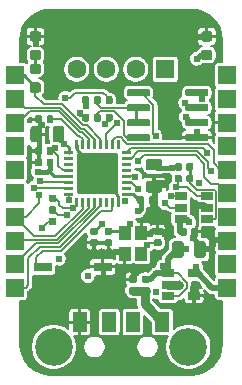
<source format=gbr>
G04 #@! TF.GenerationSoftware,KiCad,Pcbnew,(5.1.5)-2*
G04 #@! TF.CreationDate,2020-02-06T19:09:09-08:00*
G04 #@! TF.ProjectId,USB2RoMeLa_Boosted,55534232-526f-44d6-954c-615f426f6f73,rev?*
G04 #@! TF.SameCoordinates,Original*
G04 #@! TF.FileFunction,Copper,L1,Top*
G04 #@! TF.FilePolarity,Positive*
%FSLAX46Y46*%
G04 Gerber Fmt 4.6, Leading zero omitted, Abs format (unit mm)*
G04 Created by KiCad (PCBNEW (5.1.5)-2) date 2020-02-06 19:09:09*
%MOMM*%
%LPD*%
G04 APERTURE LIST*
%ADD10C,0.100000*%
%ADD11R,1.600000X0.760000*%
%ADD12C,1.600000*%
%ADD13R,1.600000X1.600000*%
%ADD14C,3.200000*%
%ADD15R,1.200000X1.700000*%
%ADD16R,1.000000X1.150000*%
%ADD17R,1.060000X0.650000*%
%ADD18R,1.524000X1.524000*%
%ADD19C,0.609600*%
%ADD20C,0.508000*%
%ADD21C,0.381000*%
%ADD22C,0.254000*%
%ADD23C,0.152400*%
%ADD24C,0.762000*%
%ADD25C,0.203200*%
G04 APERTURE END LIST*
G04 #@! TA.AperFunction,SMDPad,CuDef*
D10*
G36*
X134961542Y-71284774D02*
G01*
X134985203Y-71288284D01*
X135008407Y-71294096D01*
X135030929Y-71302154D01*
X135052553Y-71312382D01*
X135073070Y-71324679D01*
X135092283Y-71338929D01*
X135110007Y-71354993D01*
X135126071Y-71372717D01*
X135140321Y-71391930D01*
X135152618Y-71412447D01*
X135162846Y-71434071D01*
X135170904Y-71456593D01*
X135176716Y-71479797D01*
X135180226Y-71503458D01*
X135181400Y-71527350D01*
X135181400Y-72439850D01*
X135180226Y-72463742D01*
X135176716Y-72487403D01*
X135170904Y-72510607D01*
X135162846Y-72533129D01*
X135152618Y-72554753D01*
X135140321Y-72575270D01*
X135126071Y-72594483D01*
X135110007Y-72612207D01*
X135092283Y-72628271D01*
X135073070Y-72642521D01*
X135052553Y-72654818D01*
X135030929Y-72665046D01*
X135008407Y-72673104D01*
X134985203Y-72678916D01*
X134961542Y-72682426D01*
X134937650Y-72683600D01*
X134450150Y-72683600D01*
X134426258Y-72682426D01*
X134402597Y-72678916D01*
X134379393Y-72673104D01*
X134356871Y-72665046D01*
X134335247Y-72654818D01*
X134314730Y-72642521D01*
X134295517Y-72628271D01*
X134277793Y-72612207D01*
X134261729Y-72594483D01*
X134247479Y-72575270D01*
X134235182Y-72554753D01*
X134224954Y-72533129D01*
X134216896Y-72510607D01*
X134211084Y-72487403D01*
X134207574Y-72463742D01*
X134206400Y-72439850D01*
X134206400Y-71527350D01*
X134207574Y-71503458D01*
X134211084Y-71479797D01*
X134216896Y-71456593D01*
X134224954Y-71434071D01*
X134235182Y-71412447D01*
X134247479Y-71391930D01*
X134261729Y-71372717D01*
X134277793Y-71354993D01*
X134295517Y-71338929D01*
X134314730Y-71324679D01*
X134335247Y-71312382D01*
X134356871Y-71302154D01*
X134379393Y-71294096D01*
X134402597Y-71288284D01*
X134426258Y-71284774D01*
X134450150Y-71283600D01*
X134937650Y-71283600D01*
X134961542Y-71284774D01*
G37*
G04 #@! TD.AperFunction*
G04 #@! TA.AperFunction,SMDPad,CuDef*
G36*
X133086542Y-71284774D02*
G01*
X133110203Y-71288284D01*
X133133407Y-71294096D01*
X133155929Y-71302154D01*
X133177553Y-71312382D01*
X133198070Y-71324679D01*
X133217283Y-71338929D01*
X133235007Y-71354993D01*
X133251071Y-71372717D01*
X133265321Y-71391930D01*
X133277618Y-71412447D01*
X133287846Y-71434071D01*
X133295904Y-71456593D01*
X133301716Y-71479797D01*
X133305226Y-71503458D01*
X133306400Y-71527350D01*
X133306400Y-72439850D01*
X133305226Y-72463742D01*
X133301716Y-72487403D01*
X133295904Y-72510607D01*
X133287846Y-72533129D01*
X133277618Y-72554753D01*
X133265321Y-72575270D01*
X133251071Y-72594483D01*
X133235007Y-72612207D01*
X133217283Y-72628271D01*
X133198070Y-72642521D01*
X133177553Y-72654818D01*
X133155929Y-72665046D01*
X133133407Y-72673104D01*
X133110203Y-72678916D01*
X133086542Y-72682426D01*
X133062650Y-72683600D01*
X132575150Y-72683600D01*
X132551258Y-72682426D01*
X132527597Y-72678916D01*
X132504393Y-72673104D01*
X132481871Y-72665046D01*
X132460247Y-72654818D01*
X132439730Y-72642521D01*
X132420517Y-72628271D01*
X132402793Y-72612207D01*
X132386729Y-72594483D01*
X132372479Y-72575270D01*
X132360182Y-72554753D01*
X132349954Y-72533129D01*
X132341896Y-72510607D01*
X132336084Y-72487403D01*
X132332574Y-72463742D01*
X132331400Y-72439850D01*
X132331400Y-71527350D01*
X132332574Y-71503458D01*
X132336084Y-71479797D01*
X132341896Y-71456593D01*
X132349954Y-71434071D01*
X132360182Y-71412447D01*
X132372479Y-71391930D01*
X132386729Y-71372717D01*
X132402793Y-71354993D01*
X132420517Y-71338929D01*
X132439730Y-71324679D01*
X132460247Y-71312382D01*
X132481871Y-71302154D01*
X132504393Y-71294096D01*
X132527597Y-71288284D01*
X132551258Y-71284774D01*
X132575150Y-71283600D01*
X133062650Y-71283600D01*
X133086542Y-71284774D01*
G37*
G04 #@! TD.AperFunction*
D11*
X133360000Y-83218200D03*
X138440000Y-83218200D03*
D12*
X136250000Y-66500000D03*
X138750000Y-66500000D03*
X141250000Y-66500000D03*
D13*
X143750000Y-66500000D03*
G04 #@! TA.AperFunction,SMDPad,CuDef*
D10*
G36*
X134386958Y-78120710D02*
G01*
X134401276Y-78122834D01*
X134415317Y-78126351D01*
X134428946Y-78131228D01*
X134442031Y-78137417D01*
X134454447Y-78144858D01*
X134466073Y-78153481D01*
X134476798Y-78163202D01*
X134486519Y-78173927D01*
X134495142Y-78185553D01*
X134502583Y-78197969D01*
X134508772Y-78211054D01*
X134513649Y-78224683D01*
X134517166Y-78238724D01*
X134519290Y-78253042D01*
X134520000Y-78267500D01*
X134520000Y-78562500D01*
X134519290Y-78576958D01*
X134517166Y-78591276D01*
X134513649Y-78605317D01*
X134508772Y-78618946D01*
X134502583Y-78632031D01*
X134495142Y-78644447D01*
X134486519Y-78656073D01*
X134476798Y-78666798D01*
X134466073Y-78676519D01*
X134454447Y-78685142D01*
X134442031Y-78692583D01*
X134428946Y-78698772D01*
X134415317Y-78703649D01*
X134401276Y-78707166D01*
X134386958Y-78709290D01*
X134372500Y-78710000D01*
X134027500Y-78710000D01*
X134013042Y-78709290D01*
X133998724Y-78707166D01*
X133984683Y-78703649D01*
X133971054Y-78698772D01*
X133957969Y-78692583D01*
X133945553Y-78685142D01*
X133933927Y-78676519D01*
X133923202Y-78666798D01*
X133913481Y-78656073D01*
X133904858Y-78644447D01*
X133897417Y-78632031D01*
X133891228Y-78618946D01*
X133886351Y-78605317D01*
X133882834Y-78591276D01*
X133880710Y-78576958D01*
X133880000Y-78562500D01*
X133880000Y-78267500D01*
X133880710Y-78253042D01*
X133882834Y-78238724D01*
X133886351Y-78224683D01*
X133891228Y-78211054D01*
X133897417Y-78197969D01*
X133904858Y-78185553D01*
X133913481Y-78173927D01*
X133923202Y-78163202D01*
X133933927Y-78153481D01*
X133945553Y-78144858D01*
X133957969Y-78137417D01*
X133971054Y-78131228D01*
X133984683Y-78126351D01*
X133998724Y-78122834D01*
X134013042Y-78120710D01*
X134027500Y-78120000D01*
X134372500Y-78120000D01*
X134386958Y-78120710D01*
G37*
G04 #@! TD.AperFunction*
G04 #@! TA.AperFunction,SMDPad,CuDef*
G36*
X134386958Y-79090710D02*
G01*
X134401276Y-79092834D01*
X134415317Y-79096351D01*
X134428946Y-79101228D01*
X134442031Y-79107417D01*
X134454447Y-79114858D01*
X134466073Y-79123481D01*
X134476798Y-79133202D01*
X134486519Y-79143927D01*
X134495142Y-79155553D01*
X134502583Y-79167969D01*
X134508772Y-79181054D01*
X134513649Y-79194683D01*
X134517166Y-79208724D01*
X134519290Y-79223042D01*
X134520000Y-79237500D01*
X134520000Y-79532500D01*
X134519290Y-79546958D01*
X134517166Y-79561276D01*
X134513649Y-79575317D01*
X134508772Y-79588946D01*
X134502583Y-79602031D01*
X134495142Y-79614447D01*
X134486519Y-79626073D01*
X134476798Y-79636798D01*
X134466073Y-79646519D01*
X134454447Y-79655142D01*
X134442031Y-79662583D01*
X134428946Y-79668772D01*
X134415317Y-79673649D01*
X134401276Y-79677166D01*
X134386958Y-79679290D01*
X134372500Y-79680000D01*
X134027500Y-79680000D01*
X134013042Y-79679290D01*
X133998724Y-79677166D01*
X133984683Y-79673649D01*
X133971054Y-79668772D01*
X133957969Y-79662583D01*
X133945553Y-79655142D01*
X133933927Y-79646519D01*
X133923202Y-79636798D01*
X133913481Y-79626073D01*
X133904858Y-79614447D01*
X133897417Y-79602031D01*
X133891228Y-79588946D01*
X133886351Y-79575317D01*
X133882834Y-79561276D01*
X133880710Y-79546958D01*
X133880000Y-79532500D01*
X133880000Y-79237500D01*
X133880710Y-79223042D01*
X133882834Y-79208724D01*
X133886351Y-79194683D01*
X133891228Y-79181054D01*
X133897417Y-79167969D01*
X133904858Y-79155553D01*
X133913481Y-79143927D01*
X133923202Y-79133202D01*
X133933927Y-79123481D01*
X133945553Y-79114858D01*
X133957969Y-79107417D01*
X133971054Y-79101228D01*
X133984683Y-79096351D01*
X133998724Y-79092834D01*
X134013042Y-79090710D01*
X134027500Y-79090000D01*
X134372500Y-79090000D01*
X134386958Y-79090710D01*
G37*
G04 #@! TD.AperFunction*
G04 #@! TA.AperFunction,SMDPad,CuDef*
G36*
X134386958Y-77120710D02*
G01*
X134401276Y-77122834D01*
X134415317Y-77126351D01*
X134428946Y-77131228D01*
X134442031Y-77137417D01*
X134454447Y-77144858D01*
X134466073Y-77153481D01*
X134476798Y-77163202D01*
X134486519Y-77173927D01*
X134495142Y-77185553D01*
X134502583Y-77197969D01*
X134508772Y-77211054D01*
X134513649Y-77224683D01*
X134517166Y-77238724D01*
X134519290Y-77253042D01*
X134520000Y-77267500D01*
X134520000Y-77562500D01*
X134519290Y-77576958D01*
X134517166Y-77591276D01*
X134513649Y-77605317D01*
X134508772Y-77618946D01*
X134502583Y-77632031D01*
X134495142Y-77644447D01*
X134486519Y-77656073D01*
X134476798Y-77666798D01*
X134466073Y-77676519D01*
X134454447Y-77685142D01*
X134442031Y-77692583D01*
X134428946Y-77698772D01*
X134415317Y-77703649D01*
X134401276Y-77707166D01*
X134386958Y-77709290D01*
X134372500Y-77710000D01*
X134027500Y-77710000D01*
X134013042Y-77709290D01*
X133998724Y-77707166D01*
X133984683Y-77703649D01*
X133971054Y-77698772D01*
X133957969Y-77692583D01*
X133945553Y-77685142D01*
X133933927Y-77676519D01*
X133923202Y-77666798D01*
X133913481Y-77656073D01*
X133904858Y-77644447D01*
X133897417Y-77632031D01*
X133891228Y-77618946D01*
X133886351Y-77605317D01*
X133882834Y-77591276D01*
X133880710Y-77576958D01*
X133880000Y-77562500D01*
X133880000Y-77267500D01*
X133880710Y-77253042D01*
X133882834Y-77238724D01*
X133886351Y-77224683D01*
X133891228Y-77211054D01*
X133897417Y-77197969D01*
X133904858Y-77185553D01*
X133913481Y-77173927D01*
X133923202Y-77163202D01*
X133933927Y-77153481D01*
X133945553Y-77144858D01*
X133957969Y-77137417D01*
X133971054Y-77131228D01*
X133984683Y-77126351D01*
X133998724Y-77122834D01*
X134013042Y-77120710D01*
X134027500Y-77120000D01*
X134372500Y-77120000D01*
X134386958Y-77120710D01*
G37*
G04 #@! TD.AperFunction*
G04 #@! TA.AperFunction,SMDPad,CuDef*
G36*
X134386958Y-78090710D02*
G01*
X134401276Y-78092834D01*
X134415317Y-78096351D01*
X134428946Y-78101228D01*
X134442031Y-78107417D01*
X134454447Y-78114858D01*
X134466073Y-78123481D01*
X134476798Y-78133202D01*
X134486519Y-78143927D01*
X134495142Y-78155553D01*
X134502583Y-78167969D01*
X134508772Y-78181054D01*
X134513649Y-78194683D01*
X134517166Y-78208724D01*
X134519290Y-78223042D01*
X134520000Y-78237500D01*
X134520000Y-78532500D01*
X134519290Y-78546958D01*
X134517166Y-78561276D01*
X134513649Y-78575317D01*
X134508772Y-78588946D01*
X134502583Y-78602031D01*
X134495142Y-78614447D01*
X134486519Y-78626073D01*
X134476798Y-78636798D01*
X134466073Y-78646519D01*
X134454447Y-78655142D01*
X134442031Y-78662583D01*
X134428946Y-78668772D01*
X134415317Y-78673649D01*
X134401276Y-78677166D01*
X134386958Y-78679290D01*
X134372500Y-78680000D01*
X134027500Y-78680000D01*
X134013042Y-78679290D01*
X133998724Y-78677166D01*
X133984683Y-78673649D01*
X133971054Y-78668772D01*
X133957969Y-78662583D01*
X133945553Y-78655142D01*
X133933927Y-78646519D01*
X133923202Y-78636798D01*
X133913481Y-78626073D01*
X133904858Y-78614447D01*
X133897417Y-78602031D01*
X133891228Y-78588946D01*
X133886351Y-78575317D01*
X133882834Y-78561276D01*
X133880710Y-78546958D01*
X133880000Y-78532500D01*
X133880000Y-78237500D01*
X133880710Y-78223042D01*
X133882834Y-78208724D01*
X133886351Y-78194683D01*
X133891228Y-78181054D01*
X133897417Y-78167969D01*
X133904858Y-78155553D01*
X133913481Y-78143927D01*
X133923202Y-78133202D01*
X133933927Y-78123481D01*
X133945553Y-78114858D01*
X133957969Y-78107417D01*
X133971054Y-78101228D01*
X133984683Y-78096351D01*
X133998724Y-78092834D01*
X134013042Y-78090710D01*
X134027500Y-78090000D01*
X134372500Y-78090000D01*
X134386958Y-78090710D01*
G37*
G04 #@! TD.AperFunction*
G04 #@! TA.AperFunction,SMDPad,CuDef*
G36*
X138176958Y-70280710D02*
G01*
X138191276Y-70282834D01*
X138205317Y-70286351D01*
X138218946Y-70291228D01*
X138232031Y-70297417D01*
X138244447Y-70304858D01*
X138256073Y-70313481D01*
X138266798Y-70323202D01*
X138276519Y-70333927D01*
X138285142Y-70345553D01*
X138292583Y-70357969D01*
X138298772Y-70371054D01*
X138303649Y-70384683D01*
X138307166Y-70398724D01*
X138309290Y-70413042D01*
X138310000Y-70427500D01*
X138310000Y-70772500D01*
X138309290Y-70786958D01*
X138307166Y-70801276D01*
X138303649Y-70815317D01*
X138298772Y-70828946D01*
X138292583Y-70842031D01*
X138285142Y-70854447D01*
X138276519Y-70866073D01*
X138266798Y-70876798D01*
X138256073Y-70886519D01*
X138244447Y-70895142D01*
X138232031Y-70902583D01*
X138218946Y-70908772D01*
X138205317Y-70913649D01*
X138191276Y-70917166D01*
X138176958Y-70919290D01*
X138162500Y-70920000D01*
X137867500Y-70920000D01*
X137853042Y-70919290D01*
X137838724Y-70917166D01*
X137824683Y-70913649D01*
X137811054Y-70908772D01*
X137797969Y-70902583D01*
X137785553Y-70895142D01*
X137773927Y-70886519D01*
X137763202Y-70876798D01*
X137753481Y-70866073D01*
X137744858Y-70854447D01*
X137737417Y-70842031D01*
X137731228Y-70828946D01*
X137726351Y-70815317D01*
X137722834Y-70801276D01*
X137720710Y-70786958D01*
X137720000Y-70772500D01*
X137720000Y-70427500D01*
X137720710Y-70413042D01*
X137722834Y-70398724D01*
X137726351Y-70384683D01*
X137731228Y-70371054D01*
X137737417Y-70357969D01*
X137744858Y-70345553D01*
X137753481Y-70333927D01*
X137763202Y-70323202D01*
X137773927Y-70313481D01*
X137785553Y-70304858D01*
X137797969Y-70297417D01*
X137811054Y-70291228D01*
X137824683Y-70286351D01*
X137838724Y-70282834D01*
X137853042Y-70280710D01*
X137867500Y-70280000D01*
X138162500Y-70280000D01*
X138176958Y-70280710D01*
G37*
G04 #@! TD.AperFunction*
G04 #@! TA.AperFunction,SMDPad,CuDef*
G36*
X139146958Y-70280710D02*
G01*
X139161276Y-70282834D01*
X139175317Y-70286351D01*
X139188946Y-70291228D01*
X139202031Y-70297417D01*
X139214447Y-70304858D01*
X139226073Y-70313481D01*
X139236798Y-70323202D01*
X139246519Y-70333927D01*
X139255142Y-70345553D01*
X139262583Y-70357969D01*
X139268772Y-70371054D01*
X139273649Y-70384683D01*
X139277166Y-70398724D01*
X139279290Y-70413042D01*
X139280000Y-70427500D01*
X139280000Y-70772500D01*
X139279290Y-70786958D01*
X139277166Y-70801276D01*
X139273649Y-70815317D01*
X139268772Y-70828946D01*
X139262583Y-70842031D01*
X139255142Y-70854447D01*
X139246519Y-70866073D01*
X139236798Y-70876798D01*
X139226073Y-70886519D01*
X139214447Y-70895142D01*
X139202031Y-70902583D01*
X139188946Y-70908772D01*
X139175317Y-70913649D01*
X139161276Y-70917166D01*
X139146958Y-70919290D01*
X139132500Y-70920000D01*
X138837500Y-70920000D01*
X138823042Y-70919290D01*
X138808724Y-70917166D01*
X138794683Y-70913649D01*
X138781054Y-70908772D01*
X138767969Y-70902583D01*
X138755553Y-70895142D01*
X138743927Y-70886519D01*
X138733202Y-70876798D01*
X138723481Y-70866073D01*
X138714858Y-70854447D01*
X138707417Y-70842031D01*
X138701228Y-70828946D01*
X138696351Y-70815317D01*
X138692834Y-70801276D01*
X138690710Y-70786958D01*
X138690000Y-70772500D01*
X138690000Y-70427500D01*
X138690710Y-70413042D01*
X138692834Y-70398724D01*
X138696351Y-70384683D01*
X138701228Y-70371054D01*
X138707417Y-70357969D01*
X138714858Y-70345553D01*
X138723481Y-70333927D01*
X138733202Y-70323202D01*
X138743927Y-70313481D01*
X138755553Y-70304858D01*
X138767969Y-70297417D01*
X138781054Y-70291228D01*
X138794683Y-70286351D01*
X138808724Y-70282834D01*
X138823042Y-70280710D01*
X138837500Y-70280000D01*
X139132500Y-70280000D01*
X139146958Y-70280710D01*
G37*
G04 #@! TD.AperFunction*
G04 #@! TA.AperFunction,SMDPad,CuDef*
G36*
X137176958Y-70280710D02*
G01*
X137191276Y-70282834D01*
X137205317Y-70286351D01*
X137218946Y-70291228D01*
X137232031Y-70297417D01*
X137244447Y-70304858D01*
X137256073Y-70313481D01*
X137266798Y-70323202D01*
X137276519Y-70333927D01*
X137285142Y-70345553D01*
X137292583Y-70357969D01*
X137298772Y-70371054D01*
X137303649Y-70384683D01*
X137307166Y-70398724D01*
X137309290Y-70413042D01*
X137310000Y-70427500D01*
X137310000Y-70772500D01*
X137309290Y-70786958D01*
X137307166Y-70801276D01*
X137303649Y-70815317D01*
X137298772Y-70828946D01*
X137292583Y-70842031D01*
X137285142Y-70854447D01*
X137276519Y-70866073D01*
X137266798Y-70876798D01*
X137256073Y-70886519D01*
X137244447Y-70895142D01*
X137232031Y-70902583D01*
X137218946Y-70908772D01*
X137205317Y-70913649D01*
X137191276Y-70917166D01*
X137176958Y-70919290D01*
X137162500Y-70920000D01*
X136867500Y-70920000D01*
X136853042Y-70919290D01*
X136838724Y-70917166D01*
X136824683Y-70913649D01*
X136811054Y-70908772D01*
X136797969Y-70902583D01*
X136785553Y-70895142D01*
X136773927Y-70886519D01*
X136763202Y-70876798D01*
X136753481Y-70866073D01*
X136744858Y-70854447D01*
X136737417Y-70842031D01*
X136731228Y-70828946D01*
X136726351Y-70815317D01*
X136722834Y-70801276D01*
X136720710Y-70786958D01*
X136720000Y-70772500D01*
X136720000Y-70427500D01*
X136720710Y-70413042D01*
X136722834Y-70398724D01*
X136726351Y-70384683D01*
X136731228Y-70371054D01*
X136737417Y-70357969D01*
X136744858Y-70345553D01*
X136753481Y-70333927D01*
X136763202Y-70323202D01*
X136773927Y-70313481D01*
X136785553Y-70304858D01*
X136797969Y-70297417D01*
X136811054Y-70291228D01*
X136824683Y-70286351D01*
X136838724Y-70282834D01*
X136853042Y-70280710D01*
X136867500Y-70280000D01*
X137162500Y-70280000D01*
X137176958Y-70280710D01*
G37*
G04 #@! TD.AperFunction*
G04 #@! TA.AperFunction,SMDPad,CuDef*
G36*
X138146958Y-70280710D02*
G01*
X138161276Y-70282834D01*
X138175317Y-70286351D01*
X138188946Y-70291228D01*
X138202031Y-70297417D01*
X138214447Y-70304858D01*
X138226073Y-70313481D01*
X138236798Y-70323202D01*
X138246519Y-70333927D01*
X138255142Y-70345553D01*
X138262583Y-70357969D01*
X138268772Y-70371054D01*
X138273649Y-70384683D01*
X138277166Y-70398724D01*
X138279290Y-70413042D01*
X138280000Y-70427500D01*
X138280000Y-70772500D01*
X138279290Y-70786958D01*
X138277166Y-70801276D01*
X138273649Y-70815317D01*
X138268772Y-70828946D01*
X138262583Y-70842031D01*
X138255142Y-70854447D01*
X138246519Y-70866073D01*
X138236798Y-70876798D01*
X138226073Y-70886519D01*
X138214447Y-70895142D01*
X138202031Y-70902583D01*
X138188946Y-70908772D01*
X138175317Y-70913649D01*
X138161276Y-70917166D01*
X138146958Y-70919290D01*
X138132500Y-70920000D01*
X137837500Y-70920000D01*
X137823042Y-70919290D01*
X137808724Y-70917166D01*
X137794683Y-70913649D01*
X137781054Y-70908772D01*
X137767969Y-70902583D01*
X137755553Y-70895142D01*
X137743927Y-70886519D01*
X137733202Y-70876798D01*
X137723481Y-70866073D01*
X137714858Y-70854447D01*
X137707417Y-70842031D01*
X137701228Y-70828946D01*
X137696351Y-70815317D01*
X137692834Y-70801276D01*
X137690710Y-70786958D01*
X137690000Y-70772500D01*
X137690000Y-70427500D01*
X137690710Y-70413042D01*
X137692834Y-70398724D01*
X137696351Y-70384683D01*
X137701228Y-70371054D01*
X137707417Y-70357969D01*
X137714858Y-70345553D01*
X137723481Y-70333927D01*
X137733202Y-70323202D01*
X137743927Y-70313481D01*
X137755553Y-70304858D01*
X137767969Y-70297417D01*
X137781054Y-70291228D01*
X137794683Y-70286351D01*
X137808724Y-70282834D01*
X137823042Y-70280710D01*
X137837500Y-70280000D01*
X138132500Y-70280000D01*
X138146958Y-70280710D01*
G37*
G04 #@! TD.AperFunction*
G04 #@! TA.AperFunction,SMDPad,CuDef*
G36*
X138176958Y-68780710D02*
G01*
X138191276Y-68782834D01*
X138205317Y-68786351D01*
X138218946Y-68791228D01*
X138232031Y-68797417D01*
X138244447Y-68804858D01*
X138256073Y-68813481D01*
X138266798Y-68823202D01*
X138276519Y-68833927D01*
X138285142Y-68845553D01*
X138292583Y-68857969D01*
X138298772Y-68871054D01*
X138303649Y-68884683D01*
X138307166Y-68898724D01*
X138309290Y-68913042D01*
X138310000Y-68927500D01*
X138310000Y-69272500D01*
X138309290Y-69286958D01*
X138307166Y-69301276D01*
X138303649Y-69315317D01*
X138298772Y-69328946D01*
X138292583Y-69342031D01*
X138285142Y-69354447D01*
X138276519Y-69366073D01*
X138266798Y-69376798D01*
X138256073Y-69386519D01*
X138244447Y-69395142D01*
X138232031Y-69402583D01*
X138218946Y-69408772D01*
X138205317Y-69413649D01*
X138191276Y-69417166D01*
X138176958Y-69419290D01*
X138162500Y-69420000D01*
X137867500Y-69420000D01*
X137853042Y-69419290D01*
X137838724Y-69417166D01*
X137824683Y-69413649D01*
X137811054Y-69408772D01*
X137797969Y-69402583D01*
X137785553Y-69395142D01*
X137773927Y-69386519D01*
X137763202Y-69376798D01*
X137753481Y-69366073D01*
X137744858Y-69354447D01*
X137737417Y-69342031D01*
X137731228Y-69328946D01*
X137726351Y-69315317D01*
X137722834Y-69301276D01*
X137720710Y-69286958D01*
X137720000Y-69272500D01*
X137720000Y-68927500D01*
X137720710Y-68913042D01*
X137722834Y-68898724D01*
X137726351Y-68884683D01*
X137731228Y-68871054D01*
X137737417Y-68857969D01*
X137744858Y-68845553D01*
X137753481Y-68833927D01*
X137763202Y-68823202D01*
X137773927Y-68813481D01*
X137785553Y-68804858D01*
X137797969Y-68797417D01*
X137811054Y-68791228D01*
X137824683Y-68786351D01*
X137838724Y-68782834D01*
X137853042Y-68780710D01*
X137867500Y-68780000D01*
X138162500Y-68780000D01*
X138176958Y-68780710D01*
G37*
G04 #@! TD.AperFunction*
G04 #@! TA.AperFunction,SMDPad,CuDef*
G36*
X139146958Y-68780710D02*
G01*
X139161276Y-68782834D01*
X139175317Y-68786351D01*
X139188946Y-68791228D01*
X139202031Y-68797417D01*
X139214447Y-68804858D01*
X139226073Y-68813481D01*
X139236798Y-68823202D01*
X139246519Y-68833927D01*
X139255142Y-68845553D01*
X139262583Y-68857969D01*
X139268772Y-68871054D01*
X139273649Y-68884683D01*
X139277166Y-68898724D01*
X139279290Y-68913042D01*
X139280000Y-68927500D01*
X139280000Y-69272500D01*
X139279290Y-69286958D01*
X139277166Y-69301276D01*
X139273649Y-69315317D01*
X139268772Y-69328946D01*
X139262583Y-69342031D01*
X139255142Y-69354447D01*
X139246519Y-69366073D01*
X139236798Y-69376798D01*
X139226073Y-69386519D01*
X139214447Y-69395142D01*
X139202031Y-69402583D01*
X139188946Y-69408772D01*
X139175317Y-69413649D01*
X139161276Y-69417166D01*
X139146958Y-69419290D01*
X139132500Y-69420000D01*
X138837500Y-69420000D01*
X138823042Y-69419290D01*
X138808724Y-69417166D01*
X138794683Y-69413649D01*
X138781054Y-69408772D01*
X138767969Y-69402583D01*
X138755553Y-69395142D01*
X138743927Y-69386519D01*
X138733202Y-69376798D01*
X138723481Y-69366073D01*
X138714858Y-69354447D01*
X138707417Y-69342031D01*
X138701228Y-69328946D01*
X138696351Y-69315317D01*
X138692834Y-69301276D01*
X138690710Y-69286958D01*
X138690000Y-69272500D01*
X138690000Y-68927500D01*
X138690710Y-68913042D01*
X138692834Y-68898724D01*
X138696351Y-68884683D01*
X138701228Y-68871054D01*
X138707417Y-68857969D01*
X138714858Y-68845553D01*
X138723481Y-68833927D01*
X138733202Y-68823202D01*
X138743927Y-68813481D01*
X138755553Y-68804858D01*
X138767969Y-68797417D01*
X138781054Y-68791228D01*
X138794683Y-68786351D01*
X138808724Y-68782834D01*
X138823042Y-68780710D01*
X138837500Y-68780000D01*
X139132500Y-68780000D01*
X139146958Y-68780710D01*
G37*
G04 #@! TD.AperFunction*
G04 #@! TA.AperFunction,SMDPad,CuDef*
G36*
X137176958Y-68780710D02*
G01*
X137191276Y-68782834D01*
X137205317Y-68786351D01*
X137218946Y-68791228D01*
X137232031Y-68797417D01*
X137244447Y-68804858D01*
X137256073Y-68813481D01*
X137266798Y-68823202D01*
X137276519Y-68833927D01*
X137285142Y-68845553D01*
X137292583Y-68857969D01*
X137298772Y-68871054D01*
X137303649Y-68884683D01*
X137307166Y-68898724D01*
X137309290Y-68913042D01*
X137310000Y-68927500D01*
X137310000Y-69272500D01*
X137309290Y-69286958D01*
X137307166Y-69301276D01*
X137303649Y-69315317D01*
X137298772Y-69328946D01*
X137292583Y-69342031D01*
X137285142Y-69354447D01*
X137276519Y-69366073D01*
X137266798Y-69376798D01*
X137256073Y-69386519D01*
X137244447Y-69395142D01*
X137232031Y-69402583D01*
X137218946Y-69408772D01*
X137205317Y-69413649D01*
X137191276Y-69417166D01*
X137176958Y-69419290D01*
X137162500Y-69420000D01*
X136867500Y-69420000D01*
X136853042Y-69419290D01*
X136838724Y-69417166D01*
X136824683Y-69413649D01*
X136811054Y-69408772D01*
X136797969Y-69402583D01*
X136785553Y-69395142D01*
X136773927Y-69386519D01*
X136763202Y-69376798D01*
X136753481Y-69366073D01*
X136744858Y-69354447D01*
X136737417Y-69342031D01*
X136731228Y-69328946D01*
X136726351Y-69315317D01*
X136722834Y-69301276D01*
X136720710Y-69286958D01*
X136720000Y-69272500D01*
X136720000Y-68927500D01*
X136720710Y-68913042D01*
X136722834Y-68898724D01*
X136726351Y-68884683D01*
X136731228Y-68871054D01*
X136737417Y-68857969D01*
X136744858Y-68845553D01*
X136753481Y-68833927D01*
X136763202Y-68823202D01*
X136773927Y-68813481D01*
X136785553Y-68804858D01*
X136797969Y-68797417D01*
X136811054Y-68791228D01*
X136824683Y-68786351D01*
X136838724Y-68782834D01*
X136853042Y-68780710D01*
X136867500Y-68780000D01*
X137162500Y-68780000D01*
X137176958Y-68780710D01*
G37*
G04 #@! TD.AperFunction*
G04 #@! TA.AperFunction,SMDPad,CuDef*
G36*
X138146958Y-68780710D02*
G01*
X138161276Y-68782834D01*
X138175317Y-68786351D01*
X138188946Y-68791228D01*
X138202031Y-68797417D01*
X138214447Y-68804858D01*
X138226073Y-68813481D01*
X138236798Y-68823202D01*
X138246519Y-68833927D01*
X138255142Y-68845553D01*
X138262583Y-68857969D01*
X138268772Y-68871054D01*
X138273649Y-68884683D01*
X138277166Y-68898724D01*
X138279290Y-68913042D01*
X138280000Y-68927500D01*
X138280000Y-69272500D01*
X138279290Y-69286958D01*
X138277166Y-69301276D01*
X138273649Y-69315317D01*
X138268772Y-69328946D01*
X138262583Y-69342031D01*
X138255142Y-69354447D01*
X138246519Y-69366073D01*
X138236798Y-69376798D01*
X138226073Y-69386519D01*
X138214447Y-69395142D01*
X138202031Y-69402583D01*
X138188946Y-69408772D01*
X138175317Y-69413649D01*
X138161276Y-69417166D01*
X138146958Y-69419290D01*
X138132500Y-69420000D01*
X137837500Y-69420000D01*
X137823042Y-69419290D01*
X137808724Y-69417166D01*
X137794683Y-69413649D01*
X137781054Y-69408772D01*
X137767969Y-69402583D01*
X137755553Y-69395142D01*
X137743927Y-69386519D01*
X137733202Y-69376798D01*
X137723481Y-69366073D01*
X137714858Y-69354447D01*
X137707417Y-69342031D01*
X137701228Y-69328946D01*
X137696351Y-69315317D01*
X137692834Y-69301276D01*
X137690710Y-69286958D01*
X137690000Y-69272500D01*
X137690000Y-68927500D01*
X137690710Y-68913042D01*
X137692834Y-68898724D01*
X137696351Y-68884683D01*
X137701228Y-68871054D01*
X137707417Y-68857969D01*
X137714858Y-68845553D01*
X137723481Y-68833927D01*
X137733202Y-68823202D01*
X137743927Y-68813481D01*
X137755553Y-68804858D01*
X137767969Y-68797417D01*
X137781054Y-68791228D01*
X137794683Y-68786351D01*
X137808724Y-68782834D01*
X137823042Y-68780710D01*
X137837500Y-68780000D01*
X138132500Y-68780000D01*
X138146958Y-68780710D01*
G37*
G04 #@! TD.AperFunction*
G04 #@! TA.AperFunction,SMDPad,CuDef*
G36*
X136323626Y-72455301D02*
G01*
X136329693Y-72456201D01*
X136335643Y-72457691D01*
X136341418Y-72459758D01*
X136346962Y-72462380D01*
X136352223Y-72465533D01*
X136357150Y-72469187D01*
X136361694Y-72473306D01*
X136365813Y-72477850D01*
X136369467Y-72482777D01*
X136372620Y-72488038D01*
X136375242Y-72493582D01*
X136377309Y-72499357D01*
X136378799Y-72505307D01*
X136379699Y-72511374D01*
X136380000Y-72517500D01*
X136380000Y-73192500D01*
X136379699Y-73198626D01*
X136378799Y-73204693D01*
X136377309Y-73210643D01*
X136375242Y-73216418D01*
X136372620Y-73221962D01*
X136369467Y-73227223D01*
X136365813Y-73232150D01*
X136361694Y-73236694D01*
X136357150Y-73240813D01*
X136352223Y-73244467D01*
X136346962Y-73247620D01*
X136341418Y-73250242D01*
X136335643Y-73252309D01*
X136329693Y-73253799D01*
X136323626Y-73254699D01*
X136317500Y-73255000D01*
X136192500Y-73255000D01*
X136186374Y-73254699D01*
X136180307Y-73253799D01*
X136174357Y-73252309D01*
X136168582Y-73250242D01*
X136163038Y-73247620D01*
X136157777Y-73244467D01*
X136152850Y-73240813D01*
X136148306Y-73236694D01*
X136144187Y-73232150D01*
X136140533Y-73227223D01*
X136137380Y-73221962D01*
X136134758Y-73216418D01*
X136132691Y-73210643D01*
X136131201Y-73204693D01*
X136130301Y-73198626D01*
X136130000Y-73192500D01*
X136130000Y-72517500D01*
X136130301Y-72511374D01*
X136131201Y-72505307D01*
X136132691Y-72499357D01*
X136134758Y-72493582D01*
X136137380Y-72488038D01*
X136140533Y-72482777D01*
X136144187Y-72477850D01*
X136148306Y-72473306D01*
X136152850Y-72469187D01*
X136157777Y-72465533D01*
X136163038Y-72462380D01*
X136168582Y-72459758D01*
X136174357Y-72457691D01*
X136180307Y-72456201D01*
X136186374Y-72455301D01*
X136192500Y-72455000D01*
X136317500Y-72455000D01*
X136323626Y-72455301D01*
G37*
G04 #@! TD.AperFunction*
G04 #@! TA.AperFunction,SMDPad,CuDef*
G36*
X136823626Y-72455301D02*
G01*
X136829693Y-72456201D01*
X136835643Y-72457691D01*
X136841418Y-72459758D01*
X136846962Y-72462380D01*
X136852223Y-72465533D01*
X136857150Y-72469187D01*
X136861694Y-72473306D01*
X136865813Y-72477850D01*
X136869467Y-72482777D01*
X136872620Y-72488038D01*
X136875242Y-72493582D01*
X136877309Y-72499357D01*
X136878799Y-72505307D01*
X136879699Y-72511374D01*
X136880000Y-72517500D01*
X136880000Y-73192500D01*
X136879699Y-73198626D01*
X136878799Y-73204693D01*
X136877309Y-73210643D01*
X136875242Y-73216418D01*
X136872620Y-73221962D01*
X136869467Y-73227223D01*
X136865813Y-73232150D01*
X136861694Y-73236694D01*
X136857150Y-73240813D01*
X136852223Y-73244467D01*
X136846962Y-73247620D01*
X136841418Y-73250242D01*
X136835643Y-73252309D01*
X136829693Y-73253799D01*
X136823626Y-73254699D01*
X136817500Y-73255000D01*
X136692500Y-73255000D01*
X136686374Y-73254699D01*
X136680307Y-73253799D01*
X136674357Y-73252309D01*
X136668582Y-73250242D01*
X136663038Y-73247620D01*
X136657777Y-73244467D01*
X136652850Y-73240813D01*
X136648306Y-73236694D01*
X136644187Y-73232150D01*
X136640533Y-73227223D01*
X136637380Y-73221962D01*
X136634758Y-73216418D01*
X136632691Y-73210643D01*
X136631201Y-73204693D01*
X136630301Y-73198626D01*
X136630000Y-73192500D01*
X136630000Y-72517500D01*
X136630301Y-72511374D01*
X136631201Y-72505307D01*
X136632691Y-72499357D01*
X136634758Y-72493582D01*
X136637380Y-72488038D01*
X136640533Y-72482777D01*
X136644187Y-72477850D01*
X136648306Y-72473306D01*
X136652850Y-72469187D01*
X136657777Y-72465533D01*
X136663038Y-72462380D01*
X136668582Y-72459758D01*
X136674357Y-72457691D01*
X136680307Y-72456201D01*
X136686374Y-72455301D01*
X136692500Y-72455000D01*
X136817500Y-72455000D01*
X136823626Y-72455301D01*
G37*
G04 #@! TD.AperFunction*
G04 #@! TA.AperFunction,SMDPad,CuDef*
G36*
X137323626Y-72455301D02*
G01*
X137329693Y-72456201D01*
X137335643Y-72457691D01*
X137341418Y-72459758D01*
X137346962Y-72462380D01*
X137352223Y-72465533D01*
X137357150Y-72469187D01*
X137361694Y-72473306D01*
X137365813Y-72477850D01*
X137369467Y-72482777D01*
X137372620Y-72488038D01*
X137375242Y-72493582D01*
X137377309Y-72499357D01*
X137378799Y-72505307D01*
X137379699Y-72511374D01*
X137380000Y-72517500D01*
X137380000Y-73192500D01*
X137379699Y-73198626D01*
X137378799Y-73204693D01*
X137377309Y-73210643D01*
X137375242Y-73216418D01*
X137372620Y-73221962D01*
X137369467Y-73227223D01*
X137365813Y-73232150D01*
X137361694Y-73236694D01*
X137357150Y-73240813D01*
X137352223Y-73244467D01*
X137346962Y-73247620D01*
X137341418Y-73250242D01*
X137335643Y-73252309D01*
X137329693Y-73253799D01*
X137323626Y-73254699D01*
X137317500Y-73255000D01*
X137192500Y-73255000D01*
X137186374Y-73254699D01*
X137180307Y-73253799D01*
X137174357Y-73252309D01*
X137168582Y-73250242D01*
X137163038Y-73247620D01*
X137157777Y-73244467D01*
X137152850Y-73240813D01*
X137148306Y-73236694D01*
X137144187Y-73232150D01*
X137140533Y-73227223D01*
X137137380Y-73221962D01*
X137134758Y-73216418D01*
X137132691Y-73210643D01*
X137131201Y-73204693D01*
X137130301Y-73198626D01*
X137130000Y-73192500D01*
X137130000Y-72517500D01*
X137130301Y-72511374D01*
X137131201Y-72505307D01*
X137132691Y-72499357D01*
X137134758Y-72493582D01*
X137137380Y-72488038D01*
X137140533Y-72482777D01*
X137144187Y-72477850D01*
X137148306Y-72473306D01*
X137152850Y-72469187D01*
X137157777Y-72465533D01*
X137163038Y-72462380D01*
X137168582Y-72459758D01*
X137174357Y-72457691D01*
X137180307Y-72456201D01*
X137186374Y-72455301D01*
X137192500Y-72455000D01*
X137317500Y-72455000D01*
X137323626Y-72455301D01*
G37*
G04 #@! TD.AperFunction*
G04 #@! TA.AperFunction,SMDPad,CuDef*
G36*
X137823626Y-72455301D02*
G01*
X137829693Y-72456201D01*
X137835643Y-72457691D01*
X137841418Y-72459758D01*
X137846962Y-72462380D01*
X137852223Y-72465533D01*
X137857150Y-72469187D01*
X137861694Y-72473306D01*
X137865813Y-72477850D01*
X137869467Y-72482777D01*
X137872620Y-72488038D01*
X137875242Y-72493582D01*
X137877309Y-72499357D01*
X137878799Y-72505307D01*
X137879699Y-72511374D01*
X137880000Y-72517500D01*
X137880000Y-73192500D01*
X137879699Y-73198626D01*
X137878799Y-73204693D01*
X137877309Y-73210643D01*
X137875242Y-73216418D01*
X137872620Y-73221962D01*
X137869467Y-73227223D01*
X137865813Y-73232150D01*
X137861694Y-73236694D01*
X137857150Y-73240813D01*
X137852223Y-73244467D01*
X137846962Y-73247620D01*
X137841418Y-73250242D01*
X137835643Y-73252309D01*
X137829693Y-73253799D01*
X137823626Y-73254699D01*
X137817500Y-73255000D01*
X137692500Y-73255000D01*
X137686374Y-73254699D01*
X137680307Y-73253799D01*
X137674357Y-73252309D01*
X137668582Y-73250242D01*
X137663038Y-73247620D01*
X137657777Y-73244467D01*
X137652850Y-73240813D01*
X137648306Y-73236694D01*
X137644187Y-73232150D01*
X137640533Y-73227223D01*
X137637380Y-73221962D01*
X137634758Y-73216418D01*
X137632691Y-73210643D01*
X137631201Y-73204693D01*
X137630301Y-73198626D01*
X137630000Y-73192500D01*
X137630000Y-72517500D01*
X137630301Y-72511374D01*
X137631201Y-72505307D01*
X137632691Y-72499357D01*
X137634758Y-72493582D01*
X137637380Y-72488038D01*
X137640533Y-72482777D01*
X137644187Y-72477850D01*
X137648306Y-72473306D01*
X137652850Y-72469187D01*
X137657777Y-72465533D01*
X137663038Y-72462380D01*
X137668582Y-72459758D01*
X137674357Y-72457691D01*
X137680307Y-72456201D01*
X137686374Y-72455301D01*
X137692500Y-72455000D01*
X137817500Y-72455000D01*
X137823626Y-72455301D01*
G37*
G04 #@! TD.AperFunction*
G04 #@! TA.AperFunction,SMDPad,CuDef*
G36*
X138323626Y-72455301D02*
G01*
X138329693Y-72456201D01*
X138335643Y-72457691D01*
X138341418Y-72459758D01*
X138346962Y-72462380D01*
X138352223Y-72465533D01*
X138357150Y-72469187D01*
X138361694Y-72473306D01*
X138365813Y-72477850D01*
X138369467Y-72482777D01*
X138372620Y-72488038D01*
X138375242Y-72493582D01*
X138377309Y-72499357D01*
X138378799Y-72505307D01*
X138379699Y-72511374D01*
X138380000Y-72517500D01*
X138380000Y-73192500D01*
X138379699Y-73198626D01*
X138378799Y-73204693D01*
X138377309Y-73210643D01*
X138375242Y-73216418D01*
X138372620Y-73221962D01*
X138369467Y-73227223D01*
X138365813Y-73232150D01*
X138361694Y-73236694D01*
X138357150Y-73240813D01*
X138352223Y-73244467D01*
X138346962Y-73247620D01*
X138341418Y-73250242D01*
X138335643Y-73252309D01*
X138329693Y-73253799D01*
X138323626Y-73254699D01*
X138317500Y-73255000D01*
X138192500Y-73255000D01*
X138186374Y-73254699D01*
X138180307Y-73253799D01*
X138174357Y-73252309D01*
X138168582Y-73250242D01*
X138163038Y-73247620D01*
X138157777Y-73244467D01*
X138152850Y-73240813D01*
X138148306Y-73236694D01*
X138144187Y-73232150D01*
X138140533Y-73227223D01*
X138137380Y-73221962D01*
X138134758Y-73216418D01*
X138132691Y-73210643D01*
X138131201Y-73204693D01*
X138130301Y-73198626D01*
X138130000Y-73192500D01*
X138130000Y-72517500D01*
X138130301Y-72511374D01*
X138131201Y-72505307D01*
X138132691Y-72499357D01*
X138134758Y-72493582D01*
X138137380Y-72488038D01*
X138140533Y-72482777D01*
X138144187Y-72477850D01*
X138148306Y-72473306D01*
X138152850Y-72469187D01*
X138157777Y-72465533D01*
X138163038Y-72462380D01*
X138168582Y-72459758D01*
X138174357Y-72457691D01*
X138180307Y-72456201D01*
X138186374Y-72455301D01*
X138192500Y-72455000D01*
X138317500Y-72455000D01*
X138323626Y-72455301D01*
G37*
G04 #@! TD.AperFunction*
G04 #@! TA.AperFunction,SMDPad,CuDef*
G36*
X138823626Y-72455301D02*
G01*
X138829693Y-72456201D01*
X138835643Y-72457691D01*
X138841418Y-72459758D01*
X138846962Y-72462380D01*
X138852223Y-72465533D01*
X138857150Y-72469187D01*
X138861694Y-72473306D01*
X138865813Y-72477850D01*
X138869467Y-72482777D01*
X138872620Y-72488038D01*
X138875242Y-72493582D01*
X138877309Y-72499357D01*
X138878799Y-72505307D01*
X138879699Y-72511374D01*
X138880000Y-72517500D01*
X138880000Y-73192500D01*
X138879699Y-73198626D01*
X138878799Y-73204693D01*
X138877309Y-73210643D01*
X138875242Y-73216418D01*
X138872620Y-73221962D01*
X138869467Y-73227223D01*
X138865813Y-73232150D01*
X138861694Y-73236694D01*
X138857150Y-73240813D01*
X138852223Y-73244467D01*
X138846962Y-73247620D01*
X138841418Y-73250242D01*
X138835643Y-73252309D01*
X138829693Y-73253799D01*
X138823626Y-73254699D01*
X138817500Y-73255000D01*
X138692500Y-73255000D01*
X138686374Y-73254699D01*
X138680307Y-73253799D01*
X138674357Y-73252309D01*
X138668582Y-73250242D01*
X138663038Y-73247620D01*
X138657777Y-73244467D01*
X138652850Y-73240813D01*
X138648306Y-73236694D01*
X138644187Y-73232150D01*
X138640533Y-73227223D01*
X138637380Y-73221962D01*
X138634758Y-73216418D01*
X138632691Y-73210643D01*
X138631201Y-73204693D01*
X138630301Y-73198626D01*
X138630000Y-73192500D01*
X138630000Y-72517500D01*
X138630301Y-72511374D01*
X138631201Y-72505307D01*
X138632691Y-72499357D01*
X138634758Y-72493582D01*
X138637380Y-72488038D01*
X138640533Y-72482777D01*
X138644187Y-72477850D01*
X138648306Y-72473306D01*
X138652850Y-72469187D01*
X138657777Y-72465533D01*
X138663038Y-72462380D01*
X138668582Y-72459758D01*
X138674357Y-72457691D01*
X138680307Y-72456201D01*
X138686374Y-72455301D01*
X138692500Y-72455000D01*
X138817500Y-72455000D01*
X138823626Y-72455301D01*
G37*
G04 #@! TD.AperFunction*
G04 #@! TA.AperFunction,SMDPad,CuDef*
G36*
X139323626Y-72455301D02*
G01*
X139329693Y-72456201D01*
X139335643Y-72457691D01*
X139341418Y-72459758D01*
X139346962Y-72462380D01*
X139352223Y-72465533D01*
X139357150Y-72469187D01*
X139361694Y-72473306D01*
X139365813Y-72477850D01*
X139369467Y-72482777D01*
X139372620Y-72488038D01*
X139375242Y-72493582D01*
X139377309Y-72499357D01*
X139378799Y-72505307D01*
X139379699Y-72511374D01*
X139380000Y-72517500D01*
X139380000Y-73192500D01*
X139379699Y-73198626D01*
X139378799Y-73204693D01*
X139377309Y-73210643D01*
X139375242Y-73216418D01*
X139372620Y-73221962D01*
X139369467Y-73227223D01*
X139365813Y-73232150D01*
X139361694Y-73236694D01*
X139357150Y-73240813D01*
X139352223Y-73244467D01*
X139346962Y-73247620D01*
X139341418Y-73250242D01*
X139335643Y-73252309D01*
X139329693Y-73253799D01*
X139323626Y-73254699D01*
X139317500Y-73255000D01*
X139192500Y-73255000D01*
X139186374Y-73254699D01*
X139180307Y-73253799D01*
X139174357Y-73252309D01*
X139168582Y-73250242D01*
X139163038Y-73247620D01*
X139157777Y-73244467D01*
X139152850Y-73240813D01*
X139148306Y-73236694D01*
X139144187Y-73232150D01*
X139140533Y-73227223D01*
X139137380Y-73221962D01*
X139134758Y-73216418D01*
X139132691Y-73210643D01*
X139131201Y-73204693D01*
X139130301Y-73198626D01*
X139130000Y-73192500D01*
X139130000Y-72517500D01*
X139130301Y-72511374D01*
X139131201Y-72505307D01*
X139132691Y-72499357D01*
X139134758Y-72493582D01*
X139137380Y-72488038D01*
X139140533Y-72482777D01*
X139144187Y-72477850D01*
X139148306Y-72473306D01*
X139152850Y-72469187D01*
X139157777Y-72465533D01*
X139163038Y-72462380D01*
X139168582Y-72459758D01*
X139174357Y-72457691D01*
X139180307Y-72456201D01*
X139186374Y-72455301D01*
X139192500Y-72455000D01*
X139317500Y-72455000D01*
X139323626Y-72455301D01*
G37*
G04 #@! TD.AperFunction*
G04 #@! TA.AperFunction,SMDPad,CuDef*
G36*
X139823626Y-72455301D02*
G01*
X139829693Y-72456201D01*
X139835643Y-72457691D01*
X139841418Y-72459758D01*
X139846962Y-72462380D01*
X139852223Y-72465533D01*
X139857150Y-72469187D01*
X139861694Y-72473306D01*
X139865813Y-72477850D01*
X139869467Y-72482777D01*
X139872620Y-72488038D01*
X139875242Y-72493582D01*
X139877309Y-72499357D01*
X139878799Y-72505307D01*
X139879699Y-72511374D01*
X139880000Y-72517500D01*
X139880000Y-73192500D01*
X139879699Y-73198626D01*
X139878799Y-73204693D01*
X139877309Y-73210643D01*
X139875242Y-73216418D01*
X139872620Y-73221962D01*
X139869467Y-73227223D01*
X139865813Y-73232150D01*
X139861694Y-73236694D01*
X139857150Y-73240813D01*
X139852223Y-73244467D01*
X139846962Y-73247620D01*
X139841418Y-73250242D01*
X139835643Y-73252309D01*
X139829693Y-73253799D01*
X139823626Y-73254699D01*
X139817500Y-73255000D01*
X139692500Y-73255000D01*
X139686374Y-73254699D01*
X139680307Y-73253799D01*
X139674357Y-73252309D01*
X139668582Y-73250242D01*
X139663038Y-73247620D01*
X139657777Y-73244467D01*
X139652850Y-73240813D01*
X139648306Y-73236694D01*
X139644187Y-73232150D01*
X139640533Y-73227223D01*
X139637380Y-73221962D01*
X139634758Y-73216418D01*
X139632691Y-73210643D01*
X139631201Y-73204693D01*
X139630301Y-73198626D01*
X139630000Y-73192500D01*
X139630000Y-72517500D01*
X139630301Y-72511374D01*
X139631201Y-72505307D01*
X139632691Y-72499357D01*
X139634758Y-72493582D01*
X139637380Y-72488038D01*
X139640533Y-72482777D01*
X139644187Y-72477850D01*
X139648306Y-72473306D01*
X139652850Y-72469187D01*
X139657777Y-72465533D01*
X139663038Y-72462380D01*
X139668582Y-72459758D01*
X139674357Y-72457691D01*
X139680307Y-72456201D01*
X139686374Y-72455301D01*
X139692500Y-72455000D01*
X139817500Y-72455000D01*
X139823626Y-72455301D01*
G37*
G04 #@! TD.AperFunction*
G04 #@! TA.AperFunction,SMDPad,CuDef*
G36*
X140798626Y-73430301D02*
G01*
X140804693Y-73431201D01*
X140810643Y-73432691D01*
X140816418Y-73434758D01*
X140821962Y-73437380D01*
X140827223Y-73440533D01*
X140832150Y-73444187D01*
X140836694Y-73448306D01*
X140840813Y-73452850D01*
X140844467Y-73457777D01*
X140847620Y-73463038D01*
X140850242Y-73468582D01*
X140852309Y-73474357D01*
X140853799Y-73480307D01*
X140854699Y-73486374D01*
X140855000Y-73492500D01*
X140855000Y-73617500D01*
X140854699Y-73623626D01*
X140853799Y-73629693D01*
X140852309Y-73635643D01*
X140850242Y-73641418D01*
X140847620Y-73646962D01*
X140844467Y-73652223D01*
X140840813Y-73657150D01*
X140836694Y-73661694D01*
X140832150Y-73665813D01*
X140827223Y-73669467D01*
X140821962Y-73672620D01*
X140816418Y-73675242D01*
X140810643Y-73677309D01*
X140804693Y-73678799D01*
X140798626Y-73679699D01*
X140792500Y-73680000D01*
X140117500Y-73680000D01*
X140111374Y-73679699D01*
X140105307Y-73678799D01*
X140099357Y-73677309D01*
X140093582Y-73675242D01*
X140088038Y-73672620D01*
X140082777Y-73669467D01*
X140077850Y-73665813D01*
X140073306Y-73661694D01*
X140069187Y-73657150D01*
X140065533Y-73652223D01*
X140062380Y-73646962D01*
X140059758Y-73641418D01*
X140057691Y-73635643D01*
X140056201Y-73629693D01*
X140055301Y-73623626D01*
X140055000Y-73617500D01*
X140055000Y-73492500D01*
X140055301Y-73486374D01*
X140056201Y-73480307D01*
X140057691Y-73474357D01*
X140059758Y-73468582D01*
X140062380Y-73463038D01*
X140065533Y-73457777D01*
X140069187Y-73452850D01*
X140073306Y-73448306D01*
X140077850Y-73444187D01*
X140082777Y-73440533D01*
X140088038Y-73437380D01*
X140093582Y-73434758D01*
X140099357Y-73432691D01*
X140105307Y-73431201D01*
X140111374Y-73430301D01*
X140117500Y-73430000D01*
X140792500Y-73430000D01*
X140798626Y-73430301D01*
G37*
G04 #@! TD.AperFunction*
G04 #@! TA.AperFunction,SMDPad,CuDef*
G36*
X140798626Y-73930301D02*
G01*
X140804693Y-73931201D01*
X140810643Y-73932691D01*
X140816418Y-73934758D01*
X140821962Y-73937380D01*
X140827223Y-73940533D01*
X140832150Y-73944187D01*
X140836694Y-73948306D01*
X140840813Y-73952850D01*
X140844467Y-73957777D01*
X140847620Y-73963038D01*
X140850242Y-73968582D01*
X140852309Y-73974357D01*
X140853799Y-73980307D01*
X140854699Y-73986374D01*
X140855000Y-73992500D01*
X140855000Y-74117500D01*
X140854699Y-74123626D01*
X140853799Y-74129693D01*
X140852309Y-74135643D01*
X140850242Y-74141418D01*
X140847620Y-74146962D01*
X140844467Y-74152223D01*
X140840813Y-74157150D01*
X140836694Y-74161694D01*
X140832150Y-74165813D01*
X140827223Y-74169467D01*
X140821962Y-74172620D01*
X140816418Y-74175242D01*
X140810643Y-74177309D01*
X140804693Y-74178799D01*
X140798626Y-74179699D01*
X140792500Y-74180000D01*
X140117500Y-74180000D01*
X140111374Y-74179699D01*
X140105307Y-74178799D01*
X140099357Y-74177309D01*
X140093582Y-74175242D01*
X140088038Y-74172620D01*
X140082777Y-74169467D01*
X140077850Y-74165813D01*
X140073306Y-74161694D01*
X140069187Y-74157150D01*
X140065533Y-74152223D01*
X140062380Y-74146962D01*
X140059758Y-74141418D01*
X140057691Y-74135643D01*
X140056201Y-74129693D01*
X140055301Y-74123626D01*
X140055000Y-74117500D01*
X140055000Y-73992500D01*
X140055301Y-73986374D01*
X140056201Y-73980307D01*
X140057691Y-73974357D01*
X140059758Y-73968582D01*
X140062380Y-73963038D01*
X140065533Y-73957777D01*
X140069187Y-73952850D01*
X140073306Y-73948306D01*
X140077850Y-73944187D01*
X140082777Y-73940533D01*
X140088038Y-73937380D01*
X140093582Y-73934758D01*
X140099357Y-73932691D01*
X140105307Y-73931201D01*
X140111374Y-73930301D01*
X140117500Y-73930000D01*
X140792500Y-73930000D01*
X140798626Y-73930301D01*
G37*
G04 #@! TD.AperFunction*
G04 #@! TA.AperFunction,SMDPad,CuDef*
G36*
X140798626Y-74430301D02*
G01*
X140804693Y-74431201D01*
X140810643Y-74432691D01*
X140816418Y-74434758D01*
X140821962Y-74437380D01*
X140827223Y-74440533D01*
X140832150Y-74444187D01*
X140836694Y-74448306D01*
X140840813Y-74452850D01*
X140844467Y-74457777D01*
X140847620Y-74463038D01*
X140850242Y-74468582D01*
X140852309Y-74474357D01*
X140853799Y-74480307D01*
X140854699Y-74486374D01*
X140855000Y-74492500D01*
X140855000Y-74617500D01*
X140854699Y-74623626D01*
X140853799Y-74629693D01*
X140852309Y-74635643D01*
X140850242Y-74641418D01*
X140847620Y-74646962D01*
X140844467Y-74652223D01*
X140840813Y-74657150D01*
X140836694Y-74661694D01*
X140832150Y-74665813D01*
X140827223Y-74669467D01*
X140821962Y-74672620D01*
X140816418Y-74675242D01*
X140810643Y-74677309D01*
X140804693Y-74678799D01*
X140798626Y-74679699D01*
X140792500Y-74680000D01*
X140117500Y-74680000D01*
X140111374Y-74679699D01*
X140105307Y-74678799D01*
X140099357Y-74677309D01*
X140093582Y-74675242D01*
X140088038Y-74672620D01*
X140082777Y-74669467D01*
X140077850Y-74665813D01*
X140073306Y-74661694D01*
X140069187Y-74657150D01*
X140065533Y-74652223D01*
X140062380Y-74646962D01*
X140059758Y-74641418D01*
X140057691Y-74635643D01*
X140056201Y-74629693D01*
X140055301Y-74623626D01*
X140055000Y-74617500D01*
X140055000Y-74492500D01*
X140055301Y-74486374D01*
X140056201Y-74480307D01*
X140057691Y-74474357D01*
X140059758Y-74468582D01*
X140062380Y-74463038D01*
X140065533Y-74457777D01*
X140069187Y-74452850D01*
X140073306Y-74448306D01*
X140077850Y-74444187D01*
X140082777Y-74440533D01*
X140088038Y-74437380D01*
X140093582Y-74434758D01*
X140099357Y-74432691D01*
X140105307Y-74431201D01*
X140111374Y-74430301D01*
X140117500Y-74430000D01*
X140792500Y-74430000D01*
X140798626Y-74430301D01*
G37*
G04 #@! TD.AperFunction*
G04 #@! TA.AperFunction,SMDPad,CuDef*
G36*
X140798626Y-74930301D02*
G01*
X140804693Y-74931201D01*
X140810643Y-74932691D01*
X140816418Y-74934758D01*
X140821962Y-74937380D01*
X140827223Y-74940533D01*
X140832150Y-74944187D01*
X140836694Y-74948306D01*
X140840813Y-74952850D01*
X140844467Y-74957777D01*
X140847620Y-74963038D01*
X140850242Y-74968582D01*
X140852309Y-74974357D01*
X140853799Y-74980307D01*
X140854699Y-74986374D01*
X140855000Y-74992500D01*
X140855000Y-75117500D01*
X140854699Y-75123626D01*
X140853799Y-75129693D01*
X140852309Y-75135643D01*
X140850242Y-75141418D01*
X140847620Y-75146962D01*
X140844467Y-75152223D01*
X140840813Y-75157150D01*
X140836694Y-75161694D01*
X140832150Y-75165813D01*
X140827223Y-75169467D01*
X140821962Y-75172620D01*
X140816418Y-75175242D01*
X140810643Y-75177309D01*
X140804693Y-75178799D01*
X140798626Y-75179699D01*
X140792500Y-75180000D01*
X140117500Y-75180000D01*
X140111374Y-75179699D01*
X140105307Y-75178799D01*
X140099357Y-75177309D01*
X140093582Y-75175242D01*
X140088038Y-75172620D01*
X140082777Y-75169467D01*
X140077850Y-75165813D01*
X140073306Y-75161694D01*
X140069187Y-75157150D01*
X140065533Y-75152223D01*
X140062380Y-75146962D01*
X140059758Y-75141418D01*
X140057691Y-75135643D01*
X140056201Y-75129693D01*
X140055301Y-75123626D01*
X140055000Y-75117500D01*
X140055000Y-74992500D01*
X140055301Y-74986374D01*
X140056201Y-74980307D01*
X140057691Y-74974357D01*
X140059758Y-74968582D01*
X140062380Y-74963038D01*
X140065533Y-74957777D01*
X140069187Y-74952850D01*
X140073306Y-74948306D01*
X140077850Y-74944187D01*
X140082777Y-74940533D01*
X140088038Y-74937380D01*
X140093582Y-74934758D01*
X140099357Y-74932691D01*
X140105307Y-74931201D01*
X140111374Y-74930301D01*
X140117500Y-74930000D01*
X140792500Y-74930000D01*
X140798626Y-74930301D01*
G37*
G04 #@! TD.AperFunction*
G04 #@! TA.AperFunction,SMDPad,CuDef*
G36*
X140798626Y-75430301D02*
G01*
X140804693Y-75431201D01*
X140810643Y-75432691D01*
X140816418Y-75434758D01*
X140821962Y-75437380D01*
X140827223Y-75440533D01*
X140832150Y-75444187D01*
X140836694Y-75448306D01*
X140840813Y-75452850D01*
X140844467Y-75457777D01*
X140847620Y-75463038D01*
X140850242Y-75468582D01*
X140852309Y-75474357D01*
X140853799Y-75480307D01*
X140854699Y-75486374D01*
X140855000Y-75492500D01*
X140855000Y-75617500D01*
X140854699Y-75623626D01*
X140853799Y-75629693D01*
X140852309Y-75635643D01*
X140850242Y-75641418D01*
X140847620Y-75646962D01*
X140844467Y-75652223D01*
X140840813Y-75657150D01*
X140836694Y-75661694D01*
X140832150Y-75665813D01*
X140827223Y-75669467D01*
X140821962Y-75672620D01*
X140816418Y-75675242D01*
X140810643Y-75677309D01*
X140804693Y-75678799D01*
X140798626Y-75679699D01*
X140792500Y-75680000D01*
X140117500Y-75680000D01*
X140111374Y-75679699D01*
X140105307Y-75678799D01*
X140099357Y-75677309D01*
X140093582Y-75675242D01*
X140088038Y-75672620D01*
X140082777Y-75669467D01*
X140077850Y-75665813D01*
X140073306Y-75661694D01*
X140069187Y-75657150D01*
X140065533Y-75652223D01*
X140062380Y-75646962D01*
X140059758Y-75641418D01*
X140057691Y-75635643D01*
X140056201Y-75629693D01*
X140055301Y-75623626D01*
X140055000Y-75617500D01*
X140055000Y-75492500D01*
X140055301Y-75486374D01*
X140056201Y-75480307D01*
X140057691Y-75474357D01*
X140059758Y-75468582D01*
X140062380Y-75463038D01*
X140065533Y-75457777D01*
X140069187Y-75452850D01*
X140073306Y-75448306D01*
X140077850Y-75444187D01*
X140082777Y-75440533D01*
X140088038Y-75437380D01*
X140093582Y-75434758D01*
X140099357Y-75432691D01*
X140105307Y-75431201D01*
X140111374Y-75430301D01*
X140117500Y-75430000D01*
X140792500Y-75430000D01*
X140798626Y-75430301D01*
G37*
G04 #@! TD.AperFunction*
G04 #@! TA.AperFunction,SMDPad,CuDef*
G36*
X140798626Y-75930301D02*
G01*
X140804693Y-75931201D01*
X140810643Y-75932691D01*
X140816418Y-75934758D01*
X140821962Y-75937380D01*
X140827223Y-75940533D01*
X140832150Y-75944187D01*
X140836694Y-75948306D01*
X140840813Y-75952850D01*
X140844467Y-75957777D01*
X140847620Y-75963038D01*
X140850242Y-75968582D01*
X140852309Y-75974357D01*
X140853799Y-75980307D01*
X140854699Y-75986374D01*
X140855000Y-75992500D01*
X140855000Y-76117500D01*
X140854699Y-76123626D01*
X140853799Y-76129693D01*
X140852309Y-76135643D01*
X140850242Y-76141418D01*
X140847620Y-76146962D01*
X140844467Y-76152223D01*
X140840813Y-76157150D01*
X140836694Y-76161694D01*
X140832150Y-76165813D01*
X140827223Y-76169467D01*
X140821962Y-76172620D01*
X140816418Y-76175242D01*
X140810643Y-76177309D01*
X140804693Y-76178799D01*
X140798626Y-76179699D01*
X140792500Y-76180000D01*
X140117500Y-76180000D01*
X140111374Y-76179699D01*
X140105307Y-76178799D01*
X140099357Y-76177309D01*
X140093582Y-76175242D01*
X140088038Y-76172620D01*
X140082777Y-76169467D01*
X140077850Y-76165813D01*
X140073306Y-76161694D01*
X140069187Y-76157150D01*
X140065533Y-76152223D01*
X140062380Y-76146962D01*
X140059758Y-76141418D01*
X140057691Y-76135643D01*
X140056201Y-76129693D01*
X140055301Y-76123626D01*
X140055000Y-76117500D01*
X140055000Y-75992500D01*
X140055301Y-75986374D01*
X140056201Y-75980307D01*
X140057691Y-75974357D01*
X140059758Y-75968582D01*
X140062380Y-75963038D01*
X140065533Y-75957777D01*
X140069187Y-75952850D01*
X140073306Y-75948306D01*
X140077850Y-75944187D01*
X140082777Y-75940533D01*
X140088038Y-75937380D01*
X140093582Y-75934758D01*
X140099357Y-75932691D01*
X140105307Y-75931201D01*
X140111374Y-75930301D01*
X140117500Y-75930000D01*
X140792500Y-75930000D01*
X140798626Y-75930301D01*
G37*
G04 #@! TD.AperFunction*
G04 #@! TA.AperFunction,SMDPad,CuDef*
G36*
X140798626Y-76430301D02*
G01*
X140804693Y-76431201D01*
X140810643Y-76432691D01*
X140816418Y-76434758D01*
X140821962Y-76437380D01*
X140827223Y-76440533D01*
X140832150Y-76444187D01*
X140836694Y-76448306D01*
X140840813Y-76452850D01*
X140844467Y-76457777D01*
X140847620Y-76463038D01*
X140850242Y-76468582D01*
X140852309Y-76474357D01*
X140853799Y-76480307D01*
X140854699Y-76486374D01*
X140855000Y-76492500D01*
X140855000Y-76617500D01*
X140854699Y-76623626D01*
X140853799Y-76629693D01*
X140852309Y-76635643D01*
X140850242Y-76641418D01*
X140847620Y-76646962D01*
X140844467Y-76652223D01*
X140840813Y-76657150D01*
X140836694Y-76661694D01*
X140832150Y-76665813D01*
X140827223Y-76669467D01*
X140821962Y-76672620D01*
X140816418Y-76675242D01*
X140810643Y-76677309D01*
X140804693Y-76678799D01*
X140798626Y-76679699D01*
X140792500Y-76680000D01*
X140117500Y-76680000D01*
X140111374Y-76679699D01*
X140105307Y-76678799D01*
X140099357Y-76677309D01*
X140093582Y-76675242D01*
X140088038Y-76672620D01*
X140082777Y-76669467D01*
X140077850Y-76665813D01*
X140073306Y-76661694D01*
X140069187Y-76657150D01*
X140065533Y-76652223D01*
X140062380Y-76646962D01*
X140059758Y-76641418D01*
X140057691Y-76635643D01*
X140056201Y-76629693D01*
X140055301Y-76623626D01*
X140055000Y-76617500D01*
X140055000Y-76492500D01*
X140055301Y-76486374D01*
X140056201Y-76480307D01*
X140057691Y-76474357D01*
X140059758Y-76468582D01*
X140062380Y-76463038D01*
X140065533Y-76457777D01*
X140069187Y-76452850D01*
X140073306Y-76448306D01*
X140077850Y-76444187D01*
X140082777Y-76440533D01*
X140088038Y-76437380D01*
X140093582Y-76434758D01*
X140099357Y-76432691D01*
X140105307Y-76431201D01*
X140111374Y-76430301D01*
X140117500Y-76430000D01*
X140792500Y-76430000D01*
X140798626Y-76430301D01*
G37*
G04 #@! TD.AperFunction*
G04 #@! TA.AperFunction,SMDPad,CuDef*
G36*
X140798626Y-76930301D02*
G01*
X140804693Y-76931201D01*
X140810643Y-76932691D01*
X140816418Y-76934758D01*
X140821962Y-76937380D01*
X140827223Y-76940533D01*
X140832150Y-76944187D01*
X140836694Y-76948306D01*
X140840813Y-76952850D01*
X140844467Y-76957777D01*
X140847620Y-76963038D01*
X140850242Y-76968582D01*
X140852309Y-76974357D01*
X140853799Y-76980307D01*
X140854699Y-76986374D01*
X140855000Y-76992500D01*
X140855000Y-77117500D01*
X140854699Y-77123626D01*
X140853799Y-77129693D01*
X140852309Y-77135643D01*
X140850242Y-77141418D01*
X140847620Y-77146962D01*
X140844467Y-77152223D01*
X140840813Y-77157150D01*
X140836694Y-77161694D01*
X140832150Y-77165813D01*
X140827223Y-77169467D01*
X140821962Y-77172620D01*
X140816418Y-77175242D01*
X140810643Y-77177309D01*
X140804693Y-77178799D01*
X140798626Y-77179699D01*
X140792500Y-77180000D01*
X140117500Y-77180000D01*
X140111374Y-77179699D01*
X140105307Y-77178799D01*
X140099357Y-77177309D01*
X140093582Y-77175242D01*
X140088038Y-77172620D01*
X140082777Y-77169467D01*
X140077850Y-77165813D01*
X140073306Y-77161694D01*
X140069187Y-77157150D01*
X140065533Y-77152223D01*
X140062380Y-77146962D01*
X140059758Y-77141418D01*
X140057691Y-77135643D01*
X140056201Y-77129693D01*
X140055301Y-77123626D01*
X140055000Y-77117500D01*
X140055000Y-76992500D01*
X140055301Y-76986374D01*
X140056201Y-76980307D01*
X140057691Y-76974357D01*
X140059758Y-76968582D01*
X140062380Y-76963038D01*
X140065533Y-76957777D01*
X140069187Y-76952850D01*
X140073306Y-76948306D01*
X140077850Y-76944187D01*
X140082777Y-76940533D01*
X140088038Y-76937380D01*
X140093582Y-76934758D01*
X140099357Y-76932691D01*
X140105307Y-76931201D01*
X140111374Y-76930301D01*
X140117500Y-76930000D01*
X140792500Y-76930000D01*
X140798626Y-76930301D01*
G37*
G04 #@! TD.AperFunction*
G04 #@! TA.AperFunction,SMDPad,CuDef*
G36*
X139823626Y-77355301D02*
G01*
X139829693Y-77356201D01*
X139835643Y-77357691D01*
X139841418Y-77359758D01*
X139846962Y-77362380D01*
X139852223Y-77365533D01*
X139857150Y-77369187D01*
X139861694Y-77373306D01*
X139865813Y-77377850D01*
X139869467Y-77382777D01*
X139872620Y-77388038D01*
X139875242Y-77393582D01*
X139877309Y-77399357D01*
X139878799Y-77405307D01*
X139879699Y-77411374D01*
X139880000Y-77417500D01*
X139880000Y-78092500D01*
X139879699Y-78098626D01*
X139878799Y-78104693D01*
X139877309Y-78110643D01*
X139875242Y-78116418D01*
X139872620Y-78121962D01*
X139869467Y-78127223D01*
X139865813Y-78132150D01*
X139861694Y-78136694D01*
X139857150Y-78140813D01*
X139852223Y-78144467D01*
X139846962Y-78147620D01*
X139841418Y-78150242D01*
X139835643Y-78152309D01*
X139829693Y-78153799D01*
X139823626Y-78154699D01*
X139817500Y-78155000D01*
X139692500Y-78155000D01*
X139686374Y-78154699D01*
X139680307Y-78153799D01*
X139674357Y-78152309D01*
X139668582Y-78150242D01*
X139663038Y-78147620D01*
X139657777Y-78144467D01*
X139652850Y-78140813D01*
X139648306Y-78136694D01*
X139644187Y-78132150D01*
X139640533Y-78127223D01*
X139637380Y-78121962D01*
X139634758Y-78116418D01*
X139632691Y-78110643D01*
X139631201Y-78104693D01*
X139630301Y-78098626D01*
X139630000Y-78092500D01*
X139630000Y-77417500D01*
X139630301Y-77411374D01*
X139631201Y-77405307D01*
X139632691Y-77399357D01*
X139634758Y-77393582D01*
X139637380Y-77388038D01*
X139640533Y-77382777D01*
X139644187Y-77377850D01*
X139648306Y-77373306D01*
X139652850Y-77369187D01*
X139657777Y-77365533D01*
X139663038Y-77362380D01*
X139668582Y-77359758D01*
X139674357Y-77357691D01*
X139680307Y-77356201D01*
X139686374Y-77355301D01*
X139692500Y-77355000D01*
X139817500Y-77355000D01*
X139823626Y-77355301D01*
G37*
G04 #@! TD.AperFunction*
G04 #@! TA.AperFunction,SMDPad,CuDef*
G36*
X139323626Y-77355301D02*
G01*
X139329693Y-77356201D01*
X139335643Y-77357691D01*
X139341418Y-77359758D01*
X139346962Y-77362380D01*
X139352223Y-77365533D01*
X139357150Y-77369187D01*
X139361694Y-77373306D01*
X139365813Y-77377850D01*
X139369467Y-77382777D01*
X139372620Y-77388038D01*
X139375242Y-77393582D01*
X139377309Y-77399357D01*
X139378799Y-77405307D01*
X139379699Y-77411374D01*
X139380000Y-77417500D01*
X139380000Y-78092500D01*
X139379699Y-78098626D01*
X139378799Y-78104693D01*
X139377309Y-78110643D01*
X139375242Y-78116418D01*
X139372620Y-78121962D01*
X139369467Y-78127223D01*
X139365813Y-78132150D01*
X139361694Y-78136694D01*
X139357150Y-78140813D01*
X139352223Y-78144467D01*
X139346962Y-78147620D01*
X139341418Y-78150242D01*
X139335643Y-78152309D01*
X139329693Y-78153799D01*
X139323626Y-78154699D01*
X139317500Y-78155000D01*
X139192500Y-78155000D01*
X139186374Y-78154699D01*
X139180307Y-78153799D01*
X139174357Y-78152309D01*
X139168582Y-78150242D01*
X139163038Y-78147620D01*
X139157777Y-78144467D01*
X139152850Y-78140813D01*
X139148306Y-78136694D01*
X139144187Y-78132150D01*
X139140533Y-78127223D01*
X139137380Y-78121962D01*
X139134758Y-78116418D01*
X139132691Y-78110643D01*
X139131201Y-78104693D01*
X139130301Y-78098626D01*
X139130000Y-78092500D01*
X139130000Y-77417500D01*
X139130301Y-77411374D01*
X139131201Y-77405307D01*
X139132691Y-77399357D01*
X139134758Y-77393582D01*
X139137380Y-77388038D01*
X139140533Y-77382777D01*
X139144187Y-77377850D01*
X139148306Y-77373306D01*
X139152850Y-77369187D01*
X139157777Y-77365533D01*
X139163038Y-77362380D01*
X139168582Y-77359758D01*
X139174357Y-77357691D01*
X139180307Y-77356201D01*
X139186374Y-77355301D01*
X139192500Y-77355000D01*
X139317500Y-77355000D01*
X139323626Y-77355301D01*
G37*
G04 #@! TD.AperFunction*
G04 #@! TA.AperFunction,SMDPad,CuDef*
G36*
X138823626Y-77355301D02*
G01*
X138829693Y-77356201D01*
X138835643Y-77357691D01*
X138841418Y-77359758D01*
X138846962Y-77362380D01*
X138852223Y-77365533D01*
X138857150Y-77369187D01*
X138861694Y-77373306D01*
X138865813Y-77377850D01*
X138869467Y-77382777D01*
X138872620Y-77388038D01*
X138875242Y-77393582D01*
X138877309Y-77399357D01*
X138878799Y-77405307D01*
X138879699Y-77411374D01*
X138880000Y-77417500D01*
X138880000Y-78092500D01*
X138879699Y-78098626D01*
X138878799Y-78104693D01*
X138877309Y-78110643D01*
X138875242Y-78116418D01*
X138872620Y-78121962D01*
X138869467Y-78127223D01*
X138865813Y-78132150D01*
X138861694Y-78136694D01*
X138857150Y-78140813D01*
X138852223Y-78144467D01*
X138846962Y-78147620D01*
X138841418Y-78150242D01*
X138835643Y-78152309D01*
X138829693Y-78153799D01*
X138823626Y-78154699D01*
X138817500Y-78155000D01*
X138692500Y-78155000D01*
X138686374Y-78154699D01*
X138680307Y-78153799D01*
X138674357Y-78152309D01*
X138668582Y-78150242D01*
X138663038Y-78147620D01*
X138657777Y-78144467D01*
X138652850Y-78140813D01*
X138648306Y-78136694D01*
X138644187Y-78132150D01*
X138640533Y-78127223D01*
X138637380Y-78121962D01*
X138634758Y-78116418D01*
X138632691Y-78110643D01*
X138631201Y-78104693D01*
X138630301Y-78098626D01*
X138630000Y-78092500D01*
X138630000Y-77417500D01*
X138630301Y-77411374D01*
X138631201Y-77405307D01*
X138632691Y-77399357D01*
X138634758Y-77393582D01*
X138637380Y-77388038D01*
X138640533Y-77382777D01*
X138644187Y-77377850D01*
X138648306Y-77373306D01*
X138652850Y-77369187D01*
X138657777Y-77365533D01*
X138663038Y-77362380D01*
X138668582Y-77359758D01*
X138674357Y-77357691D01*
X138680307Y-77356201D01*
X138686374Y-77355301D01*
X138692500Y-77355000D01*
X138817500Y-77355000D01*
X138823626Y-77355301D01*
G37*
G04 #@! TD.AperFunction*
G04 #@! TA.AperFunction,SMDPad,CuDef*
G36*
X138323626Y-77355301D02*
G01*
X138329693Y-77356201D01*
X138335643Y-77357691D01*
X138341418Y-77359758D01*
X138346962Y-77362380D01*
X138352223Y-77365533D01*
X138357150Y-77369187D01*
X138361694Y-77373306D01*
X138365813Y-77377850D01*
X138369467Y-77382777D01*
X138372620Y-77388038D01*
X138375242Y-77393582D01*
X138377309Y-77399357D01*
X138378799Y-77405307D01*
X138379699Y-77411374D01*
X138380000Y-77417500D01*
X138380000Y-78092500D01*
X138379699Y-78098626D01*
X138378799Y-78104693D01*
X138377309Y-78110643D01*
X138375242Y-78116418D01*
X138372620Y-78121962D01*
X138369467Y-78127223D01*
X138365813Y-78132150D01*
X138361694Y-78136694D01*
X138357150Y-78140813D01*
X138352223Y-78144467D01*
X138346962Y-78147620D01*
X138341418Y-78150242D01*
X138335643Y-78152309D01*
X138329693Y-78153799D01*
X138323626Y-78154699D01*
X138317500Y-78155000D01*
X138192500Y-78155000D01*
X138186374Y-78154699D01*
X138180307Y-78153799D01*
X138174357Y-78152309D01*
X138168582Y-78150242D01*
X138163038Y-78147620D01*
X138157777Y-78144467D01*
X138152850Y-78140813D01*
X138148306Y-78136694D01*
X138144187Y-78132150D01*
X138140533Y-78127223D01*
X138137380Y-78121962D01*
X138134758Y-78116418D01*
X138132691Y-78110643D01*
X138131201Y-78104693D01*
X138130301Y-78098626D01*
X138130000Y-78092500D01*
X138130000Y-77417500D01*
X138130301Y-77411374D01*
X138131201Y-77405307D01*
X138132691Y-77399357D01*
X138134758Y-77393582D01*
X138137380Y-77388038D01*
X138140533Y-77382777D01*
X138144187Y-77377850D01*
X138148306Y-77373306D01*
X138152850Y-77369187D01*
X138157777Y-77365533D01*
X138163038Y-77362380D01*
X138168582Y-77359758D01*
X138174357Y-77357691D01*
X138180307Y-77356201D01*
X138186374Y-77355301D01*
X138192500Y-77355000D01*
X138317500Y-77355000D01*
X138323626Y-77355301D01*
G37*
G04 #@! TD.AperFunction*
G04 #@! TA.AperFunction,SMDPad,CuDef*
G36*
X137823626Y-77355301D02*
G01*
X137829693Y-77356201D01*
X137835643Y-77357691D01*
X137841418Y-77359758D01*
X137846962Y-77362380D01*
X137852223Y-77365533D01*
X137857150Y-77369187D01*
X137861694Y-77373306D01*
X137865813Y-77377850D01*
X137869467Y-77382777D01*
X137872620Y-77388038D01*
X137875242Y-77393582D01*
X137877309Y-77399357D01*
X137878799Y-77405307D01*
X137879699Y-77411374D01*
X137880000Y-77417500D01*
X137880000Y-78092500D01*
X137879699Y-78098626D01*
X137878799Y-78104693D01*
X137877309Y-78110643D01*
X137875242Y-78116418D01*
X137872620Y-78121962D01*
X137869467Y-78127223D01*
X137865813Y-78132150D01*
X137861694Y-78136694D01*
X137857150Y-78140813D01*
X137852223Y-78144467D01*
X137846962Y-78147620D01*
X137841418Y-78150242D01*
X137835643Y-78152309D01*
X137829693Y-78153799D01*
X137823626Y-78154699D01*
X137817500Y-78155000D01*
X137692500Y-78155000D01*
X137686374Y-78154699D01*
X137680307Y-78153799D01*
X137674357Y-78152309D01*
X137668582Y-78150242D01*
X137663038Y-78147620D01*
X137657777Y-78144467D01*
X137652850Y-78140813D01*
X137648306Y-78136694D01*
X137644187Y-78132150D01*
X137640533Y-78127223D01*
X137637380Y-78121962D01*
X137634758Y-78116418D01*
X137632691Y-78110643D01*
X137631201Y-78104693D01*
X137630301Y-78098626D01*
X137630000Y-78092500D01*
X137630000Y-77417500D01*
X137630301Y-77411374D01*
X137631201Y-77405307D01*
X137632691Y-77399357D01*
X137634758Y-77393582D01*
X137637380Y-77388038D01*
X137640533Y-77382777D01*
X137644187Y-77377850D01*
X137648306Y-77373306D01*
X137652850Y-77369187D01*
X137657777Y-77365533D01*
X137663038Y-77362380D01*
X137668582Y-77359758D01*
X137674357Y-77357691D01*
X137680307Y-77356201D01*
X137686374Y-77355301D01*
X137692500Y-77355000D01*
X137817500Y-77355000D01*
X137823626Y-77355301D01*
G37*
G04 #@! TD.AperFunction*
G04 #@! TA.AperFunction,SMDPad,CuDef*
G36*
X137323626Y-77355301D02*
G01*
X137329693Y-77356201D01*
X137335643Y-77357691D01*
X137341418Y-77359758D01*
X137346962Y-77362380D01*
X137352223Y-77365533D01*
X137357150Y-77369187D01*
X137361694Y-77373306D01*
X137365813Y-77377850D01*
X137369467Y-77382777D01*
X137372620Y-77388038D01*
X137375242Y-77393582D01*
X137377309Y-77399357D01*
X137378799Y-77405307D01*
X137379699Y-77411374D01*
X137380000Y-77417500D01*
X137380000Y-78092500D01*
X137379699Y-78098626D01*
X137378799Y-78104693D01*
X137377309Y-78110643D01*
X137375242Y-78116418D01*
X137372620Y-78121962D01*
X137369467Y-78127223D01*
X137365813Y-78132150D01*
X137361694Y-78136694D01*
X137357150Y-78140813D01*
X137352223Y-78144467D01*
X137346962Y-78147620D01*
X137341418Y-78150242D01*
X137335643Y-78152309D01*
X137329693Y-78153799D01*
X137323626Y-78154699D01*
X137317500Y-78155000D01*
X137192500Y-78155000D01*
X137186374Y-78154699D01*
X137180307Y-78153799D01*
X137174357Y-78152309D01*
X137168582Y-78150242D01*
X137163038Y-78147620D01*
X137157777Y-78144467D01*
X137152850Y-78140813D01*
X137148306Y-78136694D01*
X137144187Y-78132150D01*
X137140533Y-78127223D01*
X137137380Y-78121962D01*
X137134758Y-78116418D01*
X137132691Y-78110643D01*
X137131201Y-78104693D01*
X137130301Y-78098626D01*
X137130000Y-78092500D01*
X137130000Y-77417500D01*
X137130301Y-77411374D01*
X137131201Y-77405307D01*
X137132691Y-77399357D01*
X137134758Y-77393582D01*
X137137380Y-77388038D01*
X137140533Y-77382777D01*
X137144187Y-77377850D01*
X137148306Y-77373306D01*
X137152850Y-77369187D01*
X137157777Y-77365533D01*
X137163038Y-77362380D01*
X137168582Y-77359758D01*
X137174357Y-77357691D01*
X137180307Y-77356201D01*
X137186374Y-77355301D01*
X137192500Y-77355000D01*
X137317500Y-77355000D01*
X137323626Y-77355301D01*
G37*
G04 #@! TD.AperFunction*
G04 #@! TA.AperFunction,SMDPad,CuDef*
G36*
X136823626Y-77355301D02*
G01*
X136829693Y-77356201D01*
X136835643Y-77357691D01*
X136841418Y-77359758D01*
X136846962Y-77362380D01*
X136852223Y-77365533D01*
X136857150Y-77369187D01*
X136861694Y-77373306D01*
X136865813Y-77377850D01*
X136869467Y-77382777D01*
X136872620Y-77388038D01*
X136875242Y-77393582D01*
X136877309Y-77399357D01*
X136878799Y-77405307D01*
X136879699Y-77411374D01*
X136880000Y-77417500D01*
X136880000Y-78092500D01*
X136879699Y-78098626D01*
X136878799Y-78104693D01*
X136877309Y-78110643D01*
X136875242Y-78116418D01*
X136872620Y-78121962D01*
X136869467Y-78127223D01*
X136865813Y-78132150D01*
X136861694Y-78136694D01*
X136857150Y-78140813D01*
X136852223Y-78144467D01*
X136846962Y-78147620D01*
X136841418Y-78150242D01*
X136835643Y-78152309D01*
X136829693Y-78153799D01*
X136823626Y-78154699D01*
X136817500Y-78155000D01*
X136692500Y-78155000D01*
X136686374Y-78154699D01*
X136680307Y-78153799D01*
X136674357Y-78152309D01*
X136668582Y-78150242D01*
X136663038Y-78147620D01*
X136657777Y-78144467D01*
X136652850Y-78140813D01*
X136648306Y-78136694D01*
X136644187Y-78132150D01*
X136640533Y-78127223D01*
X136637380Y-78121962D01*
X136634758Y-78116418D01*
X136632691Y-78110643D01*
X136631201Y-78104693D01*
X136630301Y-78098626D01*
X136630000Y-78092500D01*
X136630000Y-77417500D01*
X136630301Y-77411374D01*
X136631201Y-77405307D01*
X136632691Y-77399357D01*
X136634758Y-77393582D01*
X136637380Y-77388038D01*
X136640533Y-77382777D01*
X136644187Y-77377850D01*
X136648306Y-77373306D01*
X136652850Y-77369187D01*
X136657777Y-77365533D01*
X136663038Y-77362380D01*
X136668582Y-77359758D01*
X136674357Y-77357691D01*
X136680307Y-77356201D01*
X136686374Y-77355301D01*
X136692500Y-77355000D01*
X136817500Y-77355000D01*
X136823626Y-77355301D01*
G37*
G04 #@! TD.AperFunction*
G04 #@! TA.AperFunction,SMDPad,CuDef*
G36*
X136323626Y-77355301D02*
G01*
X136329693Y-77356201D01*
X136335643Y-77357691D01*
X136341418Y-77359758D01*
X136346962Y-77362380D01*
X136352223Y-77365533D01*
X136357150Y-77369187D01*
X136361694Y-77373306D01*
X136365813Y-77377850D01*
X136369467Y-77382777D01*
X136372620Y-77388038D01*
X136375242Y-77393582D01*
X136377309Y-77399357D01*
X136378799Y-77405307D01*
X136379699Y-77411374D01*
X136380000Y-77417500D01*
X136380000Y-78092500D01*
X136379699Y-78098626D01*
X136378799Y-78104693D01*
X136377309Y-78110643D01*
X136375242Y-78116418D01*
X136372620Y-78121962D01*
X136369467Y-78127223D01*
X136365813Y-78132150D01*
X136361694Y-78136694D01*
X136357150Y-78140813D01*
X136352223Y-78144467D01*
X136346962Y-78147620D01*
X136341418Y-78150242D01*
X136335643Y-78152309D01*
X136329693Y-78153799D01*
X136323626Y-78154699D01*
X136317500Y-78155000D01*
X136192500Y-78155000D01*
X136186374Y-78154699D01*
X136180307Y-78153799D01*
X136174357Y-78152309D01*
X136168582Y-78150242D01*
X136163038Y-78147620D01*
X136157777Y-78144467D01*
X136152850Y-78140813D01*
X136148306Y-78136694D01*
X136144187Y-78132150D01*
X136140533Y-78127223D01*
X136137380Y-78121962D01*
X136134758Y-78116418D01*
X136132691Y-78110643D01*
X136131201Y-78104693D01*
X136130301Y-78098626D01*
X136130000Y-78092500D01*
X136130000Y-77417500D01*
X136130301Y-77411374D01*
X136131201Y-77405307D01*
X136132691Y-77399357D01*
X136134758Y-77393582D01*
X136137380Y-77388038D01*
X136140533Y-77382777D01*
X136144187Y-77377850D01*
X136148306Y-77373306D01*
X136152850Y-77369187D01*
X136157777Y-77365533D01*
X136163038Y-77362380D01*
X136168582Y-77359758D01*
X136174357Y-77357691D01*
X136180307Y-77356201D01*
X136186374Y-77355301D01*
X136192500Y-77355000D01*
X136317500Y-77355000D01*
X136323626Y-77355301D01*
G37*
G04 #@! TD.AperFunction*
G04 #@! TA.AperFunction,SMDPad,CuDef*
G36*
X135898626Y-76930301D02*
G01*
X135904693Y-76931201D01*
X135910643Y-76932691D01*
X135916418Y-76934758D01*
X135921962Y-76937380D01*
X135927223Y-76940533D01*
X135932150Y-76944187D01*
X135936694Y-76948306D01*
X135940813Y-76952850D01*
X135944467Y-76957777D01*
X135947620Y-76963038D01*
X135950242Y-76968582D01*
X135952309Y-76974357D01*
X135953799Y-76980307D01*
X135954699Y-76986374D01*
X135955000Y-76992500D01*
X135955000Y-77117500D01*
X135954699Y-77123626D01*
X135953799Y-77129693D01*
X135952309Y-77135643D01*
X135950242Y-77141418D01*
X135947620Y-77146962D01*
X135944467Y-77152223D01*
X135940813Y-77157150D01*
X135936694Y-77161694D01*
X135932150Y-77165813D01*
X135927223Y-77169467D01*
X135921962Y-77172620D01*
X135916418Y-77175242D01*
X135910643Y-77177309D01*
X135904693Y-77178799D01*
X135898626Y-77179699D01*
X135892500Y-77180000D01*
X135217500Y-77180000D01*
X135211374Y-77179699D01*
X135205307Y-77178799D01*
X135199357Y-77177309D01*
X135193582Y-77175242D01*
X135188038Y-77172620D01*
X135182777Y-77169467D01*
X135177850Y-77165813D01*
X135173306Y-77161694D01*
X135169187Y-77157150D01*
X135165533Y-77152223D01*
X135162380Y-77146962D01*
X135159758Y-77141418D01*
X135157691Y-77135643D01*
X135156201Y-77129693D01*
X135155301Y-77123626D01*
X135155000Y-77117500D01*
X135155000Y-76992500D01*
X135155301Y-76986374D01*
X135156201Y-76980307D01*
X135157691Y-76974357D01*
X135159758Y-76968582D01*
X135162380Y-76963038D01*
X135165533Y-76957777D01*
X135169187Y-76952850D01*
X135173306Y-76948306D01*
X135177850Y-76944187D01*
X135182777Y-76940533D01*
X135188038Y-76937380D01*
X135193582Y-76934758D01*
X135199357Y-76932691D01*
X135205307Y-76931201D01*
X135211374Y-76930301D01*
X135217500Y-76930000D01*
X135892500Y-76930000D01*
X135898626Y-76930301D01*
G37*
G04 #@! TD.AperFunction*
G04 #@! TA.AperFunction,SMDPad,CuDef*
G36*
X135898626Y-76430301D02*
G01*
X135904693Y-76431201D01*
X135910643Y-76432691D01*
X135916418Y-76434758D01*
X135921962Y-76437380D01*
X135927223Y-76440533D01*
X135932150Y-76444187D01*
X135936694Y-76448306D01*
X135940813Y-76452850D01*
X135944467Y-76457777D01*
X135947620Y-76463038D01*
X135950242Y-76468582D01*
X135952309Y-76474357D01*
X135953799Y-76480307D01*
X135954699Y-76486374D01*
X135955000Y-76492500D01*
X135955000Y-76617500D01*
X135954699Y-76623626D01*
X135953799Y-76629693D01*
X135952309Y-76635643D01*
X135950242Y-76641418D01*
X135947620Y-76646962D01*
X135944467Y-76652223D01*
X135940813Y-76657150D01*
X135936694Y-76661694D01*
X135932150Y-76665813D01*
X135927223Y-76669467D01*
X135921962Y-76672620D01*
X135916418Y-76675242D01*
X135910643Y-76677309D01*
X135904693Y-76678799D01*
X135898626Y-76679699D01*
X135892500Y-76680000D01*
X135217500Y-76680000D01*
X135211374Y-76679699D01*
X135205307Y-76678799D01*
X135199357Y-76677309D01*
X135193582Y-76675242D01*
X135188038Y-76672620D01*
X135182777Y-76669467D01*
X135177850Y-76665813D01*
X135173306Y-76661694D01*
X135169187Y-76657150D01*
X135165533Y-76652223D01*
X135162380Y-76646962D01*
X135159758Y-76641418D01*
X135157691Y-76635643D01*
X135156201Y-76629693D01*
X135155301Y-76623626D01*
X135155000Y-76617500D01*
X135155000Y-76492500D01*
X135155301Y-76486374D01*
X135156201Y-76480307D01*
X135157691Y-76474357D01*
X135159758Y-76468582D01*
X135162380Y-76463038D01*
X135165533Y-76457777D01*
X135169187Y-76452850D01*
X135173306Y-76448306D01*
X135177850Y-76444187D01*
X135182777Y-76440533D01*
X135188038Y-76437380D01*
X135193582Y-76434758D01*
X135199357Y-76432691D01*
X135205307Y-76431201D01*
X135211374Y-76430301D01*
X135217500Y-76430000D01*
X135892500Y-76430000D01*
X135898626Y-76430301D01*
G37*
G04 #@! TD.AperFunction*
G04 #@! TA.AperFunction,SMDPad,CuDef*
G36*
X135898626Y-75930301D02*
G01*
X135904693Y-75931201D01*
X135910643Y-75932691D01*
X135916418Y-75934758D01*
X135921962Y-75937380D01*
X135927223Y-75940533D01*
X135932150Y-75944187D01*
X135936694Y-75948306D01*
X135940813Y-75952850D01*
X135944467Y-75957777D01*
X135947620Y-75963038D01*
X135950242Y-75968582D01*
X135952309Y-75974357D01*
X135953799Y-75980307D01*
X135954699Y-75986374D01*
X135955000Y-75992500D01*
X135955000Y-76117500D01*
X135954699Y-76123626D01*
X135953799Y-76129693D01*
X135952309Y-76135643D01*
X135950242Y-76141418D01*
X135947620Y-76146962D01*
X135944467Y-76152223D01*
X135940813Y-76157150D01*
X135936694Y-76161694D01*
X135932150Y-76165813D01*
X135927223Y-76169467D01*
X135921962Y-76172620D01*
X135916418Y-76175242D01*
X135910643Y-76177309D01*
X135904693Y-76178799D01*
X135898626Y-76179699D01*
X135892500Y-76180000D01*
X135217500Y-76180000D01*
X135211374Y-76179699D01*
X135205307Y-76178799D01*
X135199357Y-76177309D01*
X135193582Y-76175242D01*
X135188038Y-76172620D01*
X135182777Y-76169467D01*
X135177850Y-76165813D01*
X135173306Y-76161694D01*
X135169187Y-76157150D01*
X135165533Y-76152223D01*
X135162380Y-76146962D01*
X135159758Y-76141418D01*
X135157691Y-76135643D01*
X135156201Y-76129693D01*
X135155301Y-76123626D01*
X135155000Y-76117500D01*
X135155000Y-75992500D01*
X135155301Y-75986374D01*
X135156201Y-75980307D01*
X135157691Y-75974357D01*
X135159758Y-75968582D01*
X135162380Y-75963038D01*
X135165533Y-75957777D01*
X135169187Y-75952850D01*
X135173306Y-75948306D01*
X135177850Y-75944187D01*
X135182777Y-75940533D01*
X135188038Y-75937380D01*
X135193582Y-75934758D01*
X135199357Y-75932691D01*
X135205307Y-75931201D01*
X135211374Y-75930301D01*
X135217500Y-75930000D01*
X135892500Y-75930000D01*
X135898626Y-75930301D01*
G37*
G04 #@! TD.AperFunction*
G04 #@! TA.AperFunction,SMDPad,CuDef*
G36*
X135898626Y-75430301D02*
G01*
X135904693Y-75431201D01*
X135910643Y-75432691D01*
X135916418Y-75434758D01*
X135921962Y-75437380D01*
X135927223Y-75440533D01*
X135932150Y-75444187D01*
X135936694Y-75448306D01*
X135940813Y-75452850D01*
X135944467Y-75457777D01*
X135947620Y-75463038D01*
X135950242Y-75468582D01*
X135952309Y-75474357D01*
X135953799Y-75480307D01*
X135954699Y-75486374D01*
X135955000Y-75492500D01*
X135955000Y-75617500D01*
X135954699Y-75623626D01*
X135953799Y-75629693D01*
X135952309Y-75635643D01*
X135950242Y-75641418D01*
X135947620Y-75646962D01*
X135944467Y-75652223D01*
X135940813Y-75657150D01*
X135936694Y-75661694D01*
X135932150Y-75665813D01*
X135927223Y-75669467D01*
X135921962Y-75672620D01*
X135916418Y-75675242D01*
X135910643Y-75677309D01*
X135904693Y-75678799D01*
X135898626Y-75679699D01*
X135892500Y-75680000D01*
X135217500Y-75680000D01*
X135211374Y-75679699D01*
X135205307Y-75678799D01*
X135199357Y-75677309D01*
X135193582Y-75675242D01*
X135188038Y-75672620D01*
X135182777Y-75669467D01*
X135177850Y-75665813D01*
X135173306Y-75661694D01*
X135169187Y-75657150D01*
X135165533Y-75652223D01*
X135162380Y-75646962D01*
X135159758Y-75641418D01*
X135157691Y-75635643D01*
X135156201Y-75629693D01*
X135155301Y-75623626D01*
X135155000Y-75617500D01*
X135155000Y-75492500D01*
X135155301Y-75486374D01*
X135156201Y-75480307D01*
X135157691Y-75474357D01*
X135159758Y-75468582D01*
X135162380Y-75463038D01*
X135165533Y-75457777D01*
X135169187Y-75452850D01*
X135173306Y-75448306D01*
X135177850Y-75444187D01*
X135182777Y-75440533D01*
X135188038Y-75437380D01*
X135193582Y-75434758D01*
X135199357Y-75432691D01*
X135205307Y-75431201D01*
X135211374Y-75430301D01*
X135217500Y-75430000D01*
X135892500Y-75430000D01*
X135898626Y-75430301D01*
G37*
G04 #@! TD.AperFunction*
G04 #@! TA.AperFunction,SMDPad,CuDef*
G36*
X135898626Y-74930301D02*
G01*
X135904693Y-74931201D01*
X135910643Y-74932691D01*
X135916418Y-74934758D01*
X135921962Y-74937380D01*
X135927223Y-74940533D01*
X135932150Y-74944187D01*
X135936694Y-74948306D01*
X135940813Y-74952850D01*
X135944467Y-74957777D01*
X135947620Y-74963038D01*
X135950242Y-74968582D01*
X135952309Y-74974357D01*
X135953799Y-74980307D01*
X135954699Y-74986374D01*
X135955000Y-74992500D01*
X135955000Y-75117500D01*
X135954699Y-75123626D01*
X135953799Y-75129693D01*
X135952309Y-75135643D01*
X135950242Y-75141418D01*
X135947620Y-75146962D01*
X135944467Y-75152223D01*
X135940813Y-75157150D01*
X135936694Y-75161694D01*
X135932150Y-75165813D01*
X135927223Y-75169467D01*
X135921962Y-75172620D01*
X135916418Y-75175242D01*
X135910643Y-75177309D01*
X135904693Y-75178799D01*
X135898626Y-75179699D01*
X135892500Y-75180000D01*
X135217500Y-75180000D01*
X135211374Y-75179699D01*
X135205307Y-75178799D01*
X135199357Y-75177309D01*
X135193582Y-75175242D01*
X135188038Y-75172620D01*
X135182777Y-75169467D01*
X135177850Y-75165813D01*
X135173306Y-75161694D01*
X135169187Y-75157150D01*
X135165533Y-75152223D01*
X135162380Y-75146962D01*
X135159758Y-75141418D01*
X135157691Y-75135643D01*
X135156201Y-75129693D01*
X135155301Y-75123626D01*
X135155000Y-75117500D01*
X135155000Y-74992500D01*
X135155301Y-74986374D01*
X135156201Y-74980307D01*
X135157691Y-74974357D01*
X135159758Y-74968582D01*
X135162380Y-74963038D01*
X135165533Y-74957777D01*
X135169187Y-74952850D01*
X135173306Y-74948306D01*
X135177850Y-74944187D01*
X135182777Y-74940533D01*
X135188038Y-74937380D01*
X135193582Y-74934758D01*
X135199357Y-74932691D01*
X135205307Y-74931201D01*
X135211374Y-74930301D01*
X135217500Y-74930000D01*
X135892500Y-74930000D01*
X135898626Y-74930301D01*
G37*
G04 #@! TD.AperFunction*
G04 #@! TA.AperFunction,SMDPad,CuDef*
G36*
X135898626Y-74430301D02*
G01*
X135904693Y-74431201D01*
X135910643Y-74432691D01*
X135916418Y-74434758D01*
X135921962Y-74437380D01*
X135927223Y-74440533D01*
X135932150Y-74444187D01*
X135936694Y-74448306D01*
X135940813Y-74452850D01*
X135944467Y-74457777D01*
X135947620Y-74463038D01*
X135950242Y-74468582D01*
X135952309Y-74474357D01*
X135953799Y-74480307D01*
X135954699Y-74486374D01*
X135955000Y-74492500D01*
X135955000Y-74617500D01*
X135954699Y-74623626D01*
X135953799Y-74629693D01*
X135952309Y-74635643D01*
X135950242Y-74641418D01*
X135947620Y-74646962D01*
X135944467Y-74652223D01*
X135940813Y-74657150D01*
X135936694Y-74661694D01*
X135932150Y-74665813D01*
X135927223Y-74669467D01*
X135921962Y-74672620D01*
X135916418Y-74675242D01*
X135910643Y-74677309D01*
X135904693Y-74678799D01*
X135898626Y-74679699D01*
X135892500Y-74680000D01*
X135217500Y-74680000D01*
X135211374Y-74679699D01*
X135205307Y-74678799D01*
X135199357Y-74677309D01*
X135193582Y-74675242D01*
X135188038Y-74672620D01*
X135182777Y-74669467D01*
X135177850Y-74665813D01*
X135173306Y-74661694D01*
X135169187Y-74657150D01*
X135165533Y-74652223D01*
X135162380Y-74646962D01*
X135159758Y-74641418D01*
X135157691Y-74635643D01*
X135156201Y-74629693D01*
X135155301Y-74623626D01*
X135155000Y-74617500D01*
X135155000Y-74492500D01*
X135155301Y-74486374D01*
X135156201Y-74480307D01*
X135157691Y-74474357D01*
X135159758Y-74468582D01*
X135162380Y-74463038D01*
X135165533Y-74457777D01*
X135169187Y-74452850D01*
X135173306Y-74448306D01*
X135177850Y-74444187D01*
X135182777Y-74440533D01*
X135188038Y-74437380D01*
X135193582Y-74434758D01*
X135199357Y-74432691D01*
X135205307Y-74431201D01*
X135211374Y-74430301D01*
X135217500Y-74430000D01*
X135892500Y-74430000D01*
X135898626Y-74430301D01*
G37*
G04 #@! TD.AperFunction*
G04 #@! TA.AperFunction,SMDPad,CuDef*
G36*
X135898626Y-73930301D02*
G01*
X135904693Y-73931201D01*
X135910643Y-73932691D01*
X135916418Y-73934758D01*
X135921962Y-73937380D01*
X135927223Y-73940533D01*
X135932150Y-73944187D01*
X135936694Y-73948306D01*
X135940813Y-73952850D01*
X135944467Y-73957777D01*
X135947620Y-73963038D01*
X135950242Y-73968582D01*
X135952309Y-73974357D01*
X135953799Y-73980307D01*
X135954699Y-73986374D01*
X135955000Y-73992500D01*
X135955000Y-74117500D01*
X135954699Y-74123626D01*
X135953799Y-74129693D01*
X135952309Y-74135643D01*
X135950242Y-74141418D01*
X135947620Y-74146962D01*
X135944467Y-74152223D01*
X135940813Y-74157150D01*
X135936694Y-74161694D01*
X135932150Y-74165813D01*
X135927223Y-74169467D01*
X135921962Y-74172620D01*
X135916418Y-74175242D01*
X135910643Y-74177309D01*
X135904693Y-74178799D01*
X135898626Y-74179699D01*
X135892500Y-74180000D01*
X135217500Y-74180000D01*
X135211374Y-74179699D01*
X135205307Y-74178799D01*
X135199357Y-74177309D01*
X135193582Y-74175242D01*
X135188038Y-74172620D01*
X135182777Y-74169467D01*
X135177850Y-74165813D01*
X135173306Y-74161694D01*
X135169187Y-74157150D01*
X135165533Y-74152223D01*
X135162380Y-74146962D01*
X135159758Y-74141418D01*
X135157691Y-74135643D01*
X135156201Y-74129693D01*
X135155301Y-74123626D01*
X135155000Y-74117500D01*
X135155000Y-73992500D01*
X135155301Y-73986374D01*
X135156201Y-73980307D01*
X135157691Y-73974357D01*
X135159758Y-73968582D01*
X135162380Y-73963038D01*
X135165533Y-73957777D01*
X135169187Y-73952850D01*
X135173306Y-73948306D01*
X135177850Y-73944187D01*
X135182777Y-73940533D01*
X135188038Y-73937380D01*
X135193582Y-73934758D01*
X135199357Y-73932691D01*
X135205307Y-73931201D01*
X135211374Y-73930301D01*
X135217500Y-73930000D01*
X135892500Y-73930000D01*
X135898626Y-73930301D01*
G37*
G04 #@! TD.AperFunction*
G04 #@! TA.AperFunction,SMDPad,CuDef*
G36*
X135898626Y-73430301D02*
G01*
X135904693Y-73431201D01*
X135910643Y-73432691D01*
X135916418Y-73434758D01*
X135921962Y-73437380D01*
X135927223Y-73440533D01*
X135932150Y-73444187D01*
X135936694Y-73448306D01*
X135940813Y-73452850D01*
X135944467Y-73457777D01*
X135947620Y-73463038D01*
X135950242Y-73468582D01*
X135952309Y-73474357D01*
X135953799Y-73480307D01*
X135954699Y-73486374D01*
X135955000Y-73492500D01*
X135955000Y-73617500D01*
X135954699Y-73623626D01*
X135953799Y-73629693D01*
X135952309Y-73635643D01*
X135950242Y-73641418D01*
X135947620Y-73646962D01*
X135944467Y-73652223D01*
X135940813Y-73657150D01*
X135936694Y-73661694D01*
X135932150Y-73665813D01*
X135927223Y-73669467D01*
X135921962Y-73672620D01*
X135916418Y-73675242D01*
X135910643Y-73677309D01*
X135904693Y-73678799D01*
X135898626Y-73679699D01*
X135892500Y-73680000D01*
X135217500Y-73680000D01*
X135211374Y-73679699D01*
X135205307Y-73678799D01*
X135199357Y-73677309D01*
X135193582Y-73675242D01*
X135188038Y-73672620D01*
X135182777Y-73669467D01*
X135177850Y-73665813D01*
X135173306Y-73661694D01*
X135169187Y-73657150D01*
X135165533Y-73652223D01*
X135162380Y-73646962D01*
X135159758Y-73641418D01*
X135157691Y-73635643D01*
X135156201Y-73629693D01*
X135155301Y-73623626D01*
X135155000Y-73617500D01*
X135155000Y-73492500D01*
X135155301Y-73486374D01*
X135156201Y-73480307D01*
X135157691Y-73474357D01*
X135159758Y-73468582D01*
X135162380Y-73463038D01*
X135165533Y-73457777D01*
X135169187Y-73452850D01*
X135173306Y-73448306D01*
X135177850Y-73444187D01*
X135182777Y-73440533D01*
X135188038Y-73437380D01*
X135193582Y-73434758D01*
X135199357Y-73432691D01*
X135205307Y-73431201D01*
X135211374Y-73430301D01*
X135217500Y-73430000D01*
X135892500Y-73430000D01*
X135898626Y-73430301D01*
G37*
G04 #@! TD.AperFunction*
G04 #@! TA.AperFunction,SMDPad,CuDef*
G36*
X139529503Y-73556204D02*
G01*
X139553772Y-73559804D01*
X139577570Y-73565765D01*
X139600670Y-73574030D01*
X139622849Y-73584520D01*
X139643892Y-73597133D01*
X139663598Y-73611748D01*
X139681776Y-73628224D01*
X139698252Y-73646402D01*
X139712867Y-73666108D01*
X139725480Y-73687151D01*
X139735970Y-73709330D01*
X139744235Y-73732430D01*
X139750196Y-73756228D01*
X139753796Y-73780497D01*
X139755000Y-73805001D01*
X139755000Y-76804999D01*
X139753796Y-76829503D01*
X139750196Y-76853772D01*
X139744235Y-76877570D01*
X139735970Y-76900670D01*
X139725480Y-76922849D01*
X139712867Y-76943892D01*
X139698252Y-76963598D01*
X139681776Y-76981776D01*
X139663598Y-76998252D01*
X139643892Y-77012867D01*
X139622849Y-77025480D01*
X139600670Y-77035970D01*
X139577570Y-77044235D01*
X139553772Y-77050196D01*
X139529503Y-77053796D01*
X139504999Y-77055000D01*
X136505001Y-77055000D01*
X136480497Y-77053796D01*
X136456228Y-77050196D01*
X136432430Y-77044235D01*
X136409330Y-77035970D01*
X136387151Y-77025480D01*
X136366108Y-77012867D01*
X136346402Y-76998252D01*
X136328224Y-76981776D01*
X136311748Y-76963598D01*
X136297133Y-76943892D01*
X136284520Y-76922849D01*
X136274030Y-76900670D01*
X136265765Y-76877570D01*
X136259804Y-76853772D01*
X136256204Y-76829503D01*
X136255000Y-76804999D01*
X136255000Y-73805001D01*
X136256204Y-73780497D01*
X136259804Y-73756228D01*
X136265765Y-73732430D01*
X136274030Y-73709330D01*
X136284520Y-73687151D01*
X136297133Y-73666108D01*
X136311748Y-73646402D01*
X136328224Y-73628224D01*
X136346402Y-73611748D01*
X136366108Y-73597133D01*
X136387151Y-73584520D01*
X136409330Y-73574030D01*
X136432430Y-73565765D01*
X136456228Y-73559804D01*
X136480497Y-73556204D01*
X136505001Y-73555000D01*
X139504999Y-73555000D01*
X139529503Y-73556204D01*
G37*
G04 #@! TD.AperFunction*
D14*
X145700000Y-90000000D03*
X134300000Y-90000000D03*
D15*
X143500000Y-87900000D03*
X141000000Y-87900000D03*
X139000000Y-87900000D03*
X136500000Y-87900000D03*
G04 #@! TA.AperFunction,SMDPad,CuDef*
D10*
G36*
X147251703Y-68174222D02*
G01*
X147266264Y-68176382D01*
X147280543Y-68179959D01*
X147294403Y-68184918D01*
X147307710Y-68191212D01*
X147320336Y-68198780D01*
X147332159Y-68207548D01*
X147343066Y-68217434D01*
X147352952Y-68228341D01*
X147361720Y-68240164D01*
X147369288Y-68252790D01*
X147375582Y-68266097D01*
X147380541Y-68279957D01*
X147384118Y-68294236D01*
X147386278Y-68308797D01*
X147387000Y-68323500D01*
X147387000Y-68623500D01*
X147386278Y-68638203D01*
X147384118Y-68652764D01*
X147380541Y-68667043D01*
X147375582Y-68680903D01*
X147369288Y-68694210D01*
X147361720Y-68706836D01*
X147352952Y-68718659D01*
X147343066Y-68729566D01*
X147332159Y-68739452D01*
X147320336Y-68748220D01*
X147307710Y-68755788D01*
X147294403Y-68762082D01*
X147280543Y-68767041D01*
X147266264Y-68770618D01*
X147251703Y-68772778D01*
X147237000Y-68773500D01*
X145587000Y-68773500D01*
X145572297Y-68772778D01*
X145557736Y-68770618D01*
X145543457Y-68767041D01*
X145529597Y-68762082D01*
X145516290Y-68755788D01*
X145503664Y-68748220D01*
X145491841Y-68739452D01*
X145480934Y-68729566D01*
X145471048Y-68718659D01*
X145462280Y-68706836D01*
X145454712Y-68694210D01*
X145448418Y-68680903D01*
X145443459Y-68667043D01*
X145439882Y-68652764D01*
X145437722Y-68638203D01*
X145437000Y-68623500D01*
X145437000Y-68323500D01*
X145437722Y-68308797D01*
X145439882Y-68294236D01*
X145443459Y-68279957D01*
X145448418Y-68266097D01*
X145454712Y-68252790D01*
X145462280Y-68240164D01*
X145471048Y-68228341D01*
X145480934Y-68217434D01*
X145491841Y-68207548D01*
X145503664Y-68198780D01*
X145516290Y-68191212D01*
X145529597Y-68184918D01*
X145543457Y-68179959D01*
X145557736Y-68176382D01*
X145572297Y-68174222D01*
X145587000Y-68173500D01*
X147237000Y-68173500D01*
X147251703Y-68174222D01*
G37*
G04 #@! TD.AperFunction*
G04 #@! TA.AperFunction,SMDPad,CuDef*
G36*
X147251703Y-69444222D02*
G01*
X147266264Y-69446382D01*
X147280543Y-69449959D01*
X147294403Y-69454918D01*
X147307710Y-69461212D01*
X147320336Y-69468780D01*
X147332159Y-69477548D01*
X147343066Y-69487434D01*
X147352952Y-69498341D01*
X147361720Y-69510164D01*
X147369288Y-69522790D01*
X147375582Y-69536097D01*
X147380541Y-69549957D01*
X147384118Y-69564236D01*
X147386278Y-69578797D01*
X147387000Y-69593500D01*
X147387000Y-69893500D01*
X147386278Y-69908203D01*
X147384118Y-69922764D01*
X147380541Y-69937043D01*
X147375582Y-69950903D01*
X147369288Y-69964210D01*
X147361720Y-69976836D01*
X147352952Y-69988659D01*
X147343066Y-69999566D01*
X147332159Y-70009452D01*
X147320336Y-70018220D01*
X147307710Y-70025788D01*
X147294403Y-70032082D01*
X147280543Y-70037041D01*
X147266264Y-70040618D01*
X147251703Y-70042778D01*
X147237000Y-70043500D01*
X145587000Y-70043500D01*
X145572297Y-70042778D01*
X145557736Y-70040618D01*
X145543457Y-70037041D01*
X145529597Y-70032082D01*
X145516290Y-70025788D01*
X145503664Y-70018220D01*
X145491841Y-70009452D01*
X145480934Y-69999566D01*
X145471048Y-69988659D01*
X145462280Y-69976836D01*
X145454712Y-69964210D01*
X145448418Y-69950903D01*
X145443459Y-69937043D01*
X145439882Y-69922764D01*
X145437722Y-69908203D01*
X145437000Y-69893500D01*
X145437000Y-69593500D01*
X145437722Y-69578797D01*
X145439882Y-69564236D01*
X145443459Y-69549957D01*
X145448418Y-69536097D01*
X145454712Y-69522790D01*
X145462280Y-69510164D01*
X145471048Y-69498341D01*
X145480934Y-69487434D01*
X145491841Y-69477548D01*
X145503664Y-69468780D01*
X145516290Y-69461212D01*
X145529597Y-69454918D01*
X145543457Y-69449959D01*
X145557736Y-69446382D01*
X145572297Y-69444222D01*
X145587000Y-69443500D01*
X147237000Y-69443500D01*
X147251703Y-69444222D01*
G37*
G04 #@! TD.AperFunction*
G04 #@! TA.AperFunction,SMDPad,CuDef*
G36*
X147251703Y-70714222D02*
G01*
X147266264Y-70716382D01*
X147280543Y-70719959D01*
X147294403Y-70724918D01*
X147307710Y-70731212D01*
X147320336Y-70738780D01*
X147332159Y-70747548D01*
X147343066Y-70757434D01*
X147352952Y-70768341D01*
X147361720Y-70780164D01*
X147369288Y-70792790D01*
X147375582Y-70806097D01*
X147380541Y-70819957D01*
X147384118Y-70834236D01*
X147386278Y-70848797D01*
X147387000Y-70863500D01*
X147387000Y-71163500D01*
X147386278Y-71178203D01*
X147384118Y-71192764D01*
X147380541Y-71207043D01*
X147375582Y-71220903D01*
X147369288Y-71234210D01*
X147361720Y-71246836D01*
X147352952Y-71258659D01*
X147343066Y-71269566D01*
X147332159Y-71279452D01*
X147320336Y-71288220D01*
X147307710Y-71295788D01*
X147294403Y-71302082D01*
X147280543Y-71307041D01*
X147266264Y-71310618D01*
X147251703Y-71312778D01*
X147237000Y-71313500D01*
X145587000Y-71313500D01*
X145572297Y-71312778D01*
X145557736Y-71310618D01*
X145543457Y-71307041D01*
X145529597Y-71302082D01*
X145516290Y-71295788D01*
X145503664Y-71288220D01*
X145491841Y-71279452D01*
X145480934Y-71269566D01*
X145471048Y-71258659D01*
X145462280Y-71246836D01*
X145454712Y-71234210D01*
X145448418Y-71220903D01*
X145443459Y-71207043D01*
X145439882Y-71192764D01*
X145437722Y-71178203D01*
X145437000Y-71163500D01*
X145437000Y-70863500D01*
X145437722Y-70848797D01*
X145439882Y-70834236D01*
X145443459Y-70819957D01*
X145448418Y-70806097D01*
X145454712Y-70792790D01*
X145462280Y-70780164D01*
X145471048Y-70768341D01*
X145480934Y-70757434D01*
X145491841Y-70747548D01*
X145503664Y-70738780D01*
X145516290Y-70731212D01*
X145529597Y-70724918D01*
X145543457Y-70719959D01*
X145557736Y-70716382D01*
X145572297Y-70714222D01*
X145587000Y-70713500D01*
X147237000Y-70713500D01*
X147251703Y-70714222D01*
G37*
G04 #@! TD.AperFunction*
G04 #@! TA.AperFunction,SMDPad,CuDef*
G36*
X147251703Y-71984222D02*
G01*
X147266264Y-71986382D01*
X147280543Y-71989959D01*
X147294403Y-71994918D01*
X147307710Y-72001212D01*
X147320336Y-72008780D01*
X147332159Y-72017548D01*
X147343066Y-72027434D01*
X147352952Y-72038341D01*
X147361720Y-72050164D01*
X147369288Y-72062790D01*
X147375582Y-72076097D01*
X147380541Y-72089957D01*
X147384118Y-72104236D01*
X147386278Y-72118797D01*
X147387000Y-72133500D01*
X147387000Y-72433500D01*
X147386278Y-72448203D01*
X147384118Y-72462764D01*
X147380541Y-72477043D01*
X147375582Y-72490903D01*
X147369288Y-72504210D01*
X147361720Y-72516836D01*
X147352952Y-72528659D01*
X147343066Y-72539566D01*
X147332159Y-72549452D01*
X147320336Y-72558220D01*
X147307710Y-72565788D01*
X147294403Y-72572082D01*
X147280543Y-72577041D01*
X147266264Y-72580618D01*
X147251703Y-72582778D01*
X147237000Y-72583500D01*
X145587000Y-72583500D01*
X145572297Y-72582778D01*
X145557736Y-72580618D01*
X145543457Y-72577041D01*
X145529597Y-72572082D01*
X145516290Y-72565788D01*
X145503664Y-72558220D01*
X145491841Y-72549452D01*
X145480934Y-72539566D01*
X145471048Y-72528659D01*
X145462280Y-72516836D01*
X145454712Y-72504210D01*
X145448418Y-72490903D01*
X145443459Y-72477043D01*
X145439882Y-72462764D01*
X145437722Y-72448203D01*
X145437000Y-72433500D01*
X145437000Y-72133500D01*
X145437722Y-72118797D01*
X145439882Y-72104236D01*
X145443459Y-72089957D01*
X145448418Y-72076097D01*
X145454712Y-72062790D01*
X145462280Y-72050164D01*
X145471048Y-72038341D01*
X145480934Y-72027434D01*
X145491841Y-72017548D01*
X145503664Y-72008780D01*
X145516290Y-72001212D01*
X145529597Y-71994918D01*
X145543457Y-71989959D01*
X145557736Y-71986382D01*
X145572297Y-71984222D01*
X145587000Y-71983500D01*
X147237000Y-71983500D01*
X147251703Y-71984222D01*
G37*
G04 #@! TD.AperFunction*
G04 #@! TA.AperFunction,SMDPad,CuDef*
G36*
X142301703Y-71984222D02*
G01*
X142316264Y-71986382D01*
X142330543Y-71989959D01*
X142344403Y-71994918D01*
X142357710Y-72001212D01*
X142370336Y-72008780D01*
X142382159Y-72017548D01*
X142393066Y-72027434D01*
X142402952Y-72038341D01*
X142411720Y-72050164D01*
X142419288Y-72062790D01*
X142425582Y-72076097D01*
X142430541Y-72089957D01*
X142434118Y-72104236D01*
X142436278Y-72118797D01*
X142437000Y-72133500D01*
X142437000Y-72433500D01*
X142436278Y-72448203D01*
X142434118Y-72462764D01*
X142430541Y-72477043D01*
X142425582Y-72490903D01*
X142419288Y-72504210D01*
X142411720Y-72516836D01*
X142402952Y-72528659D01*
X142393066Y-72539566D01*
X142382159Y-72549452D01*
X142370336Y-72558220D01*
X142357710Y-72565788D01*
X142344403Y-72572082D01*
X142330543Y-72577041D01*
X142316264Y-72580618D01*
X142301703Y-72582778D01*
X142287000Y-72583500D01*
X140637000Y-72583500D01*
X140622297Y-72582778D01*
X140607736Y-72580618D01*
X140593457Y-72577041D01*
X140579597Y-72572082D01*
X140566290Y-72565788D01*
X140553664Y-72558220D01*
X140541841Y-72549452D01*
X140530934Y-72539566D01*
X140521048Y-72528659D01*
X140512280Y-72516836D01*
X140504712Y-72504210D01*
X140498418Y-72490903D01*
X140493459Y-72477043D01*
X140489882Y-72462764D01*
X140487722Y-72448203D01*
X140487000Y-72433500D01*
X140487000Y-72133500D01*
X140487722Y-72118797D01*
X140489882Y-72104236D01*
X140493459Y-72089957D01*
X140498418Y-72076097D01*
X140504712Y-72062790D01*
X140512280Y-72050164D01*
X140521048Y-72038341D01*
X140530934Y-72027434D01*
X140541841Y-72017548D01*
X140553664Y-72008780D01*
X140566290Y-72001212D01*
X140579597Y-71994918D01*
X140593457Y-71989959D01*
X140607736Y-71986382D01*
X140622297Y-71984222D01*
X140637000Y-71983500D01*
X142287000Y-71983500D01*
X142301703Y-71984222D01*
G37*
G04 #@! TD.AperFunction*
G04 #@! TA.AperFunction,SMDPad,CuDef*
G36*
X142301703Y-70714222D02*
G01*
X142316264Y-70716382D01*
X142330543Y-70719959D01*
X142344403Y-70724918D01*
X142357710Y-70731212D01*
X142370336Y-70738780D01*
X142382159Y-70747548D01*
X142393066Y-70757434D01*
X142402952Y-70768341D01*
X142411720Y-70780164D01*
X142419288Y-70792790D01*
X142425582Y-70806097D01*
X142430541Y-70819957D01*
X142434118Y-70834236D01*
X142436278Y-70848797D01*
X142437000Y-70863500D01*
X142437000Y-71163500D01*
X142436278Y-71178203D01*
X142434118Y-71192764D01*
X142430541Y-71207043D01*
X142425582Y-71220903D01*
X142419288Y-71234210D01*
X142411720Y-71246836D01*
X142402952Y-71258659D01*
X142393066Y-71269566D01*
X142382159Y-71279452D01*
X142370336Y-71288220D01*
X142357710Y-71295788D01*
X142344403Y-71302082D01*
X142330543Y-71307041D01*
X142316264Y-71310618D01*
X142301703Y-71312778D01*
X142287000Y-71313500D01*
X140637000Y-71313500D01*
X140622297Y-71312778D01*
X140607736Y-71310618D01*
X140593457Y-71307041D01*
X140579597Y-71302082D01*
X140566290Y-71295788D01*
X140553664Y-71288220D01*
X140541841Y-71279452D01*
X140530934Y-71269566D01*
X140521048Y-71258659D01*
X140512280Y-71246836D01*
X140504712Y-71234210D01*
X140498418Y-71220903D01*
X140493459Y-71207043D01*
X140489882Y-71192764D01*
X140487722Y-71178203D01*
X140487000Y-71163500D01*
X140487000Y-70863500D01*
X140487722Y-70848797D01*
X140489882Y-70834236D01*
X140493459Y-70819957D01*
X140498418Y-70806097D01*
X140504712Y-70792790D01*
X140512280Y-70780164D01*
X140521048Y-70768341D01*
X140530934Y-70757434D01*
X140541841Y-70747548D01*
X140553664Y-70738780D01*
X140566290Y-70731212D01*
X140579597Y-70724918D01*
X140593457Y-70719959D01*
X140607736Y-70716382D01*
X140622297Y-70714222D01*
X140637000Y-70713500D01*
X142287000Y-70713500D01*
X142301703Y-70714222D01*
G37*
G04 #@! TD.AperFunction*
G04 #@! TA.AperFunction,SMDPad,CuDef*
G36*
X142301703Y-69444222D02*
G01*
X142316264Y-69446382D01*
X142330543Y-69449959D01*
X142344403Y-69454918D01*
X142357710Y-69461212D01*
X142370336Y-69468780D01*
X142382159Y-69477548D01*
X142393066Y-69487434D01*
X142402952Y-69498341D01*
X142411720Y-69510164D01*
X142419288Y-69522790D01*
X142425582Y-69536097D01*
X142430541Y-69549957D01*
X142434118Y-69564236D01*
X142436278Y-69578797D01*
X142437000Y-69593500D01*
X142437000Y-69893500D01*
X142436278Y-69908203D01*
X142434118Y-69922764D01*
X142430541Y-69937043D01*
X142425582Y-69950903D01*
X142419288Y-69964210D01*
X142411720Y-69976836D01*
X142402952Y-69988659D01*
X142393066Y-69999566D01*
X142382159Y-70009452D01*
X142370336Y-70018220D01*
X142357710Y-70025788D01*
X142344403Y-70032082D01*
X142330543Y-70037041D01*
X142316264Y-70040618D01*
X142301703Y-70042778D01*
X142287000Y-70043500D01*
X140637000Y-70043500D01*
X140622297Y-70042778D01*
X140607736Y-70040618D01*
X140593457Y-70037041D01*
X140579597Y-70032082D01*
X140566290Y-70025788D01*
X140553664Y-70018220D01*
X140541841Y-70009452D01*
X140530934Y-69999566D01*
X140521048Y-69988659D01*
X140512280Y-69976836D01*
X140504712Y-69964210D01*
X140498418Y-69950903D01*
X140493459Y-69937043D01*
X140489882Y-69922764D01*
X140487722Y-69908203D01*
X140487000Y-69893500D01*
X140487000Y-69593500D01*
X140487722Y-69578797D01*
X140489882Y-69564236D01*
X140493459Y-69549957D01*
X140498418Y-69536097D01*
X140504712Y-69522790D01*
X140512280Y-69510164D01*
X140521048Y-69498341D01*
X140530934Y-69487434D01*
X140541841Y-69477548D01*
X140553664Y-69468780D01*
X140566290Y-69461212D01*
X140579597Y-69454918D01*
X140593457Y-69449959D01*
X140607736Y-69446382D01*
X140622297Y-69444222D01*
X140637000Y-69443500D01*
X142287000Y-69443500D01*
X142301703Y-69444222D01*
G37*
G04 #@! TD.AperFunction*
G04 #@! TA.AperFunction,SMDPad,CuDef*
G36*
X142301703Y-68174222D02*
G01*
X142316264Y-68176382D01*
X142330543Y-68179959D01*
X142344403Y-68184918D01*
X142357710Y-68191212D01*
X142370336Y-68198780D01*
X142382159Y-68207548D01*
X142393066Y-68217434D01*
X142402952Y-68228341D01*
X142411720Y-68240164D01*
X142419288Y-68252790D01*
X142425582Y-68266097D01*
X142430541Y-68279957D01*
X142434118Y-68294236D01*
X142436278Y-68308797D01*
X142437000Y-68323500D01*
X142437000Y-68623500D01*
X142436278Y-68638203D01*
X142434118Y-68652764D01*
X142430541Y-68667043D01*
X142425582Y-68680903D01*
X142419288Y-68694210D01*
X142411720Y-68706836D01*
X142402952Y-68718659D01*
X142393066Y-68729566D01*
X142382159Y-68739452D01*
X142370336Y-68748220D01*
X142357710Y-68755788D01*
X142344403Y-68762082D01*
X142330543Y-68767041D01*
X142316264Y-68770618D01*
X142301703Y-68772778D01*
X142287000Y-68773500D01*
X140637000Y-68773500D01*
X140622297Y-68772778D01*
X140607736Y-68770618D01*
X140593457Y-68767041D01*
X140579597Y-68762082D01*
X140566290Y-68755788D01*
X140553664Y-68748220D01*
X140541841Y-68739452D01*
X140530934Y-68729566D01*
X140521048Y-68718659D01*
X140512280Y-68706836D01*
X140504712Y-68694210D01*
X140498418Y-68680903D01*
X140493459Y-68667043D01*
X140489882Y-68652764D01*
X140487722Y-68638203D01*
X140487000Y-68623500D01*
X140487000Y-68323500D01*
X140487722Y-68308797D01*
X140489882Y-68294236D01*
X140493459Y-68279957D01*
X140498418Y-68266097D01*
X140504712Y-68252790D01*
X140512280Y-68240164D01*
X140521048Y-68228341D01*
X140530934Y-68217434D01*
X140541841Y-68207548D01*
X140553664Y-68198780D01*
X140566290Y-68191212D01*
X140579597Y-68184918D01*
X140593457Y-68179959D01*
X140607736Y-68176382D01*
X140622297Y-68174222D01*
X140637000Y-68173500D01*
X142287000Y-68173500D01*
X142301703Y-68174222D01*
G37*
G04 #@! TD.AperFunction*
G04 #@! TA.AperFunction,SMDPad,CuDef*
G36*
X133174558Y-70394310D02*
G01*
X133188876Y-70396434D01*
X133202917Y-70399951D01*
X133216546Y-70404828D01*
X133229631Y-70411017D01*
X133242047Y-70418458D01*
X133253673Y-70427081D01*
X133264398Y-70436802D01*
X133274119Y-70447527D01*
X133282742Y-70459153D01*
X133290183Y-70471569D01*
X133296372Y-70484654D01*
X133301249Y-70498283D01*
X133304766Y-70512324D01*
X133306890Y-70526642D01*
X133307600Y-70541100D01*
X133307600Y-70886100D01*
X133306890Y-70900558D01*
X133304766Y-70914876D01*
X133301249Y-70928917D01*
X133296372Y-70942546D01*
X133290183Y-70955631D01*
X133282742Y-70968047D01*
X133274119Y-70979673D01*
X133264398Y-70990398D01*
X133253673Y-71000119D01*
X133242047Y-71008742D01*
X133229631Y-71016183D01*
X133216546Y-71022372D01*
X133202917Y-71027249D01*
X133188876Y-71030766D01*
X133174558Y-71032890D01*
X133160100Y-71033600D01*
X132865100Y-71033600D01*
X132850642Y-71032890D01*
X132836324Y-71030766D01*
X132822283Y-71027249D01*
X132808654Y-71022372D01*
X132795569Y-71016183D01*
X132783153Y-71008742D01*
X132771527Y-71000119D01*
X132760802Y-70990398D01*
X132751081Y-70979673D01*
X132742458Y-70968047D01*
X132735017Y-70955631D01*
X132728828Y-70942546D01*
X132723951Y-70928917D01*
X132720434Y-70914876D01*
X132718310Y-70900558D01*
X132717600Y-70886100D01*
X132717600Y-70541100D01*
X132718310Y-70526642D01*
X132720434Y-70512324D01*
X132723951Y-70498283D01*
X132728828Y-70484654D01*
X132735017Y-70471569D01*
X132742458Y-70459153D01*
X132751081Y-70447527D01*
X132760802Y-70436802D01*
X132771527Y-70427081D01*
X132783153Y-70418458D01*
X132795569Y-70411017D01*
X132808654Y-70404828D01*
X132822283Y-70399951D01*
X132836324Y-70396434D01*
X132850642Y-70394310D01*
X132865100Y-70393600D01*
X133160100Y-70393600D01*
X133174558Y-70394310D01*
G37*
G04 #@! TD.AperFunction*
G04 #@! TA.AperFunction,SMDPad,CuDef*
G36*
X134144558Y-70394310D02*
G01*
X134158876Y-70396434D01*
X134172917Y-70399951D01*
X134186546Y-70404828D01*
X134199631Y-70411017D01*
X134212047Y-70418458D01*
X134223673Y-70427081D01*
X134234398Y-70436802D01*
X134244119Y-70447527D01*
X134252742Y-70459153D01*
X134260183Y-70471569D01*
X134266372Y-70484654D01*
X134271249Y-70498283D01*
X134274766Y-70512324D01*
X134276890Y-70526642D01*
X134277600Y-70541100D01*
X134277600Y-70886100D01*
X134276890Y-70900558D01*
X134274766Y-70914876D01*
X134271249Y-70928917D01*
X134266372Y-70942546D01*
X134260183Y-70955631D01*
X134252742Y-70968047D01*
X134244119Y-70979673D01*
X134234398Y-70990398D01*
X134223673Y-71000119D01*
X134212047Y-71008742D01*
X134199631Y-71016183D01*
X134186546Y-71022372D01*
X134172917Y-71027249D01*
X134158876Y-71030766D01*
X134144558Y-71032890D01*
X134130100Y-71033600D01*
X133835100Y-71033600D01*
X133820642Y-71032890D01*
X133806324Y-71030766D01*
X133792283Y-71027249D01*
X133778654Y-71022372D01*
X133765569Y-71016183D01*
X133753153Y-71008742D01*
X133741527Y-71000119D01*
X133730802Y-70990398D01*
X133721081Y-70979673D01*
X133712458Y-70968047D01*
X133705017Y-70955631D01*
X133698828Y-70942546D01*
X133693951Y-70928917D01*
X133690434Y-70914876D01*
X133688310Y-70900558D01*
X133687600Y-70886100D01*
X133687600Y-70541100D01*
X133688310Y-70526642D01*
X133690434Y-70512324D01*
X133693951Y-70498283D01*
X133698828Y-70484654D01*
X133705017Y-70471569D01*
X133712458Y-70459153D01*
X133721081Y-70447527D01*
X133730802Y-70436802D01*
X133741527Y-70427081D01*
X133753153Y-70418458D01*
X133765569Y-70411017D01*
X133778654Y-70404828D01*
X133792283Y-70399951D01*
X133806324Y-70396434D01*
X133820642Y-70394310D01*
X133835100Y-70393600D01*
X134130100Y-70393600D01*
X134144558Y-70394310D01*
G37*
G04 #@! TD.AperFunction*
G04 #@! TA.AperFunction,SMDPad,CuDef*
G36*
X137886958Y-80890710D02*
G01*
X137901276Y-80892834D01*
X137915317Y-80896351D01*
X137928946Y-80901228D01*
X137942031Y-80907417D01*
X137954447Y-80914858D01*
X137966073Y-80923481D01*
X137976798Y-80933202D01*
X137986519Y-80943927D01*
X137995142Y-80955553D01*
X138002583Y-80967969D01*
X138008772Y-80981054D01*
X138013649Y-80994683D01*
X138017166Y-81008724D01*
X138019290Y-81023042D01*
X138020000Y-81037500D01*
X138020000Y-81332500D01*
X138019290Y-81346958D01*
X138017166Y-81361276D01*
X138013649Y-81375317D01*
X138008772Y-81388946D01*
X138002583Y-81402031D01*
X137995142Y-81414447D01*
X137986519Y-81426073D01*
X137976798Y-81436798D01*
X137966073Y-81446519D01*
X137954447Y-81455142D01*
X137942031Y-81462583D01*
X137928946Y-81468772D01*
X137915317Y-81473649D01*
X137901276Y-81477166D01*
X137886958Y-81479290D01*
X137872500Y-81480000D01*
X137527500Y-81480000D01*
X137513042Y-81479290D01*
X137498724Y-81477166D01*
X137484683Y-81473649D01*
X137471054Y-81468772D01*
X137457969Y-81462583D01*
X137445553Y-81455142D01*
X137433927Y-81446519D01*
X137423202Y-81436798D01*
X137413481Y-81426073D01*
X137404858Y-81414447D01*
X137397417Y-81402031D01*
X137391228Y-81388946D01*
X137386351Y-81375317D01*
X137382834Y-81361276D01*
X137380710Y-81346958D01*
X137380000Y-81332500D01*
X137380000Y-81037500D01*
X137380710Y-81023042D01*
X137382834Y-81008724D01*
X137386351Y-80994683D01*
X137391228Y-80981054D01*
X137397417Y-80967969D01*
X137404858Y-80955553D01*
X137413481Y-80943927D01*
X137423202Y-80933202D01*
X137433927Y-80923481D01*
X137445553Y-80914858D01*
X137457969Y-80907417D01*
X137471054Y-80901228D01*
X137484683Y-80896351D01*
X137498724Y-80892834D01*
X137513042Y-80890710D01*
X137527500Y-80890000D01*
X137872500Y-80890000D01*
X137886958Y-80890710D01*
G37*
G04 #@! TD.AperFunction*
G04 #@! TA.AperFunction,SMDPad,CuDef*
G36*
X137886958Y-79920710D02*
G01*
X137901276Y-79922834D01*
X137915317Y-79926351D01*
X137928946Y-79931228D01*
X137942031Y-79937417D01*
X137954447Y-79944858D01*
X137966073Y-79953481D01*
X137976798Y-79963202D01*
X137986519Y-79973927D01*
X137995142Y-79985553D01*
X138002583Y-79997969D01*
X138008772Y-80011054D01*
X138013649Y-80024683D01*
X138017166Y-80038724D01*
X138019290Y-80053042D01*
X138020000Y-80067500D01*
X138020000Y-80362500D01*
X138019290Y-80376958D01*
X138017166Y-80391276D01*
X138013649Y-80405317D01*
X138008772Y-80418946D01*
X138002583Y-80432031D01*
X137995142Y-80444447D01*
X137986519Y-80456073D01*
X137976798Y-80466798D01*
X137966073Y-80476519D01*
X137954447Y-80485142D01*
X137942031Y-80492583D01*
X137928946Y-80498772D01*
X137915317Y-80503649D01*
X137901276Y-80507166D01*
X137886958Y-80509290D01*
X137872500Y-80510000D01*
X137527500Y-80510000D01*
X137513042Y-80509290D01*
X137498724Y-80507166D01*
X137484683Y-80503649D01*
X137471054Y-80498772D01*
X137457969Y-80492583D01*
X137445553Y-80485142D01*
X137433927Y-80476519D01*
X137423202Y-80466798D01*
X137413481Y-80456073D01*
X137404858Y-80444447D01*
X137397417Y-80432031D01*
X137391228Y-80418946D01*
X137386351Y-80405317D01*
X137382834Y-80391276D01*
X137380710Y-80376958D01*
X137380000Y-80362500D01*
X137380000Y-80067500D01*
X137380710Y-80053042D01*
X137382834Y-80038724D01*
X137386351Y-80024683D01*
X137391228Y-80011054D01*
X137397417Y-79997969D01*
X137404858Y-79985553D01*
X137413481Y-79973927D01*
X137423202Y-79963202D01*
X137433927Y-79953481D01*
X137445553Y-79944858D01*
X137457969Y-79937417D01*
X137471054Y-79931228D01*
X137484683Y-79926351D01*
X137498724Y-79922834D01*
X137513042Y-79920710D01*
X137527500Y-79920000D01*
X137872500Y-79920000D01*
X137886958Y-79920710D01*
G37*
G04 #@! TD.AperFunction*
G04 #@! TA.AperFunction,SMDPad,CuDef*
G36*
X145980958Y-75431310D02*
G01*
X145995276Y-75433434D01*
X146009317Y-75436951D01*
X146022946Y-75441828D01*
X146036031Y-75448017D01*
X146048447Y-75455458D01*
X146060073Y-75464081D01*
X146070798Y-75473802D01*
X146080519Y-75484527D01*
X146089142Y-75496153D01*
X146096583Y-75508569D01*
X146102772Y-75521654D01*
X146107649Y-75535283D01*
X146111166Y-75549324D01*
X146113290Y-75563642D01*
X146114000Y-75578100D01*
X146114000Y-75923100D01*
X146113290Y-75937558D01*
X146111166Y-75951876D01*
X146107649Y-75965917D01*
X146102772Y-75979546D01*
X146096583Y-75992631D01*
X146089142Y-76005047D01*
X146080519Y-76016673D01*
X146070798Y-76027398D01*
X146060073Y-76037119D01*
X146048447Y-76045742D01*
X146036031Y-76053183D01*
X146022946Y-76059372D01*
X146009317Y-76064249D01*
X145995276Y-76067766D01*
X145980958Y-76069890D01*
X145966500Y-76070600D01*
X145671500Y-76070600D01*
X145657042Y-76069890D01*
X145642724Y-76067766D01*
X145628683Y-76064249D01*
X145615054Y-76059372D01*
X145601969Y-76053183D01*
X145589553Y-76045742D01*
X145577927Y-76037119D01*
X145567202Y-76027398D01*
X145557481Y-76016673D01*
X145548858Y-76005047D01*
X145541417Y-75992631D01*
X145535228Y-75979546D01*
X145530351Y-75965917D01*
X145526834Y-75951876D01*
X145524710Y-75937558D01*
X145524000Y-75923100D01*
X145524000Y-75578100D01*
X145524710Y-75563642D01*
X145526834Y-75549324D01*
X145530351Y-75535283D01*
X145535228Y-75521654D01*
X145541417Y-75508569D01*
X145548858Y-75496153D01*
X145557481Y-75484527D01*
X145567202Y-75473802D01*
X145577927Y-75464081D01*
X145589553Y-75455458D01*
X145601969Y-75448017D01*
X145615054Y-75441828D01*
X145628683Y-75436951D01*
X145642724Y-75433434D01*
X145657042Y-75431310D01*
X145671500Y-75430600D01*
X145966500Y-75430600D01*
X145980958Y-75431310D01*
G37*
G04 #@! TD.AperFunction*
G04 #@! TA.AperFunction,SMDPad,CuDef*
G36*
X145010958Y-75431310D02*
G01*
X145025276Y-75433434D01*
X145039317Y-75436951D01*
X145052946Y-75441828D01*
X145066031Y-75448017D01*
X145078447Y-75455458D01*
X145090073Y-75464081D01*
X145100798Y-75473802D01*
X145110519Y-75484527D01*
X145119142Y-75496153D01*
X145126583Y-75508569D01*
X145132772Y-75521654D01*
X145137649Y-75535283D01*
X145141166Y-75549324D01*
X145143290Y-75563642D01*
X145144000Y-75578100D01*
X145144000Y-75923100D01*
X145143290Y-75937558D01*
X145141166Y-75951876D01*
X145137649Y-75965917D01*
X145132772Y-75979546D01*
X145126583Y-75992631D01*
X145119142Y-76005047D01*
X145110519Y-76016673D01*
X145100798Y-76027398D01*
X145090073Y-76037119D01*
X145078447Y-76045742D01*
X145066031Y-76053183D01*
X145052946Y-76059372D01*
X145039317Y-76064249D01*
X145025276Y-76067766D01*
X145010958Y-76069890D01*
X144996500Y-76070600D01*
X144701500Y-76070600D01*
X144687042Y-76069890D01*
X144672724Y-76067766D01*
X144658683Y-76064249D01*
X144645054Y-76059372D01*
X144631969Y-76053183D01*
X144619553Y-76045742D01*
X144607927Y-76037119D01*
X144597202Y-76027398D01*
X144587481Y-76016673D01*
X144578858Y-76005047D01*
X144571417Y-75992631D01*
X144565228Y-75979546D01*
X144560351Y-75965917D01*
X144556834Y-75951876D01*
X144554710Y-75937558D01*
X144554000Y-75923100D01*
X144554000Y-75578100D01*
X144554710Y-75563642D01*
X144556834Y-75549324D01*
X144560351Y-75535283D01*
X144565228Y-75521654D01*
X144571417Y-75508569D01*
X144578858Y-75496153D01*
X144587481Y-75484527D01*
X144597202Y-75473802D01*
X144607927Y-75464081D01*
X144619553Y-75455458D01*
X144631969Y-75448017D01*
X144645054Y-75441828D01*
X144658683Y-75436951D01*
X144672724Y-75433434D01*
X144687042Y-75431310D01*
X144701500Y-75430600D01*
X144996500Y-75430600D01*
X145010958Y-75431310D01*
G37*
G04 #@! TD.AperFunction*
G04 #@! TA.AperFunction,SMDPad,CuDef*
G36*
X145010958Y-74440710D02*
G01*
X145025276Y-74442834D01*
X145039317Y-74446351D01*
X145052946Y-74451228D01*
X145066031Y-74457417D01*
X145078447Y-74464858D01*
X145090073Y-74473481D01*
X145100798Y-74483202D01*
X145110519Y-74493927D01*
X145119142Y-74505553D01*
X145126583Y-74517969D01*
X145132772Y-74531054D01*
X145137649Y-74544683D01*
X145141166Y-74558724D01*
X145143290Y-74573042D01*
X145144000Y-74587500D01*
X145144000Y-74932500D01*
X145143290Y-74946958D01*
X145141166Y-74961276D01*
X145137649Y-74975317D01*
X145132772Y-74988946D01*
X145126583Y-75002031D01*
X145119142Y-75014447D01*
X145110519Y-75026073D01*
X145100798Y-75036798D01*
X145090073Y-75046519D01*
X145078447Y-75055142D01*
X145066031Y-75062583D01*
X145052946Y-75068772D01*
X145039317Y-75073649D01*
X145025276Y-75077166D01*
X145010958Y-75079290D01*
X144996500Y-75080000D01*
X144701500Y-75080000D01*
X144687042Y-75079290D01*
X144672724Y-75077166D01*
X144658683Y-75073649D01*
X144645054Y-75068772D01*
X144631969Y-75062583D01*
X144619553Y-75055142D01*
X144607927Y-75046519D01*
X144597202Y-75036798D01*
X144587481Y-75026073D01*
X144578858Y-75014447D01*
X144571417Y-75002031D01*
X144565228Y-74988946D01*
X144560351Y-74975317D01*
X144556834Y-74961276D01*
X144554710Y-74946958D01*
X144554000Y-74932500D01*
X144554000Y-74587500D01*
X144554710Y-74573042D01*
X144556834Y-74558724D01*
X144560351Y-74544683D01*
X144565228Y-74531054D01*
X144571417Y-74517969D01*
X144578858Y-74505553D01*
X144587481Y-74493927D01*
X144597202Y-74483202D01*
X144607927Y-74473481D01*
X144619553Y-74464858D01*
X144631969Y-74457417D01*
X144645054Y-74451228D01*
X144658683Y-74446351D01*
X144672724Y-74442834D01*
X144687042Y-74440710D01*
X144701500Y-74440000D01*
X144996500Y-74440000D01*
X145010958Y-74440710D01*
G37*
G04 #@! TD.AperFunction*
G04 #@! TA.AperFunction,SMDPad,CuDef*
G36*
X145980958Y-74440710D02*
G01*
X145995276Y-74442834D01*
X146009317Y-74446351D01*
X146022946Y-74451228D01*
X146036031Y-74457417D01*
X146048447Y-74464858D01*
X146060073Y-74473481D01*
X146070798Y-74483202D01*
X146080519Y-74493927D01*
X146089142Y-74505553D01*
X146096583Y-74517969D01*
X146102772Y-74531054D01*
X146107649Y-74544683D01*
X146111166Y-74558724D01*
X146113290Y-74573042D01*
X146114000Y-74587500D01*
X146114000Y-74932500D01*
X146113290Y-74946958D01*
X146111166Y-74961276D01*
X146107649Y-74975317D01*
X146102772Y-74988946D01*
X146096583Y-75002031D01*
X146089142Y-75014447D01*
X146080519Y-75026073D01*
X146070798Y-75036798D01*
X146060073Y-75046519D01*
X146048447Y-75055142D01*
X146036031Y-75062583D01*
X146022946Y-75068772D01*
X146009317Y-75073649D01*
X145995276Y-75077166D01*
X145980958Y-75079290D01*
X145966500Y-75080000D01*
X145671500Y-75080000D01*
X145657042Y-75079290D01*
X145642724Y-75077166D01*
X145628683Y-75073649D01*
X145615054Y-75068772D01*
X145601969Y-75062583D01*
X145589553Y-75055142D01*
X145577927Y-75046519D01*
X145567202Y-75036798D01*
X145557481Y-75026073D01*
X145548858Y-75014447D01*
X145541417Y-75002031D01*
X145535228Y-74988946D01*
X145530351Y-74975317D01*
X145526834Y-74961276D01*
X145524710Y-74946958D01*
X145524000Y-74932500D01*
X145524000Y-74587500D01*
X145524710Y-74573042D01*
X145526834Y-74558724D01*
X145530351Y-74544683D01*
X145535228Y-74531054D01*
X145541417Y-74517969D01*
X145548858Y-74505553D01*
X145557481Y-74493927D01*
X145567202Y-74483202D01*
X145577927Y-74473481D01*
X145589553Y-74464858D01*
X145601969Y-74457417D01*
X145615054Y-74451228D01*
X145628683Y-74446351D01*
X145642724Y-74442834D01*
X145657042Y-74440710D01*
X145671500Y-74440000D01*
X145966500Y-74440000D01*
X145980958Y-74440710D01*
G37*
G04 #@! TD.AperFunction*
G04 #@! TA.AperFunction,SMDPad,CuDef*
G36*
X142286958Y-83970710D02*
G01*
X142301276Y-83972834D01*
X142315317Y-83976351D01*
X142328946Y-83981228D01*
X142342031Y-83987417D01*
X142354447Y-83994858D01*
X142366073Y-84003481D01*
X142376798Y-84013202D01*
X142386519Y-84023927D01*
X142395142Y-84035553D01*
X142402583Y-84047969D01*
X142408772Y-84061054D01*
X142413649Y-84074683D01*
X142417166Y-84088724D01*
X142419290Y-84103042D01*
X142420000Y-84117500D01*
X142420000Y-84412500D01*
X142419290Y-84426958D01*
X142417166Y-84441276D01*
X142413649Y-84455317D01*
X142408772Y-84468946D01*
X142402583Y-84482031D01*
X142395142Y-84494447D01*
X142386519Y-84506073D01*
X142376798Y-84516798D01*
X142366073Y-84526519D01*
X142354447Y-84535142D01*
X142342031Y-84542583D01*
X142328946Y-84548772D01*
X142315317Y-84553649D01*
X142301276Y-84557166D01*
X142286958Y-84559290D01*
X142272500Y-84560000D01*
X141927500Y-84560000D01*
X141913042Y-84559290D01*
X141898724Y-84557166D01*
X141884683Y-84553649D01*
X141871054Y-84548772D01*
X141857969Y-84542583D01*
X141845553Y-84535142D01*
X141833927Y-84526519D01*
X141823202Y-84516798D01*
X141813481Y-84506073D01*
X141804858Y-84494447D01*
X141797417Y-84482031D01*
X141791228Y-84468946D01*
X141786351Y-84455317D01*
X141782834Y-84441276D01*
X141780710Y-84426958D01*
X141780000Y-84412500D01*
X141780000Y-84117500D01*
X141780710Y-84103042D01*
X141782834Y-84088724D01*
X141786351Y-84074683D01*
X141791228Y-84061054D01*
X141797417Y-84047969D01*
X141804858Y-84035553D01*
X141813481Y-84023927D01*
X141823202Y-84013202D01*
X141833927Y-84003481D01*
X141845553Y-83994858D01*
X141857969Y-83987417D01*
X141871054Y-83981228D01*
X141884683Y-83976351D01*
X141898724Y-83972834D01*
X141913042Y-83970710D01*
X141927500Y-83970000D01*
X142272500Y-83970000D01*
X142286958Y-83970710D01*
G37*
G04 #@! TD.AperFunction*
G04 #@! TA.AperFunction,SMDPad,CuDef*
G36*
X142286958Y-84940710D02*
G01*
X142301276Y-84942834D01*
X142315317Y-84946351D01*
X142328946Y-84951228D01*
X142342031Y-84957417D01*
X142354447Y-84964858D01*
X142366073Y-84973481D01*
X142376798Y-84983202D01*
X142386519Y-84993927D01*
X142395142Y-85005553D01*
X142402583Y-85017969D01*
X142408772Y-85031054D01*
X142413649Y-85044683D01*
X142417166Y-85058724D01*
X142419290Y-85073042D01*
X142420000Y-85087500D01*
X142420000Y-85382500D01*
X142419290Y-85396958D01*
X142417166Y-85411276D01*
X142413649Y-85425317D01*
X142408772Y-85438946D01*
X142402583Y-85452031D01*
X142395142Y-85464447D01*
X142386519Y-85476073D01*
X142376798Y-85486798D01*
X142366073Y-85496519D01*
X142354447Y-85505142D01*
X142342031Y-85512583D01*
X142328946Y-85518772D01*
X142315317Y-85523649D01*
X142301276Y-85527166D01*
X142286958Y-85529290D01*
X142272500Y-85530000D01*
X141927500Y-85530000D01*
X141913042Y-85529290D01*
X141898724Y-85527166D01*
X141884683Y-85523649D01*
X141871054Y-85518772D01*
X141857969Y-85512583D01*
X141845553Y-85505142D01*
X141833927Y-85496519D01*
X141823202Y-85486798D01*
X141813481Y-85476073D01*
X141804858Y-85464447D01*
X141797417Y-85452031D01*
X141791228Y-85438946D01*
X141786351Y-85425317D01*
X141782834Y-85411276D01*
X141780710Y-85396958D01*
X141780000Y-85382500D01*
X141780000Y-85087500D01*
X141780710Y-85073042D01*
X141782834Y-85058724D01*
X141786351Y-85044683D01*
X141791228Y-85031054D01*
X141797417Y-85017969D01*
X141804858Y-85005553D01*
X141813481Y-84993927D01*
X141823202Y-84983202D01*
X141833927Y-84973481D01*
X141845553Y-84964858D01*
X141857969Y-84957417D01*
X141871054Y-84951228D01*
X141884683Y-84946351D01*
X141898724Y-84942834D01*
X141913042Y-84940710D01*
X141927500Y-84940000D01*
X142272500Y-84940000D01*
X142286958Y-84940710D01*
G37*
G04 #@! TD.AperFunction*
G04 #@! TA.AperFunction,SMDPad,CuDef*
G36*
X141815358Y-77252310D02*
G01*
X141829676Y-77254434D01*
X141843717Y-77257951D01*
X141857346Y-77262828D01*
X141870431Y-77269017D01*
X141882847Y-77276458D01*
X141894473Y-77285081D01*
X141905198Y-77294802D01*
X141914919Y-77305527D01*
X141923542Y-77317153D01*
X141930983Y-77329569D01*
X141937172Y-77342654D01*
X141942049Y-77356283D01*
X141945566Y-77370324D01*
X141947690Y-77384642D01*
X141948400Y-77399100D01*
X141948400Y-77744100D01*
X141947690Y-77758558D01*
X141945566Y-77772876D01*
X141942049Y-77786917D01*
X141937172Y-77800546D01*
X141930983Y-77813631D01*
X141923542Y-77826047D01*
X141914919Y-77837673D01*
X141905198Y-77848398D01*
X141894473Y-77858119D01*
X141882847Y-77866742D01*
X141870431Y-77874183D01*
X141857346Y-77880372D01*
X141843717Y-77885249D01*
X141829676Y-77888766D01*
X141815358Y-77890890D01*
X141800900Y-77891600D01*
X141505900Y-77891600D01*
X141491442Y-77890890D01*
X141477124Y-77888766D01*
X141463083Y-77885249D01*
X141449454Y-77880372D01*
X141436369Y-77874183D01*
X141423953Y-77866742D01*
X141412327Y-77858119D01*
X141401602Y-77848398D01*
X141391881Y-77837673D01*
X141383258Y-77826047D01*
X141375817Y-77813631D01*
X141369628Y-77800546D01*
X141364751Y-77786917D01*
X141361234Y-77772876D01*
X141359110Y-77758558D01*
X141358400Y-77744100D01*
X141358400Y-77399100D01*
X141359110Y-77384642D01*
X141361234Y-77370324D01*
X141364751Y-77356283D01*
X141369628Y-77342654D01*
X141375817Y-77329569D01*
X141383258Y-77317153D01*
X141391881Y-77305527D01*
X141401602Y-77294802D01*
X141412327Y-77285081D01*
X141423953Y-77276458D01*
X141436369Y-77269017D01*
X141449454Y-77262828D01*
X141463083Y-77257951D01*
X141477124Y-77254434D01*
X141491442Y-77252310D01*
X141505900Y-77251600D01*
X141800900Y-77251600D01*
X141815358Y-77252310D01*
G37*
G04 #@! TD.AperFunction*
G04 #@! TA.AperFunction,SMDPad,CuDef*
G36*
X142785358Y-77252310D02*
G01*
X142799676Y-77254434D01*
X142813717Y-77257951D01*
X142827346Y-77262828D01*
X142840431Y-77269017D01*
X142852847Y-77276458D01*
X142864473Y-77285081D01*
X142875198Y-77294802D01*
X142884919Y-77305527D01*
X142893542Y-77317153D01*
X142900983Y-77329569D01*
X142907172Y-77342654D01*
X142912049Y-77356283D01*
X142915566Y-77370324D01*
X142917690Y-77384642D01*
X142918400Y-77399100D01*
X142918400Y-77744100D01*
X142917690Y-77758558D01*
X142915566Y-77772876D01*
X142912049Y-77786917D01*
X142907172Y-77800546D01*
X142900983Y-77813631D01*
X142893542Y-77826047D01*
X142884919Y-77837673D01*
X142875198Y-77848398D01*
X142864473Y-77858119D01*
X142852847Y-77866742D01*
X142840431Y-77874183D01*
X142827346Y-77880372D01*
X142813717Y-77885249D01*
X142799676Y-77888766D01*
X142785358Y-77890890D01*
X142770900Y-77891600D01*
X142475900Y-77891600D01*
X142461442Y-77890890D01*
X142447124Y-77888766D01*
X142433083Y-77885249D01*
X142419454Y-77880372D01*
X142406369Y-77874183D01*
X142393953Y-77866742D01*
X142382327Y-77858119D01*
X142371602Y-77848398D01*
X142361881Y-77837673D01*
X142353258Y-77826047D01*
X142345817Y-77813631D01*
X142339628Y-77800546D01*
X142334751Y-77786917D01*
X142331234Y-77772876D01*
X142329110Y-77758558D01*
X142328400Y-77744100D01*
X142328400Y-77399100D01*
X142329110Y-77384642D01*
X142331234Y-77370324D01*
X142334751Y-77356283D01*
X142339628Y-77342654D01*
X142345817Y-77329569D01*
X142353258Y-77317153D01*
X142361881Y-77305527D01*
X142371602Y-77294802D01*
X142382327Y-77285081D01*
X142393953Y-77276458D01*
X142406369Y-77269017D01*
X142419454Y-77262828D01*
X142433083Y-77257951D01*
X142447124Y-77254434D01*
X142461442Y-77252310D01*
X142475900Y-77251600D01*
X142770900Y-77251600D01*
X142785358Y-77252310D01*
G37*
G04 #@! TD.AperFunction*
G04 #@! TA.AperFunction,SMDPad,CuDef*
G36*
X134144558Y-74059710D02*
G01*
X134158876Y-74061834D01*
X134172917Y-74065351D01*
X134186546Y-74070228D01*
X134199631Y-74076417D01*
X134212047Y-74083858D01*
X134223673Y-74092481D01*
X134234398Y-74102202D01*
X134244119Y-74112927D01*
X134252742Y-74124553D01*
X134260183Y-74136969D01*
X134266372Y-74150054D01*
X134271249Y-74163683D01*
X134274766Y-74177724D01*
X134276890Y-74192042D01*
X134277600Y-74206500D01*
X134277600Y-74551500D01*
X134276890Y-74565958D01*
X134274766Y-74580276D01*
X134271249Y-74594317D01*
X134266372Y-74607946D01*
X134260183Y-74621031D01*
X134252742Y-74633447D01*
X134244119Y-74645073D01*
X134234398Y-74655798D01*
X134223673Y-74665519D01*
X134212047Y-74674142D01*
X134199631Y-74681583D01*
X134186546Y-74687772D01*
X134172917Y-74692649D01*
X134158876Y-74696166D01*
X134144558Y-74698290D01*
X134130100Y-74699000D01*
X133835100Y-74699000D01*
X133820642Y-74698290D01*
X133806324Y-74696166D01*
X133792283Y-74692649D01*
X133778654Y-74687772D01*
X133765569Y-74681583D01*
X133753153Y-74674142D01*
X133741527Y-74665519D01*
X133730802Y-74655798D01*
X133721081Y-74645073D01*
X133712458Y-74633447D01*
X133705017Y-74621031D01*
X133698828Y-74607946D01*
X133693951Y-74594317D01*
X133690434Y-74580276D01*
X133688310Y-74565958D01*
X133687600Y-74551500D01*
X133687600Y-74206500D01*
X133688310Y-74192042D01*
X133690434Y-74177724D01*
X133693951Y-74163683D01*
X133698828Y-74150054D01*
X133705017Y-74136969D01*
X133712458Y-74124553D01*
X133721081Y-74112927D01*
X133730802Y-74102202D01*
X133741527Y-74092481D01*
X133753153Y-74083858D01*
X133765569Y-74076417D01*
X133778654Y-74070228D01*
X133792283Y-74065351D01*
X133806324Y-74061834D01*
X133820642Y-74059710D01*
X133835100Y-74059000D01*
X134130100Y-74059000D01*
X134144558Y-74059710D01*
G37*
G04 #@! TD.AperFunction*
G04 #@! TA.AperFunction,SMDPad,CuDef*
G36*
X133174558Y-74059710D02*
G01*
X133188876Y-74061834D01*
X133202917Y-74065351D01*
X133216546Y-74070228D01*
X133229631Y-74076417D01*
X133242047Y-74083858D01*
X133253673Y-74092481D01*
X133264398Y-74102202D01*
X133274119Y-74112927D01*
X133282742Y-74124553D01*
X133290183Y-74136969D01*
X133296372Y-74150054D01*
X133301249Y-74163683D01*
X133304766Y-74177724D01*
X133306890Y-74192042D01*
X133307600Y-74206500D01*
X133307600Y-74551500D01*
X133306890Y-74565958D01*
X133304766Y-74580276D01*
X133301249Y-74594317D01*
X133296372Y-74607946D01*
X133290183Y-74621031D01*
X133282742Y-74633447D01*
X133274119Y-74645073D01*
X133264398Y-74655798D01*
X133253673Y-74665519D01*
X133242047Y-74674142D01*
X133229631Y-74681583D01*
X133216546Y-74687772D01*
X133202917Y-74692649D01*
X133188876Y-74696166D01*
X133174558Y-74698290D01*
X133160100Y-74699000D01*
X132865100Y-74699000D01*
X132850642Y-74698290D01*
X132836324Y-74696166D01*
X132822283Y-74692649D01*
X132808654Y-74687772D01*
X132795569Y-74681583D01*
X132783153Y-74674142D01*
X132771527Y-74665519D01*
X132760802Y-74655798D01*
X132751081Y-74645073D01*
X132742458Y-74633447D01*
X132735017Y-74621031D01*
X132728828Y-74607946D01*
X132723951Y-74594317D01*
X132720434Y-74580276D01*
X132718310Y-74565958D01*
X132717600Y-74551500D01*
X132717600Y-74206500D01*
X132718310Y-74192042D01*
X132720434Y-74177724D01*
X132723951Y-74163683D01*
X132728828Y-74150054D01*
X132735017Y-74136969D01*
X132742458Y-74124553D01*
X132751081Y-74112927D01*
X132760802Y-74102202D01*
X132771527Y-74092481D01*
X132783153Y-74083858D01*
X132795569Y-74076417D01*
X132808654Y-74070228D01*
X132822283Y-74065351D01*
X132836324Y-74061834D01*
X132850642Y-74059710D01*
X132865100Y-74059000D01*
X133160100Y-74059000D01*
X133174558Y-74059710D01*
G37*
G04 #@! TD.AperFunction*
G04 #@! TA.AperFunction,SMDPad,CuDef*
G36*
X134144558Y-73094510D02*
G01*
X134158876Y-73096634D01*
X134172917Y-73100151D01*
X134186546Y-73105028D01*
X134199631Y-73111217D01*
X134212047Y-73118658D01*
X134223673Y-73127281D01*
X134234398Y-73137002D01*
X134244119Y-73147727D01*
X134252742Y-73159353D01*
X134260183Y-73171769D01*
X134266372Y-73184854D01*
X134271249Y-73198483D01*
X134274766Y-73212524D01*
X134276890Y-73226842D01*
X134277600Y-73241300D01*
X134277600Y-73586300D01*
X134276890Y-73600758D01*
X134274766Y-73615076D01*
X134271249Y-73629117D01*
X134266372Y-73642746D01*
X134260183Y-73655831D01*
X134252742Y-73668247D01*
X134244119Y-73679873D01*
X134234398Y-73690598D01*
X134223673Y-73700319D01*
X134212047Y-73708942D01*
X134199631Y-73716383D01*
X134186546Y-73722572D01*
X134172917Y-73727449D01*
X134158876Y-73730966D01*
X134144558Y-73733090D01*
X134130100Y-73733800D01*
X133835100Y-73733800D01*
X133820642Y-73733090D01*
X133806324Y-73730966D01*
X133792283Y-73727449D01*
X133778654Y-73722572D01*
X133765569Y-73716383D01*
X133753153Y-73708942D01*
X133741527Y-73700319D01*
X133730802Y-73690598D01*
X133721081Y-73679873D01*
X133712458Y-73668247D01*
X133705017Y-73655831D01*
X133698828Y-73642746D01*
X133693951Y-73629117D01*
X133690434Y-73615076D01*
X133688310Y-73600758D01*
X133687600Y-73586300D01*
X133687600Y-73241300D01*
X133688310Y-73226842D01*
X133690434Y-73212524D01*
X133693951Y-73198483D01*
X133698828Y-73184854D01*
X133705017Y-73171769D01*
X133712458Y-73159353D01*
X133721081Y-73147727D01*
X133730802Y-73137002D01*
X133741527Y-73127281D01*
X133753153Y-73118658D01*
X133765569Y-73111217D01*
X133778654Y-73105028D01*
X133792283Y-73100151D01*
X133806324Y-73096634D01*
X133820642Y-73094510D01*
X133835100Y-73093800D01*
X134130100Y-73093800D01*
X134144558Y-73094510D01*
G37*
G04 #@! TD.AperFunction*
G04 #@! TA.AperFunction,SMDPad,CuDef*
G36*
X133174558Y-73094510D02*
G01*
X133188876Y-73096634D01*
X133202917Y-73100151D01*
X133216546Y-73105028D01*
X133229631Y-73111217D01*
X133242047Y-73118658D01*
X133253673Y-73127281D01*
X133264398Y-73137002D01*
X133274119Y-73147727D01*
X133282742Y-73159353D01*
X133290183Y-73171769D01*
X133296372Y-73184854D01*
X133301249Y-73198483D01*
X133304766Y-73212524D01*
X133306890Y-73226842D01*
X133307600Y-73241300D01*
X133307600Y-73586300D01*
X133306890Y-73600758D01*
X133304766Y-73615076D01*
X133301249Y-73629117D01*
X133296372Y-73642746D01*
X133290183Y-73655831D01*
X133282742Y-73668247D01*
X133274119Y-73679873D01*
X133264398Y-73690598D01*
X133253673Y-73700319D01*
X133242047Y-73708942D01*
X133229631Y-73716383D01*
X133216546Y-73722572D01*
X133202917Y-73727449D01*
X133188876Y-73730966D01*
X133174558Y-73733090D01*
X133160100Y-73733800D01*
X132865100Y-73733800D01*
X132850642Y-73733090D01*
X132836324Y-73730966D01*
X132822283Y-73727449D01*
X132808654Y-73722572D01*
X132795569Y-73716383D01*
X132783153Y-73708942D01*
X132771527Y-73700319D01*
X132760802Y-73690598D01*
X132751081Y-73679873D01*
X132742458Y-73668247D01*
X132735017Y-73655831D01*
X132728828Y-73642746D01*
X132723951Y-73629117D01*
X132720434Y-73615076D01*
X132718310Y-73600758D01*
X132717600Y-73586300D01*
X132717600Y-73241300D01*
X132718310Y-73226842D01*
X132720434Y-73212524D01*
X132723951Y-73198483D01*
X132728828Y-73184854D01*
X132735017Y-73171769D01*
X132742458Y-73159353D01*
X132751081Y-73147727D01*
X132760802Y-73137002D01*
X132771527Y-73127281D01*
X132783153Y-73118658D01*
X132795569Y-73111217D01*
X132808654Y-73105028D01*
X132822283Y-73100151D01*
X132836324Y-73096634D01*
X132850642Y-73094510D01*
X132865100Y-73093800D01*
X133160100Y-73093800D01*
X133174558Y-73094510D01*
G37*
G04 #@! TD.AperFunction*
G04 #@! TA.AperFunction,SMDPad,CuDef*
G36*
X139107458Y-79920710D02*
G01*
X139121776Y-79922834D01*
X139135817Y-79926351D01*
X139149446Y-79931228D01*
X139162531Y-79937417D01*
X139174947Y-79944858D01*
X139186573Y-79953481D01*
X139197298Y-79963202D01*
X139207019Y-79973927D01*
X139215642Y-79985553D01*
X139223083Y-79997969D01*
X139229272Y-80011054D01*
X139234149Y-80024683D01*
X139237666Y-80038724D01*
X139239790Y-80053042D01*
X139240500Y-80067500D01*
X139240500Y-80362500D01*
X139239790Y-80376958D01*
X139237666Y-80391276D01*
X139234149Y-80405317D01*
X139229272Y-80418946D01*
X139223083Y-80432031D01*
X139215642Y-80444447D01*
X139207019Y-80456073D01*
X139197298Y-80466798D01*
X139186573Y-80476519D01*
X139174947Y-80485142D01*
X139162531Y-80492583D01*
X139149446Y-80498772D01*
X139135817Y-80503649D01*
X139121776Y-80507166D01*
X139107458Y-80509290D01*
X139093000Y-80510000D01*
X138748000Y-80510000D01*
X138733542Y-80509290D01*
X138719224Y-80507166D01*
X138705183Y-80503649D01*
X138691554Y-80498772D01*
X138678469Y-80492583D01*
X138666053Y-80485142D01*
X138654427Y-80476519D01*
X138643702Y-80466798D01*
X138633981Y-80456073D01*
X138625358Y-80444447D01*
X138617917Y-80432031D01*
X138611728Y-80418946D01*
X138606851Y-80405317D01*
X138603334Y-80391276D01*
X138601210Y-80376958D01*
X138600500Y-80362500D01*
X138600500Y-80067500D01*
X138601210Y-80053042D01*
X138603334Y-80038724D01*
X138606851Y-80024683D01*
X138611728Y-80011054D01*
X138617917Y-79997969D01*
X138625358Y-79985553D01*
X138633981Y-79973927D01*
X138643702Y-79963202D01*
X138654427Y-79953481D01*
X138666053Y-79944858D01*
X138678469Y-79937417D01*
X138691554Y-79931228D01*
X138705183Y-79926351D01*
X138719224Y-79922834D01*
X138733542Y-79920710D01*
X138748000Y-79920000D01*
X139093000Y-79920000D01*
X139107458Y-79920710D01*
G37*
G04 #@! TD.AperFunction*
G04 #@! TA.AperFunction,SMDPad,CuDef*
G36*
X139107458Y-80890710D02*
G01*
X139121776Y-80892834D01*
X139135817Y-80896351D01*
X139149446Y-80901228D01*
X139162531Y-80907417D01*
X139174947Y-80914858D01*
X139186573Y-80923481D01*
X139197298Y-80933202D01*
X139207019Y-80943927D01*
X139215642Y-80955553D01*
X139223083Y-80967969D01*
X139229272Y-80981054D01*
X139234149Y-80994683D01*
X139237666Y-81008724D01*
X139239790Y-81023042D01*
X139240500Y-81037500D01*
X139240500Y-81332500D01*
X139239790Y-81346958D01*
X139237666Y-81361276D01*
X139234149Y-81375317D01*
X139229272Y-81388946D01*
X139223083Y-81402031D01*
X139215642Y-81414447D01*
X139207019Y-81426073D01*
X139197298Y-81436798D01*
X139186573Y-81446519D01*
X139174947Y-81455142D01*
X139162531Y-81462583D01*
X139149446Y-81468772D01*
X139135817Y-81473649D01*
X139121776Y-81477166D01*
X139107458Y-81479290D01*
X139093000Y-81480000D01*
X138748000Y-81480000D01*
X138733542Y-81479290D01*
X138719224Y-81477166D01*
X138705183Y-81473649D01*
X138691554Y-81468772D01*
X138678469Y-81462583D01*
X138666053Y-81455142D01*
X138654427Y-81446519D01*
X138643702Y-81436798D01*
X138633981Y-81426073D01*
X138625358Y-81414447D01*
X138617917Y-81402031D01*
X138611728Y-81388946D01*
X138606851Y-81375317D01*
X138603334Y-81361276D01*
X138601210Y-81346958D01*
X138600500Y-81332500D01*
X138600500Y-81037500D01*
X138601210Y-81023042D01*
X138603334Y-81008724D01*
X138606851Y-80994683D01*
X138611728Y-80981054D01*
X138617917Y-80967969D01*
X138625358Y-80955553D01*
X138633981Y-80943927D01*
X138643702Y-80933202D01*
X138654427Y-80923481D01*
X138666053Y-80914858D01*
X138678469Y-80907417D01*
X138691554Y-80901228D01*
X138705183Y-80896351D01*
X138719224Y-80892834D01*
X138733542Y-80890710D01*
X138748000Y-80890000D01*
X139093000Y-80890000D01*
X139107458Y-80890710D01*
G37*
G04 #@! TD.AperFunction*
G04 #@! TA.AperFunction,SMDPad,CuDef*
G36*
X143298458Y-80890710D02*
G01*
X143312776Y-80892834D01*
X143326817Y-80896351D01*
X143340446Y-80901228D01*
X143353531Y-80907417D01*
X143365947Y-80914858D01*
X143377573Y-80923481D01*
X143388298Y-80933202D01*
X143398019Y-80943927D01*
X143406642Y-80955553D01*
X143414083Y-80967969D01*
X143420272Y-80981054D01*
X143425149Y-80994683D01*
X143428666Y-81008724D01*
X143430790Y-81023042D01*
X143431500Y-81037500D01*
X143431500Y-81332500D01*
X143430790Y-81346958D01*
X143428666Y-81361276D01*
X143425149Y-81375317D01*
X143420272Y-81388946D01*
X143414083Y-81402031D01*
X143406642Y-81414447D01*
X143398019Y-81426073D01*
X143388298Y-81436798D01*
X143377573Y-81446519D01*
X143365947Y-81455142D01*
X143353531Y-81462583D01*
X143340446Y-81468772D01*
X143326817Y-81473649D01*
X143312776Y-81477166D01*
X143298458Y-81479290D01*
X143284000Y-81480000D01*
X142939000Y-81480000D01*
X142924542Y-81479290D01*
X142910224Y-81477166D01*
X142896183Y-81473649D01*
X142882554Y-81468772D01*
X142869469Y-81462583D01*
X142857053Y-81455142D01*
X142845427Y-81446519D01*
X142834702Y-81436798D01*
X142824981Y-81426073D01*
X142816358Y-81414447D01*
X142808917Y-81402031D01*
X142802728Y-81388946D01*
X142797851Y-81375317D01*
X142794334Y-81361276D01*
X142792210Y-81346958D01*
X142791500Y-81332500D01*
X142791500Y-81037500D01*
X142792210Y-81023042D01*
X142794334Y-81008724D01*
X142797851Y-80994683D01*
X142802728Y-80981054D01*
X142808917Y-80967969D01*
X142816358Y-80955553D01*
X142824981Y-80943927D01*
X142834702Y-80933202D01*
X142845427Y-80923481D01*
X142857053Y-80914858D01*
X142869469Y-80907417D01*
X142882554Y-80901228D01*
X142896183Y-80896351D01*
X142910224Y-80892834D01*
X142924542Y-80890710D01*
X142939000Y-80890000D01*
X143284000Y-80890000D01*
X143298458Y-80890710D01*
G37*
G04 #@! TD.AperFunction*
G04 #@! TA.AperFunction,SMDPad,CuDef*
G36*
X143298458Y-79920710D02*
G01*
X143312776Y-79922834D01*
X143326817Y-79926351D01*
X143340446Y-79931228D01*
X143353531Y-79937417D01*
X143365947Y-79944858D01*
X143377573Y-79953481D01*
X143388298Y-79963202D01*
X143398019Y-79973927D01*
X143406642Y-79985553D01*
X143414083Y-79997969D01*
X143420272Y-80011054D01*
X143425149Y-80024683D01*
X143428666Y-80038724D01*
X143430790Y-80053042D01*
X143431500Y-80067500D01*
X143431500Y-80362500D01*
X143430790Y-80376958D01*
X143428666Y-80391276D01*
X143425149Y-80405317D01*
X143420272Y-80418946D01*
X143414083Y-80432031D01*
X143406642Y-80444447D01*
X143398019Y-80456073D01*
X143388298Y-80466798D01*
X143377573Y-80476519D01*
X143365947Y-80485142D01*
X143353531Y-80492583D01*
X143340446Y-80498772D01*
X143326817Y-80503649D01*
X143312776Y-80507166D01*
X143298458Y-80509290D01*
X143284000Y-80510000D01*
X142939000Y-80510000D01*
X142924542Y-80509290D01*
X142910224Y-80507166D01*
X142896183Y-80503649D01*
X142882554Y-80498772D01*
X142869469Y-80492583D01*
X142857053Y-80485142D01*
X142845427Y-80476519D01*
X142834702Y-80466798D01*
X142824981Y-80456073D01*
X142816358Y-80444447D01*
X142808917Y-80432031D01*
X142802728Y-80418946D01*
X142797851Y-80405317D01*
X142794334Y-80391276D01*
X142792210Y-80376958D01*
X142791500Y-80362500D01*
X142791500Y-80067500D01*
X142792210Y-80053042D01*
X142794334Y-80038724D01*
X142797851Y-80024683D01*
X142802728Y-80011054D01*
X142808917Y-79997969D01*
X142816358Y-79985553D01*
X142824981Y-79973927D01*
X142834702Y-79963202D01*
X142845427Y-79953481D01*
X142857053Y-79944858D01*
X142869469Y-79937417D01*
X142882554Y-79931228D01*
X142896183Y-79926351D01*
X142910224Y-79922834D01*
X142924542Y-79920710D01*
X142939000Y-79920000D01*
X143284000Y-79920000D01*
X143298458Y-79920710D01*
G37*
G04 #@! TD.AperFunction*
G04 #@! TA.AperFunction,SMDPad,CuDef*
G36*
X145426958Y-79930710D02*
G01*
X145441276Y-79932834D01*
X145455317Y-79936351D01*
X145468946Y-79941228D01*
X145482031Y-79947417D01*
X145494447Y-79954858D01*
X145506073Y-79963481D01*
X145516798Y-79973202D01*
X145526519Y-79983927D01*
X145535142Y-79995553D01*
X145542583Y-80007969D01*
X145548772Y-80021054D01*
X145553649Y-80034683D01*
X145557166Y-80048724D01*
X145559290Y-80063042D01*
X145560000Y-80077500D01*
X145560000Y-80422500D01*
X145559290Y-80436958D01*
X145557166Y-80451276D01*
X145553649Y-80465317D01*
X145548772Y-80478946D01*
X145542583Y-80492031D01*
X145535142Y-80504447D01*
X145526519Y-80516073D01*
X145516798Y-80526798D01*
X145506073Y-80536519D01*
X145494447Y-80545142D01*
X145482031Y-80552583D01*
X145468946Y-80558772D01*
X145455317Y-80563649D01*
X145441276Y-80567166D01*
X145426958Y-80569290D01*
X145412500Y-80570000D01*
X145117500Y-80570000D01*
X145103042Y-80569290D01*
X145088724Y-80567166D01*
X145074683Y-80563649D01*
X145061054Y-80558772D01*
X145047969Y-80552583D01*
X145035553Y-80545142D01*
X145023927Y-80536519D01*
X145013202Y-80526798D01*
X145003481Y-80516073D01*
X144994858Y-80504447D01*
X144987417Y-80492031D01*
X144981228Y-80478946D01*
X144976351Y-80465317D01*
X144972834Y-80451276D01*
X144970710Y-80436958D01*
X144970000Y-80422500D01*
X144970000Y-80077500D01*
X144970710Y-80063042D01*
X144972834Y-80048724D01*
X144976351Y-80034683D01*
X144981228Y-80021054D01*
X144987417Y-80007969D01*
X144994858Y-79995553D01*
X145003481Y-79983927D01*
X145013202Y-79973202D01*
X145023927Y-79963481D01*
X145035553Y-79954858D01*
X145047969Y-79947417D01*
X145061054Y-79941228D01*
X145074683Y-79936351D01*
X145088724Y-79932834D01*
X145103042Y-79930710D01*
X145117500Y-79930000D01*
X145412500Y-79930000D01*
X145426958Y-79930710D01*
G37*
G04 #@! TD.AperFunction*
G04 #@! TA.AperFunction,SMDPad,CuDef*
G36*
X146396958Y-79930710D02*
G01*
X146411276Y-79932834D01*
X146425317Y-79936351D01*
X146438946Y-79941228D01*
X146452031Y-79947417D01*
X146464447Y-79954858D01*
X146476073Y-79963481D01*
X146486798Y-79973202D01*
X146496519Y-79983927D01*
X146505142Y-79995553D01*
X146512583Y-80007969D01*
X146518772Y-80021054D01*
X146523649Y-80034683D01*
X146527166Y-80048724D01*
X146529290Y-80063042D01*
X146530000Y-80077500D01*
X146530000Y-80422500D01*
X146529290Y-80436958D01*
X146527166Y-80451276D01*
X146523649Y-80465317D01*
X146518772Y-80478946D01*
X146512583Y-80492031D01*
X146505142Y-80504447D01*
X146496519Y-80516073D01*
X146486798Y-80526798D01*
X146476073Y-80536519D01*
X146464447Y-80545142D01*
X146452031Y-80552583D01*
X146438946Y-80558772D01*
X146425317Y-80563649D01*
X146411276Y-80567166D01*
X146396958Y-80569290D01*
X146382500Y-80570000D01*
X146087500Y-80570000D01*
X146073042Y-80569290D01*
X146058724Y-80567166D01*
X146044683Y-80563649D01*
X146031054Y-80558772D01*
X146017969Y-80552583D01*
X146005553Y-80545142D01*
X145993927Y-80536519D01*
X145983202Y-80526798D01*
X145973481Y-80516073D01*
X145964858Y-80504447D01*
X145957417Y-80492031D01*
X145951228Y-80478946D01*
X145946351Y-80465317D01*
X145942834Y-80451276D01*
X145940710Y-80436958D01*
X145940000Y-80422500D01*
X145940000Y-80077500D01*
X145940710Y-80063042D01*
X145942834Y-80048724D01*
X145946351Y-80034683D01*
X145951228Y-80021054D01*
X145957417Y-80007969D01*
X145964858Y-79995553D01*
X145973481Y-79983927D01*
X145983202Y-79973202D01*
X145993927Y-79963481D01*
X146005553Y-79954858D01*
X146017969Y-79947417D01*
X146031054Y-79941228D01*
X146044683Y-79936351D01*
X146058724Y-79932834D01*
X146073042Y-79930710D01*
X146087500Y-79930000D01*
X146382500Y-79930000D01*
X146396958Y-79930710D01*
G37*
G04 #@! TD.AperFunction*
G04 #@! TA.AperFunction,SMDPad,CuDef*
G36*
X141186958Y-84940710D02*
G01*
X141201276Y-84942834D01*
X141215317Y-84946351D01*
X141228946Y-84951228D01*
X141242031Y-84957417D01*
X141254447Y-84964858D01*
X141266073Y-84973481D01*
X141276798Y-84983202D01*
X141286519Y-84993927D01*
X141295142Y-85005553D01*
X141302583Y-85017969D01*
X141308772Y-85031054D01*
X141313649Y-85044683D01*
X141317166Y-85058724D01*
X141319290Y-85073042D01*
X141320000Y-85087500D01*
X141320000Y-85382500D01*
X141319290Y-85396958D01*
X141317166Y-85411276D01*
X141313649Y-85425317D01*
X141308772Y-85438946D01*
X141302583Y-85452031D01*
X141295142Y-85464447D01*
X141286519Y-85476073D01*
X141276798Y-85486798D01*
X141266073Y-85496519D01*
X141254447Y-85505142D01*
X141242031Y-85512583D01*
X141228946Y-85518772D01*
X141215317Y-85523649D01*
X141201276Y-85527166D01*
X141186958Y-85529290D01*
X141172500Y-85530000D01*
X140827500Y-85530000D01*
X140813042Y-85529290D01*
X140798724Y-85527166D01*
X140784683Y-85523649D01*
X140771054Y-85518772D01*
X140757969Y-85512583D01*
X140745553Y-85505142D01*
X140733927Y-85496519D01*
X140723202Y-85486798D01*
X140713481Y-85476073D01*
X140704858Y-85464447D01*
X140697417Y-85452031D01*
X140691228Y-85438946D01*
X140686351Y-85425317D01*
X140682834Y-85411276D01*
X140680710Y-85396958D01*
X140680000Y-85382500D01*
X140680000Y-85087500D01*
X140680710Y-85073042D01*
X140682834Y-85058724D01*
X140686351Y-85044683D01*
X140691228Y-85031054D01*
X140697417Y-85017969D01*
X140704858Y-85005553D01*
X140713481Y-84993927D01*
X140723202Y-84983202D01*
X140733927Y-84973481D01*
X140745553Y-84964858D01*
X140757969Y-84957417D01*
X140771054Y-84951228D01*
X140784683Y-84946351D01*
X140798724Y-84942834D01*
X140813042Y-84940710D01*
X140827500Y-84940000D01*
X141172500Y-84940000D01*
X141186958Y-84940710D01*
G37*
G04 #@! TD.AperFunction*
G04 #@! TA.AperFunction,SMDPad,CuDef*
G36*
X141186958Y-83970710D02*
G01*
X141201276Y-83972834D01*
X141215317Y-83976351D01*
X141228946Y-83981228D01*
X141242031Y-83987417D01*
X141254447Y-83994858D01*
X141266073Y-84003481D01*
X141276798Y-84013202D01*
X141286519Y-84023927D01*
X141295142Y-84035553D01*
X141302583Y-84047969D01*
X141308772Y-84061054D01*
X141313649Y-84074683D01*
X141317166Y-84088724D01*
X141319290Y-84103042D01*
X141320000Y-84117500D01*
X141320000Y-84412500D01*
X141319290Y-84426958D01*
X141317166Y-84441276D01*
X141313649Y-84455317D01*
X141308772Y-84468946D01*
X141302583Y-84482031D01*
X141295142Y-84494447D01*
X141286519Y-84506073D01*
X141276798Y-84516798D01*
X141266073Y-84526519D01*
X141254447Y-84535142D01*
X141242031Y-84542583D01*
X141228946Y-84548772D01*
X141215317Y-84553649D01*
X141201276Y-84557166D01*
X141186958Y-84559290D01*
X141172500Y-84560000D01*
X140827500Y-84560000D01*
X140813042Y-84559290D01*
X140798724Y-84557166D01*
X140784683Y-84553649D01*
X140771054Y-84548772D01*
X140757969Y-84542583D01*
X140745553Y-84535142D01*
X140733927Y-84526519D01*
X140723202Y-84516798D01*
X140713481Y-84506073D01*
X140704858Y-84494447D01*
X140697417Y-84482031D01*
X140691228Y-84468946D01*
X140686351Y-84455317D01*
X140682834Y-84441276D01*
X140680710Y-84426958D01*
X140680000Y-84412500D01*
X140680000Y-84117500D01*
X140680710Y-84103042D01*
X140682834Y-84088724D01*
X140686351Y-84074683D01*
X140691228Y-84061054D01*
X140697417Y-84047969D01*
X140704858Y-84035553D01*
X140713481Y-84023927D01*
X140723202Y-84013202D01*
X140733927Y-84003481D01*
X140745553Y-83994858D01*
X140757969Y-83987417D01*
X140771054Y-83981228D01*
X140784683Y-83976351D01*
X140798724Y-83972834D01*
X140813042Y-83970710D01*
X140827500Y-83970000D01*
X141172500Y-83970000D01*
X141186958Y-83970710D01*
G37*
G04 #@! TD.AperFunction*
D16*
X140317500Y-82098000D03*
X140317500Y-80348000D03*
X141717500Y-80348000D03*
X141717500Y-82098000D03*
D17*
X146180000Y-83779500D03*
X146180000Y-85679500D03*
X143980000Y-85679500D03*
X143980000Y-84729500D03*
X143980000Y-83779500D03*
X145050000Y-78200000D03*
X145050000Y-79150000D03*
X145050000Y-77250000D03*
X147250000Y-77250000D03*
X147250000Y-78200000D03*
X147250000Y-79150000D03*
G04 #@! TA.AperFunction,SMDPad,CuDef*
D10*
G36*
X133027691Y-66026053D02*
G01*
X133048926Y-66029203D01*
X133069750Y-66034419D01*
X133089962Y-66041651D01*
X133109368Y-66050830D01*
X133127781Y-66061866D01*
X133145024Y-66074654D01*
X133160930Y-66089070D01*
X133175346Y-66104976D01*
X133188134Y-66122219D01*
X133199170Y-66140632D01*
X133208349Y-66160038D01*
X133215581Y-66180250D01*
X133220797Y-66201074D01*
X133223947Y-66222309D01*
X133225000Y-66243750D01*
X133225000Y-66681250D01*
X133223947Y-66702691D01*
X133220797Y-66723926D01*
X133215581Y-66744750D01*
X133208349Y-66764962D01*
X133199170Y-66784368D01*
X133188134Y-66802781D01*
X133175346Y-66820024D01*
X133160930Y-66835930D01*
X133145024Y-66850346D01*
X133127781Y-66863134D01*
X133109368Y-66874170D01*
X133089962Y-66883349D01*
X133069750Y-66890581D01*
X133048926Y-66895797D01*
X133027691Y-66898947D01*
X133006250Y-66900000D01*
X132493750Y-66900000D01*
X132472309Y-66898947D01*
X132451074Y-66895797D01*
X132430250Y-66890581D01*
X132410038Y-66883349D01*
X132390632Y-66874170D01*
X132372219Y-66863134D01*
X132354976Y-66850346D01*
X132339070Y-66835930D01*
X132324654Y-66820024D01*
X132311866Y-66802781D01*
X132300830Y-66784368D01*
X132291651Y-66764962D01*
X132284419Y-66744750D01*
X132279203Y-66723926D01*
X132276053Y-66702691D01*
X132275000Y-66681250D01*
X132275000Y-66243750D01*
X132276053Y-66222309D01*
X132279203Y-66201074D01*
X132284419Y-66180250D01*
X132291651Y-66160038D01*
X132300830Y-66140632D01*
X132311866Y-66122219D01*
X132324654Y-66104976D01*
X132339070Y-66089070D01*
X132354976Y-66074654D01*
X132372219Y-66061866D01*
X132390632Y-66050830D01*
X132410038Y-66041651D01*
X132430250Y-66034419D01*
X132451074Y-66029203D01*
X132472309Y-66026053D01*
X132493750Y-66025000D01*
X133006250Y-66025000D01*
X133027691Y-66026053D01*
G37*
G04 #@! TD.AperFunction*
G04 #@! TA.AperFunction,SMDPad,CuDef*
G36*
X133027691Y-67601053D02*
G01*
X133048926Y-67604203D01*
X133069750Y-67609419D01*
X133089962Y-67616651D01*
X133109368Y-67625830D01*
X133127781Y-67636866D01*
X133145024Y-67649654D01*
X133160930Y-67664070D01*
X133175346Y-67679976D01*
X133188134Y-67697219D01*
X133199170Y-67715632D01*
X133208349Y-67735038D01*
X133215581Y-67755250D01*
X133220797Y-67776074D01*
X133223947Y-67797309D01*
X133225000Y-67818750D01*
X133225000Y-68256250D01*
X133223947Y-68277691D01*
X133220797Y-68298926D01*
X133215581Y-68319750D01*
X133208349Y-68339962D01*
X133199170Y-68359368D01*
X133188134Y-68377781D01*
X133175346Y-68395024D01*
X133160930Y-68410930D01*
X133145024Y-68425346D01*
X133127781Y-68438134D01*
X133109368Y-68449170D01*
X133089962Y-68458349D01*
X133069750Y-68465581D01*
X133048926Y-68470797D01*
X133027691Y-68473947D01*
X133006250Y-68475000D01*
X132493750Y-68475000D01*
X132472309Y-68473947D01*
X132451074Y-68470797D01*
X132430250Y-68465581D01*
X132410038Y-68458349D01*
X132390632Y-68449170D01*
X132372219Y-68438134D01*
X132354976Y-68425346D01*
X132339070Y-68410930D01*
X132324654Y-68395024D01*
X132311866Y-68377781D01*
X132300830Y-68359368D01*
X132291651Y-68339962D01*
X132284419Y-68319750D01*
X132279203Y-68298926D01*
X132276053Y-68277691D01*
X132275000Y-68256250D01*
X132275000Y-67818750D01*
X132276053Y-67797309D01*
X132279203Y-67776074D01*
X132284419Y-67755250D01*
X132291651Y-67735038D01*
X132300830Y-67715632D01*
X132311866Y-67697219D01*
X132324654Y-67679976D01*
X132339070Y-67664070D01*
X132354976Y-67649654D01*
X132372219Y-67636866D01*
X132390632Y-67625830D01*
X132410038Y-67616651D01*
X132430250Y-67609419D01*
X132451074Y-67604203D01*
X132472309Y-67601053D01*
X132493750Y-67600000D01*
X133006250Y-67600000D01*
X133027691Y-67601053D01*
G37*
G04 #@! TD.AperFunction*
D18*
X131000000Y-67000000D03*
X131000000Y-69000000D03*
X131000000Y-71000000D03*
X131000000Y-73000000D03*
X131000000Y-75000000D03*
X131000000Y-77000000D03*
X131000000Y-79000000D03*
X131000000Y-81000000D03*
X131000000Y-83000000D03*
X131000000Y-85000000D03*
X149000000Y-67000000D03*
X149000000Y-69000000D03*
X149000000Y-71000000D03*
X149000000Y-73000000D03*
X149000000Y-75000000D03*
X149000000Y-77000000D03*
X149000000Y-79000000D03*
X149000000Y-81000000D03*
X149000000Y-83000000D03*
X149000000Y-85000000D03*
G04 #@! TA.AperFunction,SMDPad,CuDef*
D10*
G36*
X133027691Y-64851053D02*
G01*
X133048926Y-64854203D01*
X133069750Y-64859419D01*
X133089962Y-64866651D01*
X133109368Y-64875830D01*
X133127781Y-64886866D01*
X133145024Y-64899654D01*
X133160930Y-64914070D01*
X133175346Y-64929976D01*
X133188134Y-64947219D01*
X133199170Y-64965632D01*
X133208349Y-64985038D01*
X133215581Y-65005250D01*
X133220797Y-65026074D01*
X133223947Y-65047309D01*
X133225000Y-65068750D01*
X133225000Y-65506250D01*
X133223947Y-65527691D01*
X133220797Y-65548926D01*
X133215581Y-65569750D01*
X133208349Y-65589962D01*
X133199170Y-65609368D01*
X133188134Y-65627781D01*
X133175346Y-65645024D01*
X133160930Y-65660930D01*
X133145024Y-65675346D01*
X133127781Y-65688134D01*
X133109368Y-65699170D01*
X133089962Y-65708349D01*
X133069750Y-65715581D01*
X133048926Y-65720797D01*
X133027691Y-65723947D01*
X133006250Y-65725000D01*
X132493750Y-65725000D01*
X132472309Y-65723947D01*
X132451074Y-65720797D01*
X132430250Y-65715581D01*
X132410038Y-65708349D01*
X132390632Y-65699170D01*
X132372219Y-65688134D01*
X132354976Y-65675346D01*
X132339070Y-65660930D01*
X132324654Y-65645024D01*
X132311866Y-65627781D01*
X132300830Y-65609368D01*
X132291651Y-65589962D01*
X132284419Y-65569750D01*
X132279203Y-65548926D01*
X132276053Y-65527691D01*
X132275000Y-65506250D01*
X132275000Y-65068750D01*
X132276053Y-65047309D01*
X132279203Y-65026074D01*
X132284419Y-65005250D01*
X132291651Y-64985038D01*
X132300830Y-64965632D01*
X132311866Y-64947219D01*
X132324654Y-64929976D01*
X132339070Y-64914070D01*
X132354976Y-64899654D01*
X132372219Y-64886866D01*
X132390632Y-64875830D01*
X132410038Y-64866651D01*
X132430250Y-64859419D01*
X132451074Y-64854203D01*
X132472309Y-64851053D01*
X132493750Y-64850000D01*
X133006250Y-64850000D01*
X133027691Y-64851053D01*
G37*
G04 #@! TD.AperFunction*
G04 #@! TA.AperFunction,SMDPad,CuDef*
G36*
X133027691Y-63276053D02*
G01*
X133048926Y-63279203D01*
X133069750Y-63284419D01*
X133089962Y-63291651D01*
X133109368Y-63300830D01*
X133127781Y-63311866D01*
X133145024Y-63324654D01*
X133160930Y-63339070D01*
X133175346Y-63354976D01*
X133188134Y-63372219D01*
X133199170Y-63390632D01*
X133208349Y-63410038D01*
X133215581Y-63430250D01*
X133220797Y-63451074D01*
X133223947Y-63472309D01*
X133225000Y-63493750D01*
X133225000Y-63931250D01*
X133223947Y-63952691D01*
X133220797Y-63973926D01*
X133215581Y-63994750D01*
X133208349Y-64014962D01*
X133199170Y-64034368D01*
X133188134Y-64052781D01*
X133175346Y-64070024D01*
X133160930Y-64085930D01*
X133145024Y-64100346D01*
X133127781Y-64113134D01*
X133109368Y-64124170D01*
X133089962Y-64133349D01*
X133069750Y-64140581D01*
X133048926Y-64145797D01*
X133027691Y-64148947D01*
X133006250Y-64150000D01*
X132493750Y-64150000D01*
X132472309Y-64148947D01*
X132451074Y-64145797D01*
X132430250Y-64140581D01*
X132410038Y-64133349D01*
X132390632Y-64124170D01*
X132372219Y-64113134D01*
X132354976Y-64100346D01*
X132339070Y-64085930D01*
X132324654Y-64070024D01*
X132311866Y-64052781D01*
X132300830Y-64034368D01*
X132291651Y-64014962D01*
X132284419Y-63994750D01*
X132279203Y-63973926D01*
X132276053Y-63952691D01*
X132275000Y-63931250D01*
X132275000Y-63493750D01*
X132276053Y-63472309D01*
X132279203Y-63451074D01*
X132284419Y-63430250D01*
X132291651Y-63410038D01*
X132300830Y-63390632D01*
X132311866Y-63372219D01*
X132324654Y-63354976D01*
X132339070Y-63339070D01*
X132354976Y-63324654D01*
X132372219Y-63311866D01*
X132390632Y-63300830D01*
X132410038Y-63291651D01*
X132430250Y-63284419D01*
X132451074Y-63279203D01*
X132472309Y-63276053D01*
X132493750Y-63275000D01*
X133006250Y-63275000D01*
X133027691Y-63276053D01*
G37*
G04 #@! TD.AperFunction*
G04 #@! TA.AperFunction,SMDPad,CuDef*
G36*
X147527691Y-64851053D02*
G01*
X147548926Y-64854203D01*
X147569750Y-64859419D01*
X147589962Y-64866651D01*
X147609368Y-64875830D01*
X147627781Y-64886866D01*
X147645024Y-64899654D01*
X147660930Y-64914070D01*
X147675346Y-64929976D01*
X147688134Y-64947219D01*
X147699170Y-64965632D01*
X147708349Y-64985038D01*
X147715581Y-65005250D01*
X147720797Y-65026074D01*
X147723947Y-65047309D01*
X147725000Y-65068750D01*
X147725000Y-65506250D01*
X147723947Y-65527691D01*
X147720797Y-65548926D01*
X147715581Y-65569750D01*
X147708349Y-65589962D01*
X147699170Y-65609368D01*
X147688134Y-65627781D01*
X147675346Y-65645024D01*
X147660930Y-65660930D01*
X147645024Y-65675346D01*
X147627781Y-65688134D01*
X147609368Y-65699170D01*
X147589962Y-65708349D01*
X147569750Y-65715581D01*
X147548926Y-65720797D01*
X147527691Y-65723947D01*
X147506250Y-65725000D01*
X146993750Y-65725000D01*
X146972309Y-65723947D01*
X146951074Y-65720797D01*
X146930250Y-65715581D01*
X146910038Y-65708349D01*
X146890632Y-65699170D01*
X146872219Y-65688134D01*
X146854976Y-65675346D01*
X146839070Y-65660930D01*
X146824654Y-65645024D01*
X146811866Y-65627781D01*
X146800830Y-65609368D01*
X146791651Y-65589962D01*
X146784419Y-65569750D01*
X146779203Y-65548926D01*
X146776053Y-65527691D01*
X146775000Y-65506250D01*
X146775000Y-65068750D01*
X146776053Y-65047309D01*
X146779203Y-65026074D01*
X146784419Y-65005250D01*
X146791651Y-64985038D01*
X146800830Y-64965632D01*
X146811866Y-64947219D01*
X146824654Y-64929976D01*
X146839070Y-64914070D01*
X146854976Y-64899654D01*
X146872219Y-64886866D01*
X146890632Y-64875830D01*
X146910038Y-64866651D01*
X146930250Y-64859419D01*
X146951074Y-64854203D01*
X146972309Y-64851053D01*
X146993750Y-64850000D01*
X147506250Y-64850000D01*
X147527691Y-64851053D01*
G37*
G04 #@! TD.AperFunction*
G04 #@! TA.AperFunction,SMDPad,CuDef*
G36*
X147527691Y-63276053D02*
G01*
X147548926Y-63279203D01*
X147569750Y-63284419D01*
X147589962Y-63291651D01*
X147609368Y-63300830D01*
X147627781Y-63311866D01*
X147645024Y-63324654D01*
X147660930Y-63339070D01*
X147675346Y-63354976D01*
X147688134Y-63372219D01*
X147699170Y-63390632D01*
X147708349Y-63410038D01*
X147715581Y-63430250D01*
X147720797Y-63451074D01*
X147723947Y-63472309D01*
X147725000Y-63493750D01*
X147725000Y-63931250D01*
X147723947Y-63952691D01*
X147720797Y-63973926D01*
X147715581Y-63994750D01*
X147708349Y-64014962D01*
X147699170Y-64034368D01*
X147688134Y-64052781D01*
X147675346Y-64070024D01*
X147660930Y-64085930D01*
X147645024Y-64100346D01*
X147627781Y-64113134D01*
X147609368Y-64124170D01*
X147589962Y-64133349D01*
X147569750Y-64140581D01*
X147548926Y-64145797D01*
X147527691Y-64148947D01*
X147506250Y-64150000D01*
X146993750Y-64150000D01*
X146972309Y-64148947D01*
X146951074Y-64145797D01*
X146930250Y-64140581D01*
X146910038Y-64133349D01*
X146890632Y-64124170D01*
X146872219Y-64113134D01*
X146854976Y-64100346D01*
X146839070Y-64085930D01*
X146824654Y-64070024D01*
X146811866Y-64052781D01*
X146800830Y-64034368D01*
X146791651Y-64014962D01*
X146784419Y-63994750D01*
X146779203Y-63973926D01*
X146776053Y-63952691D01*
X146775000Y-63931250D01*
X146775000Y-63493750D01*
X146776053Y-63472309D01*
X146779203Y-63451074D01*
X146784419Y-63430250D01*
X146791651Y-63410038D01*
X146800830Y-63390632D01*
X146811866Y-63372219D01*
X146824654Y-63354976D01*
X146839070Y-63339070D01*
X146854976Y-63324654D01*
X146872219Y-63311866D01*
X146890632Y-63300830D01*
X146910038Y-63291651D01*
X146930250Y-63284419D01*
X146951074Y-63279203D01*
X146972309Y-63276053D01*
X146993750Y-63275000D01*
X147506250Y-63275000D01*
X147527691Y-63276053D01*
G37*
G04 #@! TD.AperFunction*
G04 #@! TA.AperFunction,SMDPad,CuDef*
G36*
X143274142Y-74082174D02*
G01*
X143297803Y-74085684D01*
X143321007Y-74091496D01*
X143343529Y-74099554D01*
X143365153Y-74109782D01*
X143385670Y-74122079D01*
X143404883Y-74136329D01*
X143422607Y-74152393D01*
X143438671Y-74170117D01*
X143452921Y-74189330D01*
X143465218Y-74209847D01*
X143475446Y-74231471D01*
X143483504Y-74253993D01*
X143489316Y-74277197D01*
X143492826Y-74300858D01*
X143494000Y-74324750D01*
X143494000Y-74812250D01*
X143492826Y-74836142D01*
X143489316Y-74859803D01*
X143483504Y-74883007D01*
X143475446Y-74905529D01*
X143465218Y-74927153D01*
X143452921Y-74947670D01*
X143438671Y-74966883D01*
X143422607Y-74984607D01*
X143404883Y-75000671D01*
X143385670Y-75014921D01*
X143365153Y-75027218D01*
X143343529Y-75037446D01*
X143321007Y-75045504D01*
X143297803Y-75051316D01*
X143274142Y-75054826D01*
X143250250Y-75056000D01*
X142337750Y-75056000D01*
X142313858Y-75054826D01*
X142290197Y-75051316D01*
X142266993Y-75045504D01*
X142244471Y-75037446D01*
X142222847Y-75027218D01*
X142202330Y-75014921D01*
X142183117Y-75000671D01*
X142165393Y-74984607D01*
X142149329Y-74966883D01*
X142135079Y-74947670D01*
X142122782Y-74927153D01*
X142112554Y-74905529D01*
X142104496Y-74883007D01*
X142098684Y-74859803D01*
X142095174Y-74836142D01*
X142094000Y-74812250D01*
X142094000Y-74324750D01*
X142095174Y-74300858D01*
X142098684Y-74277197D01*
X142104496Y-74253993D01*
X142112554Y-74231471D01*
X142122782Y-74209847D01*
X142135079Y-74189330D01*
X142149329Y-74170117D01*
X142165393Y-74152393D01*
X142183117Y-74136329D01*
X142202330Y-74122079D01*
X142222847Y-74109782D01*
X142244471Y-74099554D01*
X142266993Y-74091496D01*
X142290197Y-74085684D01*
X142313858Y-74082174D01*
X142337750Y-74081000D01*
X143250250Y-74081000D01*
X143274142Y-74082174D01*
G37*
G04 #@! TD.AperFunction*
G04 #@! TA.AperFunction,SMDPad,CuDef*
G36*
X143274142Y-75957174D02*
G01*
X143297803Y-75960684D01*
X143321007Y-75966496D01*
X143343529Y-75974554D01*
X143365153Y-75984782D01*
X143385670Y-75997079D01*
X143404883Y-76011329D01*
X143422607Y-76027393D01*
X143438671Y-76045117D01*
X143452921Y-76064330D01*
X143465218Y-76084847D01*
X143475446Y-76106471D01*
X143483504Y-76128993D01*
X143489316Y-76152197D01*
X143492826Y-76175858D01*
X143494000Y-76199750D01*
X143494000Y-76687250D01*
X143492826Y-76711142D01*
X143489316Y-76734803D01*
X143483504Y-76758007D01*
X143475446Y-76780529D01*
X143465218Y-76802153D01*
X143452921Y-76822670D01*
X143438671Y-76841883D01*
X143422607Y-76859607D01*
X143404883Y-76875671D01*
X143385670Y-76889921D01*
X143365153Y-76902218D01*
X143343529Y-76912446D01*
X143321007Y-76920504D01*
X143297803Y-76926316D01*
X143274142Y-76929826D01*
X143250250Y-76931000D01*
X142337750Y-76931000D01*
X142313858Y-76929826D01*
X142290197Y-76926316D01*
X142266993Y-76920504D01*
X142244471Y-76912446D01*
X142222847Y-76902218D01*
X142202330Y-76889921D01*
X142183117Y-76875671D01*
X142165393Y-76859607D01*
X142149329Y-76841883D01*
X142135079Y-76822670D01*
X142122782Y-76802153D01*
X142112554Y-76780529D01*
X142104496Y-76758007D01*
X142098684Y-76734803D01*
X142095174Y-76711142D01*
X142094000Y-76687250D01*
X142094000Y-76199750D01*
X142095174Y-76175858D01*
X142098684Y-76152197D01*
X142104496Y-76128993D01*
X142112554Y-76106471D01*
X142122782Y-76084847D01*
X142135079Y-76064330D01*
X142149329Y-76045117D01*
X142165393Y-76027393D01*
X142183117Y-76011329D01*
X142202330Y-75997079D01*
X142222847Y-75984782D01*
X142244471Y-75974554D01*
X142266993Y-75966496D01*
X142290197Y-75960684D01*
X142313858Y-75957174D01*
X142337750Y-75956000D01*
X143250250Y-75956000D01*
X143274142Y-75957174D01*
G37*
G04 #@! TD.AperFunction*
G04 #@! TA.AperFunction,SMDPad,CuDef*
G36*
X146955142Y-81051174D02*
G01*
X146978803Y-81054684D01*
X147002007Y-81060496D01*
X147024529Y-81068554D01*
X147046153Y-81078782D01*
X147066670Y-81091079D01*
X147085883Y-81105329D01*
X147103607Y-81121393D01*
X147119671Y-81139117D01*
X147133921Y-81158330D01*
X147146218Y-81178847D01*
X147156446Y-81200471D01*
X147164504Y-81222993D01*
X147170316Y-81246197D01*
X147173826Y-81269858D01*
X147175000Y-81293750D01*
X147175000Y-82206250D01*
X147173826Y-82230142D01*
X147170316Y-82253803D01*
X147164504Y-82277007D01*
X147156446Y-82299529D01*
X147146218Y-82321153D01*
X147133921Y-82341670D01*
X147119671Y-82360883D01*
X147103607Y-82378607D01*
X147085883Y-82394671D01*
X147066670Y-82408921D01*
X147046153Y-82421218D01*
X147024529Y-82431446D01*
X147002007Y-82439504D01*
X146978803Y-82445316D01*
X146955142Y-82448826D01*
X146931250Y-82450000D01*
X146443750Y-82450000D01*
X146419858Y-82448826D01*
X146396197Y-82445316D01*
X146372993Y-82439504D01*
X146350471Y-82431446D01*
X146328847Y-82421218D01*
X146308330Y-82408921D01*
X146289117Y-82394671D01*
X146271393Y-82378607D01*
X146255329Y-82360883D01*
X146241079Y-82341670D01*
X146228782Y-82321153D01*
X146218554Y-82299529D01*
X146210496Y-82277007D01*
X146204684Y-82253803D01*
X146201174Y-82230142D01*
X146200000Y-82206250D01*
X146200000Y-81293750D01*
X146201174Y-81269858D01*
X146204684Y-81246197D01*
X146210496Y-81222993D01*
X146218554Y-81200471D01*
X146228782Y-81178847D01*
X146241079Y-81158330D01*
X146255329Y-81139117D01*
X146271393Y-81121393D01*
X146289117Y-81105329D01*
X146308330Y-81091079D01*
X146328847Y-81078782D01*
X146350471Y-81068554D01*
X146372993Y-81060496D01*
X146396197Y-81054684D01*
X146419858Y-81051174D01*
X146443750Y-81050000D01*
X146931250Y-81050000D01*
X146955142Y-81051174D01*
G37*
G04 #@! TD.AperFunction*
G04 #@! TA.AperFunction,SMDPad,CuDef*
G36*
X145080142Y-81051174D02*
G01*
X145103803Y-81054684D01*
X145127007Y-81060496D01*
X145149529Y-81068554D01*
X145171153Y-81078782D01*
X145191670Y-81091079D01*
X145210883Y-81105329D01*
X145228607Y-81121393D01*
X145244671Y-81139117D01*
X145258921Y-81158330D01*
X145271218Y-81178847D01*
X145281446Y-81200471D01*
X145289504Y-81222993D01*
X145295316Y-81246197D01*
X145298826Y-81269858D01*
X145300000Y-81293750D01*
X145300000Y-82206250D01*
X145298826Y-82230142D01*
X145295316Y-82253803D01*
X145289504Y-82277007D01*
X145281446Y-82299529D01*
X145271218Y-82321153D01*
X145258921Y-82341670D01*
X145244671Y-82360883D01*
X145228607Y-82378607D01*
X145210883Y-82394671D01*
X145191670Y-82408921D01*
X145171153Y-82421218D01*
X145149529Y-82431446D01*
X145127007Y-82439504D01*
X145103803Y-82445316D01*
X145080142Y-82448826D01*
X145056250Y-82450000D01*
X144568750Y-82450000D01*
X144544858Y-82448826D01*
X144521197Y-82445316D01*
X144497993Y-82439504D01*
X144475471Y-82431446D01*
X144453847Y-82421218D01*
X144433330Y-82408921D01*
X144414117Y-82394671D01*
X144396393Y-82378607D01*
X144380329Y-82360883D01*
X144366079Y-82341670D01*
X144353782Y-82321153D01*
X144343554Y-82299529D01*
X144335496Y-82277007D01*
X144329684Y-82253803D01*
X144326174Y-82230142D01*
X144325000Y-82206250D01*
X144325000Y-81293750D01*
X144326174Y-81269858D01*
X144329684Y-81246197D01*
X144335496Y-81222993D01*
X144343554Y-81200471D01*
X144353782Y-81178847D01*
X144366079Y-81158330D01*
X144380329Y-81139117D01*
X144396393Y-81121393D01*
X144414117Y-81105329D01*
X144433330Y-81091079D01*
X144453847Y-81078782D01*
X144475471Y-81068554D01*
X144497993Y-81060496D01*
X144521197Y-81054684D01*
X144544858Y-81051174D01*
X144568750Y-81050000D01*
X145056250Y-81050000D01*
X145080142Y-81051174D01*
G37*
G04 #@! TD.AperFunction*
D19*
X137142500Y-76167500D03*
X137142500Y-74861600D03*
X138882400Y-74861600D03*
X138867500Y-76167500D03*
X142476500Y-80411500D03*
X143708400Y-80449600D03*
X144551200Y-61983800D03*
X145186200Y-62618800D03*
X143916200Y-62618800D03*
X146604000Y-63774500D03*
X144000500Y-79141500D03*
X136761500Y-82062500D03*
X138069600Y-84488200D03*
X146073194Y-80773194D03*
X132761000Y-64346000D03*
X134208800Y-67343200D03*
X143683000Y-76157000D03*
X139009400Y-86317000D03*
X144902194Y-84742200D03*
X146350000Y-84767600D03*
X141295400Y-83726200D03*
X139669800Y-81922800D03*
X134183400Y-84132600D03*
X135707400Y-84462800D03*
X146547990Y-77998624D03*
X146451600Y-71813600D03*
X133299200Y-71170800D03*
X142946400Y-85351800D03*
X144343400Y-74810800D03*
X134742200Y-82532408D03*
X137180600Y-84005600D03*
X145740400Y-79382800D03*
X145500000Y-81750000D03*
X146604000Y-76080800D03*
X143556000Y-83167400D03*
X146400000Y-65600000D03*
X145435600Y-69324400D03*
X145465800Y-70535800D03*
X144648200Y-76461800D03*
X138349000Y-79560600D03*
X144254500Y-77236500D03*
X143733800Y-77833400D03*
X142235836Y-81379854D03*
X140762000Y-79586000D03*
X141422400Y-76614200D03*
X133324600Y-79908400D03*
X141422400Y-74277400D03*
X134416800Y-73177400D03*
X132938800Y-75166400D03*
X146324600Y-83192800D03*
X141448771Y-78532971D03*
X146858000Y-68968800D03*
X135128000Y-72847200D03*
X147594596Y-75090200D03*
X147315200Y-73540800D03*
X141193800Y-75623600D03*
X136525000Y-70231000D03*
X135432800Y-78841600D03*
X133116600Y-75928400D03*
X137007600Y-69596000D03*
X135275600Y-68918000D03*
X132608600Y-76538000D03*
X138679200Y-71127800D03*
X135585200Y-77520800D03*
X135936000Y-78252500D03*
X142921000Y-72169200D03*
X140355600Y-77647800D03*
X139670450Y-71077390D03*
X133091200Y-77147600D03*
D20*
X147810500Y-80983000D02*
X148983000Y-80983000D01*
X148983000Y-80983000D02*
X149000000Y-81000000D01*
X147810500Y-81427500D02*
X147810500Y-80983000D01*
X147488000Y-81750000D02*
X147810500Y-81427500D01*
X146750000Y-81750000D02*
X147488000Y-81750000D01*
D21*
X138867500Y-76167500D02*
X137142500Y-76167500D01*
X137142500Y-74442500D02*
X138867500Y-74442500D01*
X138867500Y-76167500D02*
X138867500Y-74442500D01*
D20*
X143683000Y-80475000D02*
X143708400Y-80449600D01*
D22*
X136255000Y-73301000D02*
X137142500Y-74188500D01*
X137142500Y-74188500D02*
X137142500Y-74442500D01*
X136255000Y-72905000D02*
X136255000Y-73301000D01*
X137142500Y-74442500D02*
X137142500Y-76167500D01*
X139755000Y-77182000D02*
X138867500Y-76294500D01*
X138867500Y-76294500D02*
X138867500Y-76167500D01*
X139755000Y-77705000D02*
X139755000Y-77182000D01*
X147250000Y-63750700D02*
X146627800Y-63750700D01*
X146627800Y-63750700D02*
X146604000Y-63774500D01*
D23*
X142540000Y-80475000D02*
X142476500Y-80411500D01*
X147239000Y-63761700D02*
X147250000Y-63750700D01*
D22*
X137700000Y-81185000D02*
X138920500Y-81185000D01*
D20*
X141781000Y-80411500D02*
X141717500Y-80348000D01*
X142476500Y-80411500D02*
X141781000Y-80411500D01*
D21*
X138440000Y-83360000D02*
X138440000Y-83300000D01*
D20*
X143473800Y-80215000D02*
X143708400Y-80449600D01*
X143111500Y-80215000D02*
X143473800Y-80215000D01*
X142673000Y-80215000D02*
X142476500Y-80411500D01*
X143111500Y-80215000D02*
X142673000Y-80215000D01*
X146235000Y-80250000D02*
X146235000Y-80611388D01*
X146235000Y-80611388D02*
X146073194Y-80773194D01*
D22*
X132735500Y-72169200D02*
X132735500Y-71839100D01*
X132735500Y-71839100D02*
X133065800Y-71508800D01*
X133012600Y-71455600D02*
X133065800Y-71508800D01*
X133012600Y-70950000D02*
X133012600Y-71455600D01*
X132750000Y-63712500D02*
X132750000Y-64335000D01*
X132750000Y-64335000D02*
X132761000Y-64346000D01*
X133012600Y-74379000D02*
X133012600Y-73413800D01*
D20*
X143157000Y-79141500D02*
X144000500Y-79141500D01*
X142897000Y-78881500D02*
X143157000Y-79141500D01*
X142794000Y-76506000D02*
X142897000Y-76609000D01*
X142897000Y-76609000D02*
X142897000Y-78881500D01*
X143080500Y-76157000D02*
X142794000Y-76443500D01*
X143683000Y-76157000D02*
X143080500Y-76157000D01*
D24*
X143992700Y-84742200D02*
X143980000Y-84729500D01*
X144902194Y-84742200D02*
X143992700Y-84742200D01*
X146180000Y-84937600D02*
X146350000Y-84767600D01*
X146180000Y-85679500D02*
X146180000Y-84937600D01*
D20*
X141243800Y-83726200D02*
X141295400Y-83726200D01*
X141000000Y-84265000D02*
X141000000Y-83970000D01*
X141000000Y-83970000D02*
X141243800Y-83726200D01*
X140142300Y-81922800D02*
X140100852Y-81922800D01*
X140317500Y-82098000D02*
X140142300Y-81922800D01*
X140100852Y-81922800D02*
X139669800Y-81922800D01*
D22*
X139238748Y-81922800D02*
X139669800Y-81922800D01*
X138920500Y-81185000D02*
X138920500Y-81604552D01*
X138920500Y-81604552D02*
X139238748Y-81922800D01*
D21*
X138440000Y-84117800D02*
X138069600Y-84488200D01*
X138440000Y-83218200D02*
X138440000Y-84117800D01*
D20*
X147048624Y-77998624D02*
X147250000Y-78200000D01*
X146547990Y-77998624D02*
X147048624Y-77998624D01*
D22*
X146412000Y-71853200D02*
X146451600Y-71813600D01*
X146412000Y-72283500D02*
X146412000Y-71853200D01*
D21*
X133012600Y-72446300D02*
X132735500Y-72169200D01*
X133012600Y-73413800D02*
X133012600Y-72446300D01*
X146687500Y-81387500D02*
X146073194Y-80773194D01*
X146687500Y-81750000D02*
X146687500Y-81387500D01*
D22*
X146400000Y-79765000D02*
X146400000Y-78146614D01*
X146235000Y-80250000D02*
X146235000Y-79930000D01*
X146400000Y-78146614D02*
X146547990Y-77998624D01*
X146235000Y-79930000D02*
X146400000Y-79765000D01*
D23*
X133012600Y-70713600D02*
X133012600Y-70884200D01*
X133012600Y-70884200D02*
X133299200Y-71170800D01*
D24*
X143500000Y-87900000D02*
X143500000Y-87848500D01*
X143500000Y-87848500D02*
X142000000Y-86348500D01*
X142000000Y-86348500D02*
X142000000Y-85500000D01*
X141000000Y-85235000D02*
X142100000Y-85235000D01*
D20*
X145000000Y-80250000D02*
X145000000Y-79738400D01*
X145000000Y-79738400D02*
X145000000Y-79200000D01*
X145105000Y-79205000D02*
X145050000Y-79150000D01*
X145000000Y-79200000D02*
X145050000Y-79150000D01*
D22*
X142794000Y-74506000D02*
X142669000Y-74506000D01*
D21*
X144394200Y-74760000D02*
X144343400Y-74810800D01*
X144849000Y-74760000D02*
X144394200Y-74760000D01*
X143036300Y-74810800D02*
X142794000Y-74568500D01*
X144343400Y-74810800D02*
X143036300Y-74810800D01*
D20*
X145507600Y-79150000D02*
X145740400Y-79382800D01*
X145050000Y-79150000D02*
X145507600Y-79150000D01*
X145500000Y-81750000D02*
X144750000Y-81750000D01*
X144999000Y-81999000D02*
X144750000Y-81750000D01*
X142997200Y-83779500D02*
X143980000Y-83779500D01*
X142511700Y-84265000D02*
X142100000Y-84265000D01*
X142997200Y-83779500D02*
X142511700Y-84265000D01*
X144750000Y-82024200D02*
X144750000Y-81750000D01*
X143556000Y-83355500D02*
X143980000Y-83779500D01*
X143556000Y-83167400D02*
X143556000Y-83355500D01*
X143980000Y-82582500D02*
X144812500Y-81750000D01*
X143980000Y-83779500D02*
X143980000Y-82582500D01*
D23*
X144662400Y-83779500D02*
X143980000Y-83779500D01*
X144801612Y-83779500D02*
X144662400Y-83779500D01*
X145570390Y-84548278D02*
X144801612Y-83779500D01*
X145570390Y-85022628D02*
X145570390Y-84548278D01*
X144913518Y-85679500D02*
X145570390Y-85022628D01*
X143980000Y-85679500D02*
X144913518Y-85679500D01*
D21*
X146712500Y-65287500D02*
X146400000Y-65600000D01*
X147250000Y-65287500D02*
X146712500Y-65287500D01*
D22*
X132750000Y-66500000D02*
X132750000Y-65249300D01*
X145819000Y-74760000D02*
X145819000Y-75750600D01*
D23*
X146400800Y-76690400D02*
X145819000Y-76108600D01*
X147932400Y-79150000D02*
X148008601Y-79073799D01*
X145819000Y-76108600D02*
X145819000Y-75750600D01*
X147250000Y-79150000D02*
X147932400Y-79150000D01*
X147874000Y-76690400D02*
X146400800Y-76690400D01*
X148008601Y-76825001D02*
X147874000Y-76690400D01*
X148008601Y-79073799D02*
X148008601Y-76825001D01*
D22*
X145854700Y-69743500D02*
X145435600Y-69324400D01*
X146412000Y-69743500D02*
X145854700Y-69743500D01*
D21*
X146412000Y-71013500D02*
X145791100Y-71013500D01*
X145791100Y-70861100D02*
X145465800Y-70535800D01*
X145791100Y-71013500D02*
X145791100Y-70861100D01*
D23*
X144849000Y-75750600D02*
X144849000Y-76261000D01*
X144849000Y-76261000D02*
X144648200Y-76461800D01*
X146401600Y-77250000D02*
X147250000Y-77250000D01*
X144648200Y-76461800D02*
X145613400Y-76461800D01*
X145613400Y-76461800D02*
X146401600Y-77250000D01*
D20*
X137720000Y-80215000D02*
X137700000Y-80215000D01*
D22*
X137700000Y-80209600D02*
X138349000Y-79560600D01*
X137700000Y-80215000D02*
X137700000Y-80209600D01*
D23*
X144254500Y-77236500D02*
X145036500Y-77236500D01*
X145036500Y-77236500D02*
X145050000Y-77250000D01*
X144100400Y-78200000D02*
X143733800Y-77833400D01*
X145050000Y-78200000D02*
X144100400Y-78200000D01*
D22*
X141840500Y-81975000D02*
X141717500Y-82098000D01*
D23*
X143111500Y-81185000D02*
X142430690Y-81185000D01*
X142430690Y-81185000D02*
X142235836Y-81379854D01*
X141717500Y-81898188D02*
X141931037Y-81684653D01*
X141931037Y-81684653D02*
X142235836Y-81379854D01*
X141717500Y-82098000D02*
X141717500Y-81898188D01*
X140762000Y-79586000D02*
X140762000Y-79903500D01*
X140762000Y-79903500D02*
X140317500Y-80348000D01*
D22*
X140184500Y-80215000D02*
X140317500Y-80348000D01*
X138920500Y-80215000D02*
X140184500Y-80215000D01*
D23*
X140863200Y-76055000D02*
X141117601Y-76309401D01*
X140405000Y-76055000D02*
X140863200Y-76055000D01*
X141117601Y-76309401D02*
X141422400Y-76614200D01*
X134200000Y-79385000D02*
X133848000Y-79385000D01*
X133848000Y-79385000D02*
X133324600Y-79908400D01*
X147630656Y-76220490D02*
X147035800Y-75625634D01*
X148220490Y-76220490D02*
X147630656Y-76220490D01*
X147035800Y-75625634D02*
X147035800Y-74480600D01*
X141727199Y-73972601D02*
X141422400Y-74277400D01*
X147035800Y-74480600D02*
X146307946Y-73752746D01*
X141947054Y-73752746D02*
X141727199Y-73972601D01*
X146307946Y-73752746D02*
X141947054Y-73752746D01*
X148671390Y-76671390D02*
X148220490Y-76220490D01*
X134277600Y-73413800D02*
X134696200Y-73832400D01*
X133982600Y-73413800D02*
X134277600Y-73413800D01*
X134696200Y-73832400D02*
X134696200Y-74676000D01*
X135075200Y-75055000D02*
X135555000Y-75055000D01*
X134696200Y-74676000D02*
X135075200Y-75055000D01*
X134269800Y-73126600D02*
X133982600Y-73413800D01*
X134416800Y-73177400D02*
X134269800Y-73126600D01*
D22*
X140405000Y-77055000D02*
X140453500Y-77055000D01*
D20*
X146180000Y-83779500D02*
X146475464Y-83779500D01*
X147695964Y-85000000D02*
X149000000Y-85000000D01*
X146475464Y-83779500D02*
X147695964Y-85000000D01*
X146324600Y-83634900D02*
X146180000Y-83779500D01*
X146324600Y-83192800D02*
X146324600Y-83634900D01*
D22*
X141358400Y-77571600D02*
X141653400Y-77571600D01*
X141325600Y-77538800D02*
X141358400Y-77571600D01*
X141012200Y-77055000D02*
X141325600Y-77368400D01*
X141325600Y-77368400D02*
X141325600Y-77538800D01*
X140455000Y-77055000D02*
X141012200Y-77055000D01*
D21*
X141653400Y-77571600D02*
X141653400Y-78328342D01*
X141653400Y-78328342D02*
X141448771Y-78532971D01*
D22*
X146858000Y-68968800D02*
X146858000Y-68694500D01*
X146858000Y-68694500D02*
X146637000Y-68473500D01*
D21*
X133982600Y-74917400D02*
X133982600Y-74379000D01*
X132938800Y-75166400D02*
X133733600Y-75166400D01*
X133733600Y-75166400D02*
X133982600Y-74917400D01*
D22*
X133982600Y-75182600D02*
X133982600Y-74379000D01*
X135555000Y-75555000D02*
X134355000Y-75555000D01*
X134355000Y-75555000D02*
X133982600Y-75182600D01*
X135555000Y-73045600D02*
X135555000Y-73555000D01*
X135128000Y-72847200D02*
X134678600Y-72169200D01*
X135128000Y-72847200D02*
X135555000Y-73045600D01*
X135128000Y-72847200D02*
X134526300Y-72283500D01*
D23*
X140832000Y-74055000D02*
X140405000Y-74055000D01*
X141473200Y-73439200D02*
X140857400Y-74055000D01*
X142108200Y-73439200D02*
X141473200Y-73439200D01*
X147391400Y-74887004D02*
X147391400Y-74379758D01*
X146450862Y-73439220D02*
X142108220Y-73439220D01*
X147594596Y-75090200D02*
X147391400Y-74887004D01*
X140857400Y-74055000D02*
X140455000Y-74055000D01*
X147391400Y-74379758D02*
X146450862Y-73439220D01*
X142108220Y-73439220D02*
X142108200Y-73439200D01*
X147315200Y-73540800D02*
X147121713Y-73347313D01*
X146908800Y-73134400D02*
X147315200Y-73540800D01*
X140455000Y-73555000D02*
X140875600Y-73134400D01*
X140875600Y-73134400D02*
X146908800Y-73134400D01*
X139255000Y-72543306D02*
X139571916Y-72226390D01*
X139955590Y-72226390D02*
X140258390Y-72529190D01*
X140258390Y-72529190D02*
X140258390Y-72590326D01*
X139255000Y-72905000D02*
X139255000Y-72543306D01*
X140497664Y-72829600D02*
X147368358Y-72829600D01*
X140258390Y-72590326D02*
X140497664Y-72829600D01*
X147848600Y-73309842D02*
X147848600Y-74455200D01*
X148393400Y-75000000D02*
X149000000Y-75000000D01*
X147848600Y-74455200D02*
X148393400Y-75000000D01*
X147368358Y-72829600D02*
X147848600Y-73309842D01*
X139571916Y-72226390D02*
X139955590Y-72226390D01*
D22*
X141237000Y-71013500D02*
X141237000Y-69743500D01*
D23*
X140487000Y-69743500D02*
X141462000Y-69743500D01*
X137985000Y-69420000D02*
X138308500Y-69743500D01*
X138308500Y-69743500D02*
X140487000Y-69743500D01*
X137985000Y-69100000D02*
X137985000Y-69420000D01*
X136755000Y-72423200D02*
X136755000Y-72905000D01*
X136755000Y-72423200D02*
X136475600Y-72143800D01*
X133982600Y-70713600D02*
X134952402Y-70713600D01*
X136382602Y-72143800D02*
X136475600Y-72143800D01*
X134952402Y-70713600D02*
X136382602Y-72143800D01*
X140405000Y-75555000D02*
X141125200Y-75555000D01*
X141125200Y-75555000D02*
X141193800Y-75623600D01*
D22*
X136398000Y-70332600D02*
X136747600Y-70332600D01*
X136747600Y-70332600D02*
X137015000Y-70600000D01*
D23*
X134656600Y-78841600D02*
X135432800Y-78841600D01*
X134200000Y-78385000D02*
X134656600Y-78841600D01*
X133117000Y-76055000D02*
X135605000Y-76055000D01*
X133116600Y-75928400D02*
X133117000Y-76055000D01*
X137015000Y-69100000D02*
X137015000Y-69664800D01*
X137015000Y-69664800D02*
X137007600Y-69672200D01*
X133039652Y-76538000D02*
X132608600Y-76538000D01*
X135588000Y-76538000D02*
X133039652Y-76538000D01*
X135605000Y-76555000D02*
X135588000Y-76538000D01*
X135706652Y-68918000D02*
X136138452Y-68486200D01*
X135275600Y-68918000D02*
X135706652Y-68918000D01*
X138476200Y-68486200D02*
X138770000Y-68780000D01*
X138770000Y-68780000D02*
X138770000Y-69100000D01*
X136138452Y-68486200D02*
X138476200Y-68486200D01*
X138793500Y-70442000D02*
X138793500Y-71013500D01*
X138793500Y-71013500D02*
X138679200Y-71127800D01*
X138985000Y-70822000D02*
X138679200Y-71127800D01*
X138985000Y-70600000D02*
X138985000Y-70822000D01*
X135585200Y-77520800D02*
X135605000Y-77402400D01*
X135605000Y-77402400D02*
X135605000Y-77055000D01*
X134761201Y-77956035D02*
X134761201Y-77808000D01*
X134132600Y-77211100D02*
X134222582Y-77211100D01*
X134222582Y-77211100D02*
X134761201Y-77749719D01*
X134761201Y-77749719D02*
X134761201Y-77808000D01*
X135936000Y-78252500D02*
X135057666Y-78252500D01*
X135057666Y-78252500D02*
X134761201Y-77956035D01*
X136255000Y-77705000D02*
X136255000Y-77933500D01*
X136255000Y-77933500D02*
X135936000Y-78252500D01*
X141739900Y-68473500D02*
X141237000Y-68473500D01*
X142743200Y-69476800D02*
X141739900Y-68473500D01*
X142743200Y-71991400D02*
X142743200Y-69476800D01*
X142921000Y-72169200D02*
X142743200Y-71991400D01*
X134566591Y-80932211D02*
X131328610Y-80932211D01*
X137255000Y-77705000D02*
X137255000Y-78243802D01*
X137255000Y-78243802D02*
X134566591Y-80932211D01*
X132862580Y-81237020D02*
X132862579Y-81237021D01*
X134692848Y-81237020D02*
X132862580Y-81237020D01*
X137755000Y-77705000D02*
X137755000Y-78174868D01*
X137755000Y-78174868D02*
X134692848Y-81237020D01*
X132762980Y-81237020D02*
X132762979Y-81237021D01*
X132862580Y-81237020D02*
X132762980Y-81237020D01*
X132762980Y-81237020D02*
X131000000Y-83000000D01*
X131914400Y-85000000D02*
X131000000Y-85000000D01*
X132151400Y-84763000D02*
X131914400Y-85000000D01*
X138255000Y-77705000D02*
X138255000Y-78105934D01*
X132151400Y-82507000D02*
X132151400Y-84763000D01*
X138255000Y-78105934D02*
X134819104Y-81541830D01*
X134819104Y-81541830D02*
X133116570Y-81541830D01*
X133116570Y-81541830D02*
X132151400Y-82507000D01*
X136823512Y-71534180D02*
X137755000Y-72465668D01*
X131000000Y-69000000D02*
X131128500Y-69000000D01*
X137755000Y-72465668D02*
X137755000Y-72905000D01*
X131128500Y-69000000D02*
X131884690Y-69756190D01*
X131884690Y-69756190D02*
X134857124Y-69756190D01*
X134857124Y-69756190D02*
X136635114Y-71534180D01*
X136635114Y-71534180D02*
X136823512Y-71534180D01*
X137255000Y-72396734D02*
X137255000Y-72905000D01*
X136697256Y-71838990D02*
X137255000Y-72396734D01*
X131000000Y-71000000D02*
X131314000Y-71000000D01*
X131314000Y-71000000D02*
X132253001Y-70060999D01*
X132253001Y-70060999D02*
X134730867Y-70060999D01*
X134730867Y-70060999D02*
X136508858Y-71838990D01*
X136508858Y-71838990D02*
X136697256Y-71838990D01*
X140762000Y-72283500D02*
X141237000Y-72283500D01*
X140487000Y-72283500D02*
X141462000Y-72283500D01*
X140258390Y-72054890D02*
X140487000Y-72283500D01*
X140258390Y-70875896D02*
X140258390Y-72054890D01*
X139433884Y-70051390D02*
X140258390Y-70875896D01*
X138213610Y-70051390D02*
X139433884Y-70051390D01*
X137985000Y-70280000D02*
X138213610Y-70051390D01*
X137985000Y-70600000D02*
X137985000Y-70280000D01*
X149000000Y-67000000D02*
X149000000Y-66932500D01*
X138755000Y-72905000D02*
X138755000Y-71992840D01*
X138755000Y-71992840D02*
X139670450Y-71077390D01*
D22*
X131000000Y-67000000D02*
X131750000Y-67000000D01*
X131750000Y-67000000D02*
X132750000Y-68000000D01*
D23*
X132750000Y-68402400D02*
X132750000Y-68000000D01*
X132750000Y-68729200D02*
X132750000Y-68037500D01*
X133472180Y-69451380D02*
X132750000Y-68729200D01*
X136761370Y-71229370D02*
X134983380Y-69451380D01*
X138255000Y-72402600D02*
X137081770Y-71229370D01*
X138255000Y-72905000D02*
X138255000Y-72402600D01*
X134983380Y-69451380D02*
X133472180Y-69451380D01*
X137081770Y-71229370D02*
X136761370Y-71229370D01*
X132627401Y-80627401D02*
X131328610Y-79328610D01*
X136755000Y-78312736D02*
X134440335Y-80627401D01*
X134440335Y-80627401D02*
X132627401Y-80627401D01*
X136755000Y-77705000D02*
X136755000Y-78312736D01*
X131914400Y-79000000D02*
X131000000Y-79000000D01*
X133091200Y-77823200D02*
X131914400Y-79000000D01*
X133091200Y-77147600D02*
X133091200Y-77823200D01*
X133353361Y-81846639D02*
X132800000Y-82400000D01*
X139255000Y-77705000D02*
X139255000Y-78379500D01*
X139128000Y-78506500D02*
X138285500Y-78506500D01*
X138285500Y-78506500D02*
X134945361Y-81846639D01*
X139255000Y-78379500D02*
X139128000Y-78506500D01*
X134945361Y-81846639D02*
X133353361Y-81846639D01*
X132800000Y-83200000D02*
X132800000Y-82400000D01*
D25*
G36*
X142674200Y-77520800D02*
G01*
X142694200Y-77520800D01*
X142694200Y-77622400D01*
X142674200Y-77622400D01*
X142674200Y-78158300D01*
X142763100Y-78247200D01*
X142918400Y-78248921D01*
X142988110Y-78242055D01*
X143055141Y-78221722D01*
X143116917Y-78188702D01*
X143155688Y-78156883D01*
X143220834Y-78254380D01*
X143312820Y-78346366D01*
X143420983Y-78418639D01*
X143541169Y-78468421D01*
X143668756Y-78493800D01*
X143782920Y-78493800D01*
X143793594Y-78506806D01*
X143847772Y-78551269D01*
X143859344Y-78560766D01*
X143934358Y-78600861D01*
X144015752Y-78625552D01*
X144100400Y-78633889D01*
X144121610Y-78631800D01*
X144180797Y-78631800D01*
X144189879Y-78661740D01*
X144196967Y-78675000D01*
X144189879Y-78688260D01*
X144169546Y-78755290D01*
X144162680Y-78825000D01*
X144162680Y-79475000D01*
X144169546Y-79544710D01*
X144189879Y-79611740D01*
X144222899Y-79673516D01*
X144267337Y-79727663D01*
X144321484Y-79772101D01*
X144383260Y-79805121D01*
X144390400Y-79807287D01*
X144390400Y-80279940D01*
X144399221Y-80369501D01*
X144434079Y-80484411D01*
X144490684Y-80590313D01*
X144566862Y-80683138D01*
X144578489Y-80692680D01*
X144568750Y-80692680D01*
X144451487Y-80704229D01*
X144338730Y-80738434D01*
X144234813Y-80793979D01*
X144143729Y-80868729D01*
X144068979Y-80959813D01*
X144013434Y-81063730D01*
X143979229Y-81176487D01*
X143967680Y-81293750D01*
X143967680Y-81732716D01*
X143570127Y-82130270D01*
X143546863Y-82149362D01*
X143474367Y-82237700D01*
X143470685Y-82242186D01*
X143414080Y-82348088D01*
X143379221Y-82462998D01*
X143372568Y-82530549D01*
X143363369Y-82532379D01*
X143243183Y-82582161D01*
X143135020Y-82654434D01*
X143043034Y-82746420D01*
X142970761Y-82854583D01*
X142920979Y-82974769D01*
X142895600Y-83102356D01*
X142895600Y-83176958D01*
X142877697Y-83178721D01*
X142762787Y-83213579D01*
X142720844Y-83235998D01*
X142656886Y-83270184D01*
X142564062Y-83346362D01*
X142544976Y-83369619D01*
X142299279Y-83615317D01*
X142272500Y-83612680D01*
X141927500Y-83612680D01*
X141829015Y-83622380D01*
X141734314Y-83651107D01*
X141647037Y-83697758D01*
X141592995Y-83742109D01*
X141572664Y-83717336D01*
X141518517Y-83672898D01*
X141456741Y-83639878D01*
X141389710Y-83619545D01*
X141320000Y-83612679D01*
X141139700Y-83614400D01*
X141050800Y-83703300D01*
X141050800Y-84214200D01*
X141070800Y-84214200D01*
X141070800Y-84315800D01*
X141050800Y-84315800D01*
X141050800Y-84335800D01*
X140949200Y-84335800D01*
X140949200Y-84315800D01*
X140413300Y-84315800D01*
X140324400Y-84404700D01*
X140322679Y-84560000D01*
X140329545Y-84629710D01*
X140349878Y-84696741D01*
X140382898Y-84758517D01*
X140410520Y-84792174D01*
X140384576Y-84823787D01*
X140316178Y-84951751D01*
X140274058Y-85090601D01*
X140259836Y-85235000D01*
X140274058Y-85379399D01*
X140316178Y-85518249D01*
X140384576Y-85646213D01*
X140476625Y-85758375D01*
X140588787Y-85850424D01*
X140716751Y-85918822D01*
X140855601Y-85960942D01*
X140963814Y-85971600D01*
X141263400Y-85971600D01*
X141263400Y-86312317D01*
X141259836Y-86348500D01*
X141263400Y-86384683D01*
X141263400Y-86384685D01*
X141274058Y-86492898D01*
X141316178Y-86631748D01*
X141348747Y-86692680D01*
X140400000Y-86692680D01*
X140330290Y-86699546D01*
X140263260Y-86719879D01*
X140201484Y-86752899D01*
X140147337Y-86797337D01*
X140102899Y-86851484D01*
X140069879Y-86913260D01*
X140049546Y-86980290D01*
X140042680Y-87050000D01*
X140042680Y-88750000D01*
X140049546Y-88819710D01*
X140069879Y-88886740D01*
X140102899Y-88948516D01*
X140147337Y-89002663D01*
X140201484Y-89047101D01*
X140263260Y-89080121D01*
X140330290Y-89100454D01*
X140400000Y-89107320D01*
X141600000Y-89107320D01*
X141669710Y-89100454D01*
X141736740Y-89080121D01*
X141798516Y-89047101D01*
X141852663Y-89002663D01*
X141897101Y-88948516D01*
X141930121Y-88886740D01*
X141950454Y-88819710D01*
X141957320Y-88750000D01*
X141957320Y-87347529D01*
X142542680Y-87932889D01*
X142542680Y-88750000D01*
X142549546Y-88819710D01*
X142569879Y-88886740D01*
X142602899Y-88948516D01*
X142647337Y-89002663D01*
X142701484Y-89047101D01*
X142763260Y-89080121D01*
X142830290Y-89100454D01*
X142900000Y-89107320D01*
X143953034Y-89107320D01*
X143819553Y-89429573D01*
X143744400Y-89807390D01*
X143744400Y-90192610D01*
X143819553Y-90570427D01*
X143966970Y-90926324D01*
X144180987Y-91246622D01*
X144453378Y-91519013D01*
X144773676Y-91733030D01*
X145129573Y-91880447D01*
X145507390Y-91955600D01*
X145892610Y-91955600D01*
X146270427Y-91880447D01*
X146626324Y-91733030D01*
X146946622Y-91519013D01*
X147219013Y-91246622D01*
X147433030Y-90926324D01*
X147580447Y-90570427D01*
X147655600Y-90192610D01*
X147655600Y-89807390D01*
X147580447Y-89429573D01*
X147433030Y-89073676D01*
X147219013Y-88753378D01*
X146946622Y-88480987D01*
X146626324Y-88266970D01*
X146270427Y-88119553D01*
X145892610Y-88044400D01*
X145507390Y-88044400D01*
X145129573Y-88119553D01*
X144773676Y-88266970D01*
X144457320Y-88478353D01*
X144457320Y-87050000D01*
X144450454Y-86980290D01*
X144430121Y-86913260D01*
X144397101Y-86851484D01*
X144352663Y-86797337D01*
X144298516Y-86752899D01*
X144236740Y-86719879D01*
X144169710Y-86699546D01*
X144100000Y-86692680D01*
X143385889Y-86692680D01*
X142736600Y-86043391D01*
X142736600Y-85979709D01*
X142753769Y-85986821D01*
X142881356Y-86012200D01*
X143011444Y-86012200D01*
X143092680Y-85996041D01*
X143092680Y-86004500D01*
X143099546Y-86074210D01*
X143119879Y-86141240D01*
X143152899Y-86203016D01*
X143197337Y-86257163D01*
X143251484Y-86301601D01*
X143313260Y-86334621D01*
X143380290Y-86354954D01*
X143450000Y-86361820D01*
X144510000Y-86361820D01*
X144579710Y-86354954D01*
X144646740Y-86334621D01*
X144708516Y-86301601D01*
X144762663Y-86257163D01*
X144807101Y-86203016D01*
X144840121Y-86141240D01*
X144849203Y-86111300D01*
X144892308Y-86111300D01*
X144913518Y-86113389D01*
X144934728Y-86111300D01*
X144998166Y-86105052D01*
X145079560Y-86080361D01*
X145154574Y-86040266D01*
X145220324Y-85986306D01*
X145233853Y-85969822D01*
X145293556Y-85910119D01*
X145292679Y-86004500D01*
X145299545Y-86074210D01*
X145319878Y-86141241D01*
X145352898Y-86203017D01*
X145397336Y-86257164D01*
X145451483Y-86301602D01*
X145513259Y-86334622D01*
X145580290Y-86354955D01*
X145650000Y-86361821D01*
X146040300Y-86360100D01*
X146129200Y-86271200D01*
X146129200Y-85730300D01*
X146230800Y-85730300D01*
X146230800Y-86271200D01*
X146319700Y-86360100D01*
X146710000Y-86361821D01*
X146779710Y-86354955D01*
X146846741Y-86334622D01*
X146908517Y-86301602D01*
X146962664Y-86257164D01*
X147007102Y-86203017D01*
X147040122Y-86141241D01*
X147060455Y-86074210D01*
X147067321Y-86004500D01*
X147065600Y-85819200D01*
X146976700Y-85730300D01*
X146230800Y-85730300D01*
X146129200Y-85730300D01*
X146109200Y-85730300D01*
X146109200Y-85628700D01*
X146129200Y-85628700D01*
X146129200Y-85087800D01*
X146040300Y-84998900D01*
X146002190Y-84998732D01*
X146002190Y-84569487D01*
X146004279Y-84548277D01*
X145995942Y-84463630D01*
X145995393Y-84461820D01*
X146295681Y-84461820D01*
X146871439Y-85037579D01*
X146846741Y-85024378D01*
X146779710Y-85004045D01*
X146710000Y-84997179D01*
X146319700Y-84998900D01*
X146230800Y-85087800D01*
X146230800Y-85628700D01*
X146976700Y-85628700D01*
X147065600Y-85539800D01*
X147067321Y-85354500D01*
X147060455Y-85284790D01*
X147040122Y-85217759D01*
X147026921Y-85193061D01*
X147243738Y-85409879D01*
X147262826Y-85433138D01*
X147355650Y-85509316D01*
X147424663Y-85546204D01*
X147461551Y-85565921D01*
X147576461Y-85600779D01*
X147695964Y-85612549D01*
X147725905Y-85609600D01*
X147880680Y-85609600D01*
X147880680Y-85762000D01*
X147887546Y-85831710D01*
X147907879Y-85898740D01*
X147940899Y-85960516D01*
X147985337Y-86014663D01*
X148039484Y-86059101D01*
X148101260Y-86092121D01*
X148168290Y-86112454D01*
X148238000Y-86119320D01*
X148544401Y-86119320D01*
X148544401Y-89777703D01*
X148493798Y-90293788D01*
X148350394Y-90768764D01*
X148117465Y-91206842D01*
X147803879Y-91591334D01*
X147421587Y-91907594D01*
X146985150Y-92143573D01*
X146511181Y-92290292D01*
X145996374Y-92344400D01*
X134022287Y-92344400D01*
X133506212Y-92293798D01*
X133031236Y-92150394D01*
X132593158Y-91917465D01*
X132208666Y-91603879D01*
X131892406Y-91221587D01*
X131656427Y-90785150D01*
X131509708Y-90311181D01*
X131456758Y-89807390D01*
X132344400Y-89807390D01*
X132344400Y-90192610D01*
X132419553Y-90570427D01*
X132566970Y-90926324D01*
X132780987Y-91246622D01*
X133053378Y-91519013D01*
X133373676Y-91733030D01*
X133729573Y-91880447D01*
X134107390Y-91955600D01*
X134492610Y-91955600D01*
X134870427Y-91880447D01*
X135226324Y-91733030D01*
X135546622Y-91519013D01*
X135819013Y-91246622D01*
X136033030Y-90926324D01*
X136180447Y-90570427D01*
X136255600Y-90192610D01*
X136255600Y-89905882D01*
X136794400Y-89905882D01*
X136794400Y-90094118D01*
X136831123Y-90278738D01*
X136903158Y-90452646D01*
X137007737Y-90609160D01*
X137140840Y-90742263D01*
X137297354Y-90846842D01*
X137471262Y-90918877D01*
X137655882Y-90955600D01*
X137844118Y-90955600D01*
X138028738Y-90918877D01*
X138202646Y-90846842D01*
X138359160Y-90742263D01*
X138492263Y-90609160D01*
X138596842Y-90452646D01*
X138668877Y-90278738D01*
X138705600Y-90094118D01*
X138705600Y-89905882D01*
X141294400Y-89905882D01*
X141294400Y-90094118D01*
X141331123Y-90278738D01*
X141403158Y-90452646D01*
X141507737Y-90609160D01*
X141640840Y-90742263D01*
X141797354Y-90846842D01*
X141971262Y-90918877D01*
X142155882Y-90955600D01*
X142344118Y-90955600D01*
X142528738Y-90918877D01*
X142702646Y-90846842D01*
X142859160Y-90742263D01*
X142992263Y-90609160D01*
X143096842Y-90452646D01*
X143168877Y-90278738D01*
X143205600Y-90094118D01*
X143205600Y-89905882D01*
X143168877Y-89721262D01*
X143096842Y-89547354D01*
X142992263Y-89390840D01*
X142859160Y-89257737D01*
X142702646Y-89153158D01*
X142528738Y-89081123D01*
X142344118Y-89044400D01*
X142155882Y-89044400D01*
X141971262Y-89081123D01*
X141797354Y-89153158D01*
X141640840Y-89257737D01*
X141507737Y-89390840D01*
X141403158Y-89547354D01*
X141331123Y-89721262D01*
X141294400Y-89905882D01*
X138705600Y-89905882D01*
X138668877Y-89721262D01*
X138596842Y-89547354D01*
X138492263Y-89390840D01*
X138359160Y-89257737D01*
X138202646Y-89153158D01*
X138028738Y-89081123D01*
X137844118Y-89044400D01*
X137655882Y-89044400D01*
X137471262Y-89081123D01*
X137297354Y-89153158D01*
X137140840Y-89257737D01*
X137007737Y-89390840D01*
X136903158Y-89547354D01*
X136831123Y-89721262D01*
X136794400Y-89905882D01*
X136255600Y-89905882D01*
X136255600Y-89807390D01*
X136180447Y-89429573D01*
X136046739Y-89106772D01*
X136360300Y-89105600D01*
X136449200Y-89016700D01*
X136449200Y-87950800D01*
X136550800Y-87950800D01*
X136550800Y-89016700D01*
X136639700Y-89105600D01*
X137100000Y-89107321D01*
X137169710Y-89100455D01*
X137236741Y-89080122D01*
X137298517Y-89047102D01*
X137352664Y-89002664D01*
X137397102Y-88948517D01*
X137430122Y-88886741D01*
X137450455Y-88819710D01*
X137457321Y-88750000D01*
X137455600Y-88039700D01*
X137366700Y-87950800D01*
X136550800Y-87950800D01*
X136449200Y-87950800D01*
X135633300Y-87950800D01*
X135544400Y-88039700D01*
X135543336Y-88478791D01*
X135226324Y-88266970D01*
X134870427Y-88119553D01*
X134492610Y-88044400D01*
X134107390Y-88044400D01*
X133729573Y-88119553D01*
X133373676Y-88266970D01*
X133053378Y-88480987D01*
X132780987Y-88753378D01*
X132566970Y-89073676D01*
X132419553Y-89429573D01*
X132344400Y-89807390D01*
X131456758Y-89807390D01*
X131455600Y-89796374D01*
X131455600Y-87050000D01*
X135542679Y-87050000D01*
X135544400Y-87760300D01*
X135633300Y-87849200D01*
X136449200Y-87849200D01*
X136449200Y-86783300D01*
X136550800Y-86783300D01*
X136550800Y-87849200D01*
X137366700Y-87849200D01*
X137455600Y-87760300D01*
X137457321Y-87050000D01*
X138042680Y-87050000D01*
X138042680Y-88750000D01*
X138049546Y-88819710D01*
X138069879Y-88886740D01*
X138102899Y-88948516D01*
X138147337Y-89002663D01*
X138201484Y-89047101D01*
X138263260Y-89080121D01*
X138330290Y-89100454D01*
X138400000Y-89107320D01*
X139600000Y-89107320D01*
X139669710Y-89100454D01*
X139736740Y-89080121D01*
X139798516Y-89047101D01*
X139852663Y-89002663D01*
X139897101Y-88948516D01*
X139930121Y-88886740D01*
X139950454Y-88819710D01*
X139957320Y-88750000D01*
X139957320Y-87050000D01*
X139950454Y-86980290D01*
X139930121Y-86913260D01*
X139897101Y-86851484D01*
X139852663Y-86797337D01*
X139798516Y-86752899D01*
X139736740Y-86719879D01*
X139669710Y-86699546D01*
X139600000Y-86692680D01*
X138400000Y-86692680D01*
X138330290Y-86699546D01*
X138263260Y-86719879D01*
X138201484Y-86752899D01*
X138147337Y-86797337D01*
X138102899Y-86851484D01*
X138069879Y-86913260D01*
X138049546Y-86980290D01*
X138042680Y-87050000D01*
X137457321Y-87050000D01*
X137450455Y-86980290D01*
X137430122Y-86913259D01*
X137397102Y-86851483D01*
X137352664Y-86797336D01*
X137298517Y-86752898D01*
X137236741Y-86719878D01*
X137169710Y-86699545D01*
X137100000Y-86692679D01*
X136639700Y-86694400D01*
X136550800Y-86783300D01*
X136449200Y-86783300D01*
X136360300Y-86694400D01*
X135900000Y-86692679D01*
X135830290Y-86699545D01*
X135763259Y-86719878D01*
X135701483Y-86752898D01*
X135647336Y-86797336D01*
X135602898Y-86851483D01*
X135569878Y-86913259D01*
X135549545Y-86980290D01*
X135542679Y-87050000D01*
X131455600Y-87050000D01*
X131455600Y-86119320D01*
X131762000Y-86119320D01*
X131831710Y-86112454D01*
X131898740Y-86092121D01*
X131960516Y-86059101D01*
X132014663Y-86014663D01*
X132059101Y-85960516D01*
X132092121Y-85898740D01*
X132112454Y-85831710D01*
X132119320Y-85762000D01*
X132119320Y-85380081D01*
X132155456Y-85360766D01*
X132221206Y-85306806D01*
X132234735Y-85290321D01*
X132441721Y-85083335D01*
X132458206Y-85069806D01*
X132512166Y-85004056D01*
X132552261Y-84929042D01*
X132576952Y-84847648D01*
X132583200Y-84784210D01*
X132585289Y-84763000D01*
X132583200Y-84741790D01*
X132583200Y-83955520D01*
X134160000Y-83955520D01*
X134229710Y-83948654D01*
X134256405Y-83940556D01*
X136520200Y-83940556D01*
X136520200Y-84070644D01*
X136545579Y-84198231D01*
X136595361Y-84318417D01*
X136667634Y-84426580D01*
X136759620Y-84518566D01*
X136867783Y-84590839D01*
X136987969Y-84640621D01*
X137115556Y-84666000D01*
X137245644Y-84666000D01*
X137373231Y-84640621D01*
X137493417Y-84590839D01*
X137601580Y-84518566D01*
X137693566Y-84426580D01*
X137765839Y-84318417D01*
X137815621Y-84198231D01*
X137841000Y-84070644D01*
X137841000Y-83970000D01*
X140322679Y-83970000D01*
X140324400Y-84125300D01*
X140413300Y-84214200D01*
X140949200Y-84214200D01*
X140949200Y-83703300D01*
X140860300Y-83614400D01*
X140680000Y-83612679D01*
X140610290Y-83619545D01*
X140543259Y-83639878D01*
X140481483Y-83672898D01*
X140427336Y-83717336D01*
X140382898Y-83771483D01*
X140349878Y-83833259D01*
X140329545Y-83900290D01*
X140322679Y-83970000D01*
X137841000Y-83970000D01*
X137841000Y-83954997D01*
X138300300Y-83953800D01*
X138389200Y-83864900D01*
X138389200Y-83269000D01*
X138490800Y-83269000D01*
X138490800Y-83864900D01*
X138579700Y-83953800D01*
X139240000Y-83955521D01*
X139309710Y-83948655D01*
X139376741Y-83928322D01*
X139438517Y-83895302D01*
X139492664Y-83850864D01*
X139537102Y-83796717D01*
X139570122Y-83734941D01*
X139590455Y-83667910D01*
X139597321Y-83598200D01*
X139595600Y-83357900D01*
X139506700Y-83269000D01*
X138490800Y-83269000D01*
X138389200Y-83269000D01*
X137373300Y-83269000D01*
X137288563Y-83353737D01*
X137245644Y-83345200D01*
X137115556Y-83345200D01*
X136987969Y-83370579D01*
X136867783Y-83420361D01*
X136759620Y-83492634D01*
X136667634Y-83584620D01*
X136595361Y-83692783D01*
X136545579Y-83812969D01*
X136520200Y-83940556D01*
X134256405Y-83940556D01*
X134296740Y-83928321D01*
X134358516Y-83895301D01*
X134412663Y-83850863D01*
X134457101Y-83796716D01*
X134490121Y-83734940D01*
X134510454Y-83667910D01*
X134517320Y-83598200D01*
X134517320Y-83154071D01*
X134549569Y-83167429D01*
X134677156Y-83192808D01*
X134807244Y-83192808D01*
X134934831Y-83167429D01*
X135055017Y-83117647D01*
X135163180Y-83045374D01*
X135255166Y-82953388D01*
X135327439Y-82845225D01*
X135330348Y-82838200D01*
X137282679Y-82838200D01*
X137284400Y-83078500D01*
X137373300Y-83167400D01*
X138389200Y-83167400D01*
X138389200Y-82571500D01*
X138490800Y-82571500D01*
X138490800Y-83167400D01*
X139506700Y-83167400D01*
X139595600Y-83078500D01*
X139596508Y-82951657D01*
X139618983Y-82970102D01*
X139680759Y-83003122D01*
X139747790Y-83023455D01*
X139817500Y-83030321D01*
X140177800Y-83028600D01*
X140266700Y-82939700D01*
X140266700Y-82148800D01*
X139550800Y-82148800D01*
X139461900Y-82237700D01*
X139460629Y-82559245D01*
X139438517Y-82541098D01*
X139376741Y-82508078D01*
X139309710Y-82487745D01*
X139240000Y-82480879D01*
X138579700Y-82482600D01*
X138490800Y-82571500D01*
X138389200Y-82571500D01*
X138300300Y-82482600D01*
X137640000Y-82480879D01*
X137570290Y-82487745D01*
X137503259Y-82508078D01*
X137441483Y-82541098D01*
X137387336Y-82585536D01*
X137342898Y-82639683D01*
X137309878Y-82701459D01*
X137289545Y-82768490D01*
X137282679Y-82838200D01*
X135330348Y-82838200D01*
X135377221Y-82725039D01*
X135402600Y-82597452D01*
X135402600Y-82467364D01*
X135377221Y-82339777D01*
X135327439Y-82219591D01*
X135269611Y-82133045D01*
X135922656Y-81480000D01*
X137022679Y-81480000D01*
X137029545Y-81549710D01*
X137049878Y-81616741D01*
X137082898Y-81678517D01*
X137127336Y-81732664D01*
X137181483Y-81777102D01*
X137243259Y-81810122D01*
X137310290Y-81830455D01*
X137380000Y-81837321D01*
X137560300Y-81835600D01*
X137649200Y-81746700D01*
X137649200Y-81235800D01*
X137750800Y-81235800D01*
X137750800Y-81746700D01*
X137839700Y-81835600D01*
X138020000Y-81837321D01*
X138089710Y-81830455D01*
X138156741Y-81810122D01*
X138218517Y-81777102D01*
X138272664Y-81732664D01*
X138310250Y-81686866D01*
X138347836Y-81732664D01*
X138401983Y-81777102D01*
X138463759Y-81810122D01*
X138530790Y-81830455D01*
X138600500Y-81837321D01*
X138780800Y-81835600D01*
X138869700Y-81746700D01*
X138869700Y-81235800D01*
X138333800Y-81235800D01*
X138310250Y-81259350D01*
X138286700Y-81235800D01*
X137750800Y-81235800D01*
X137649200Y-81235800D01*
X137113300Y-81235800D01*
X137024400Y-81324700D01*
X137022679Y-81480000D01*
X135922656Y-81480000D01*
X137024247Y-80378410D01*
X137032380Y-80460985D01*
X137061107Y-80555686D01*
X137107758Y-80642963D01*
X137115238Y-80652077D01*
X137082898Y-80691483D01*
X137049878Y-80753259D01*
X137029545Y-80820290D01*
X137022679Y-80890000D01*
X137024400Y-81045300D01*
X137113300Y-81134200D01*
X137649200Y-81134200D01*
X137649200Y-81114200D01*
X137750800Y-81114200D01*
X137750800Y-81134200D01*
X138286700Y-81134200D01*
X138310250Y-81110650D01*
X138333800Y-81134200D01*
X138869700Y-81134200D01*
X138869700Y-81114200D01*
X138971300Y-81114200D01*
X138971300Y-81134200D01*
X138991300Y-81134200D01*
X138991300Y-81235800D01*
X138971300Y-81235800D01*
X138971300Y-81746700D01*
X139060200Y-81835600D01*
X139240500Y-81837321D01*
X139310210Y-81830455D01*
X139377241Y-81810122D01*
X139439017Y-81777102D01*
X139461112Y-81758969D01*
X139461900Y-81958300D01*
X139550800Y-82047200D01*
X140266700Y-82047200D01*
X140266700Y-82027200D01*
X140368300Y-82027200D01*
X140368300Y-82047200D01*
X140388300Y-82047200D01*
X140388300Y-82148800D01*
X140368300Y-82148800D01*
X140368300Y-82939700D01*
X140457200Y-83028600D01*
X140817500Y-83030321D01*
X140887210Y-83023455D01*
X140954241Y-83003122D01*
X141016017Y-82970102D01*
X141017501Y-82968884D01*
X141018984Y-82970101D01*
X141080760Y-83003121D01*
X141147790Y-83023454D01*
X141217500Y-83030320D01*
X142217500Y-83030320D01*
X142287210Y-83023454D01*
X142354240Y-83003121D01*
X142416016Y-82970101D01*
X142470163Y-82925663D01*
X142514601Y-82871516D01*
X142547621Y-82809740D01*
X142567954Y-82742710D01*
X142574820Y-82673000D01*
X142574820Y-81947609D01*
X142656816Y-81892820D01*
X
... [78879 chars truncated]
</source>
